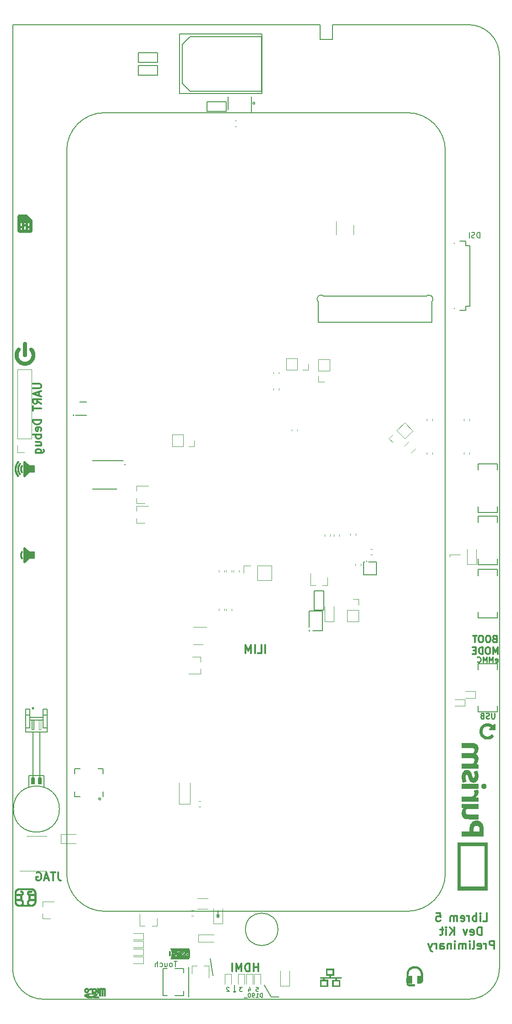
<source format=gbr>
G04 #@! TF.GenerationSoftware,KiCad,Pcbnew,5.0.0*
G04 #@! TF.CreationDate,2018-08-16T14:39:35-04:00*
G04 #@! TF.ProjectId,dvk-mx8m-bsb,64766B2D6D78386D2D6273622E6B6963,v0.1.0*
G04 #@! TF.SameCoordinates,Original*
G04 #@! TF.FileFunction,Legend,Bot*
G04 #@! TF.FilePolarity,Positive*
%FSLAX46Y46*%
G04 Gerber Fmt 4.6, Leading zero omitted, Abs format (unit mm)*
G04 Created by KiCad (PCBNEW 5.0.0) date Thu Aug 16 14:39:35 2018*
%MOMM*%
%LPD*%
G01*
G04 APERTURE LIST*
%ADD10C,0.150000*%
%ADD11C,0.200000*%
%ADD12C,0.300000*%
%ADD13C,0.100000*%
%ADD14C,0.250000*%
G04 #@! TA.AperFunction,NonConductor*
%ADD15C,0.150000*%
G04 #@! TD*
%ADD16C,0.010000*%
%ADD17C,0.120000*%
%ADD18C,0.127000*%
G04 APERTURE END LIST*
D10*
X101275000Y-237050000D02*
X101050000Y-237275000D01*
X100825000Y-237050000D02*
X101275000Y-237050000D01*
X101050000Y-237275000D02*
X100825000Y-237050000D01*
D11*
X146376190Y-97852380D02*
X146376190Y-96852380D01*
X146138095Y-96852380D01*
X145995238Y-96900000D01*
X145900000Y-96995238D01*
X145852380Y-97090476D01*
X145804761Y-97280952D01*
X145804761Y-97423809D01*
X145852380Y-97614285D01*
X145900000Y-97709523D01*
X145995238Y-97804761D01*
X146138095Y-97852380D01*
X146376190Y-97852380D01*
X145423809Y-97804761D02*
X145280952Y-97852380D01*
X145042857Y-97852380D01*
X144947619Y-97804761D01*
X144900000Y-97757142D01*
X144852380Y-97661904D01*
X144852380Y-97566666D01*
X144900000Y-97471428D01*
X144947619Y-97423809D01*
X145042857Y-97376190D01*
X145233333Y-97328571D01*
X145328571Y-97280952D01*
X145376190Y-97233333D01*
X145423809Y-97138095D01*
X145423809Y-97042857D01*
X145376190Y-96947619D01*
X145328571Y-96900000D01*
X145233333Y-96852380D01*
X144995238Y-96852380D01*
X144852380Y-96900000D01*
X144423809Y-97852380D02*
X144423809Y-96852380D01*
X90396428Y-231492380D02*
X89825000Y-231492380D01*
X90110714Y-232492380D02*
X90110714Y-231492380D01*
X89348809Y-232492380D02*
X89444047Y-232444761D01*
X89491666Y-232397142D01*
X89539285Y-232301904D01*
X89539285Y-232016190D01*
X89491666Y-231920952D01*
X89444047Y-231873333D01*
X89348809Y-231825714D01*
X89205952Y-231825714D01*
X89110714Y-231873333D01*
X89063095Y-231920952D01*
X89015476Y-232016190D01*
X89015476Y-232301904D01*
X89063095Y-232397142D01*
X89110714Y-232444761D01*
X89205952Y-232492380D01*
X89348809Y-232492380D01*
X88158333Y-231825714D02*
X88158333Y-232492380D01*
X88586904Y-231825714D02*
X88586904Y-232349523D01*
X88539285Y-232444761D01*
X88444047Y-232492380D01*
X88301190Y-232492380D01*
X88205952Y-232444761D01*
X88158333Y-232397142D01*
X87253571Y-232444761D02*
X87348809Y-232492380D01*
X87539285Y-232492380D01*
X87634523Y-232444761D01*
X87682142Y-232397142D01*
X87729761Y-232301904D01*
X87729761Y-232016190D01*
X87682142Y-231920952D01*
X87634523Y-231873333D01*
X87539285Y-231825714D01*
X87348809Y-231825714D01*
X87253571Y-231873333D01*
X86825000Y-232492380D02*
X86825000Y-231492380D01*
X86396428Y-232492380D02*
X86396428Y-231968571D01*
X86444047Y-231873333D01*
X86539285Y-231825714D01*
X86682142Y-231825714D01*
X86777380Y-231873333D01*
X86825000Y-231920952D01*
D10*
X107800000Y-238100000D02*
X106525000Y-235925000D01*
X109200000Y-238100000D02*
X107800000Y-238100000D01*
X96500000Y-231000000D02*
X97000000Y-234100000D01*
D12*
X106733928Y-174578571D02*
X106733928Y-173078571D01*
X105305357Y-174578571D02*
X106019642Y-174578571D01*
X106019642Y-173078571D01*
X104805357Y-174578571D02*
X104805357Y-173078571D01*
X104091071Y-174578571D02*
X104091071Y-173078571D01*
X103591071Y-174150000D01*
X103091071Y-173078571D01*
X103091071Y-174578571D01*
D10*
X97750000Y-223270000D02*
X98250000Y-223270000D01*
X98250000Y-222970000D02*
X98000000Y-223220000D01*
X97750000Y-222970000D02*
X98250000Y-222970000D01*
X98000000Y-223220000D02*
X97750000Y-222970000D01*
X98000000Y-222120000D02*
X98000000Y-223420000D01*
X101050000Y-237275000D02*
X101050000Y-235925000D01*
X100020000Y-236351666D02*
X99983333Y-236315000D01*
X99910000Y-236278333D01*
X99726666Y-236278333D01*
X99653333Y-236315000D01*
X99616666Y-236351666D01*
X99580000Y-236425000D01*
X99580000Y-236498333D01*
X99616666Y-236608333D01*
X100056666Y-237048333D01*
X99580000Y-237048333D01*
X102456666Y-236278333D02*
X101980000Y-236278333D01*
X102236666Y-236571666D01*
X102126666Y-236571666D01*
X102053333Y-236608333D01*
X102016666Y-236645000D01*
X101980000Y-236718333D01*
X101980000Y-236901666D01*
X102016666Y-236975000D01*
X102053333Y-237011666D01*
X102126666Y-237048333D01*
X102346666Y-237048333D01*
X102420000Y-237011666D01*
X102456666Y-236975000D01*
X103653333Y-236535000D02*
X103653333Y-237048333D01*
X103836666Y-236241666D02*
X104020000Y-236791666D01*
X103543333Y-236791666D01*
X105016666Y-236278333D02*
X105383333Y-236278333D01*
X105420000Y-236645000D01*
X105383333Y-236608333D01*
X105310000Y-236571666D01*
X105126666Y-236571666D01*
X105053333Y-236608333D01*
X105016666Y-236645000D01*
X104980000Y-236718333D01*
X104980000Y-236901666D01*
X105016666Y-236975000D01*
X105053333Y-237011666D01*
X105126666Y-237048333D01*
X105310000Y-237048333D01*
X105383333Y-237011666D01*
X105420000Y-236975000D01*
X106195000Y-238148333D02*
X106195000Y-237378333D01*
X106011666Y-237378333D01*
X105901666Y-237415000D01*
X105828333Y-237488333D01*
X105791666Y-237561666D01*
X105755000Y-237708333D01*
X105755000Y-237818333D01*
X105791666Y-237965000D01*
X105828333Y-238038333D01*
X105901666Y-238111666D01*
X106011666Y-238148333D01*
X106195000Y-238148333D01*
X105021666Y-238148333D02*
X105461666Y-238148333D01*
X105241666Y-238148333D02*
X105241666Y-237378333D01*
X105315000Y-237488333D01*
X105388333Y-237561666D01*
X105461666Y-237598333D01*
X104655000Y-238148333D02*
X104508333Y-238148333D01*
X104435000Y-238111666D01*
X104398333Y-238075000D01*
X104325000Y-237965000D01*
X104288333Y-237818333D01*
X104288333Y-237525000D01*
X104325000Y-237451666D01*
X104361666Y-237415000D01*
X104435000Y-237378333D01*
X104581666Y-237378333D01*
X104655000Y-237415000D01*
X104691666Y-237451666D01*
X104728333Y-237525000D01*
X104728333Y-237708333D01*
X104691666Y-237781666D01*
X104655000Y-237818333D01*
X104581666Y-237855000D01*
X104435000Y-237855000D01*
X104361666Y-237818333D01*
X104325000Y-237781666D01*
X104288333Y-237708333D01*
X103811666Y-237378333D02*
X103738333Y-237378333D01*
X103665000Y-237415000D01*
X103628333Y-237451666D01*
X103591666Y-237525000D01*
X103555000Y-237671666D01*
X103555000Y-237855000D01*
X103591666Y-238001666D01*
X103628333Y-238075000D01*
X103665000Y-238111666D01*
X103738333Y-238148333D01*
X103811666Y-238148333D01*
X103885000Y-238111666D01*
X103921666Y-238075000D01*
X103958333Y-238001666D01*
X103995000Y-237855000D01*
X103995000Y-237671666D01*
X103958333Y-237525000D01*
X103921666Y-237451666D01*
X103885000Y-237415000D01*
X103811666Y-237378333D01*
X103408333Y-238221666D02*
X102821666Y-238221666D01*
D13*
X140800000Y-156400000D02*
X140800000Y-156800000D01*
X142800000Y-156400000D02*
X140800000Y-156400000D01*
D14*
X149106904Y-185652380D02*
X149106904Y-186461904D01*
X149059285Y-186557142D01*
X149011666Y-186604761D01*
X148916428Y-186652380D01*
X148725952Y-186652380D01*
X148630714Y-186604761D01*
X148583095Y-186557142D01*
X148535476Y-186461904D01*
X148535476Y-185652380D01*
X148106904Y-186604761D02*
X147964047Y-186652380D01*
X147725952Y-186652380D01*
X147630714Y-186604761D01*
X147583095Y-186557142D01*
X147535476Y-186461904D01*
X147535476Y-186366666D01*
X147583095Y-186271428D01*
X147630714Y-186223809D01*
X147725952Y-186176190D01*
X147916428Y-186128571D01*
X148011666Y-186080952D01*
X148059285Y-186033333D01*
X148106904Y-185938095D01*
X148106904Y-185842857D01*
X148059285Y-185747619D01*
X148011666Y-185700000D01*
X147916428Y-185652380D01*
X147678333Y-185652380D01*
X147535476Y-185700000D01*
X146773571Y-186128571D02*
X146630714Y-186176190D01*
X146583095Y-186223809D01*
X146535476Y-186319047D01*
X146535476Y-186461904D01*
X146583095Y-186557142D01*
X146630714Y-186604761D01*
X146725952Y-186652380D01*
X147106904Y-186652380D01*
X147106904Y-185652380D01*
X146773571Y-185652380D01*
X146678333Y-185700000D01*
X146630714Y-185747619D01*
X146583095Y-185842857D01*
X146583095Y-185938095D01*
X146630714Y-186033333D01*
X146678333Y-186080952D01*
X146773571Y-186128571D01*
X147106904Y-186128571D01*
X149252380Y-176204761D02*
X149347619Y-176252380D01*
X149538095Y-176252380D01*
X149633333Y-176204761D01*
X149680952Y-176109523D01*
X149680952Y-175728571D01*
X149633333Y-175633333D01*
X149538095Y-175585714D01*
X149347619Y-175585714D01*
X149252380Y-175633333D01*
X149204761Y-175728571D01*
X149204761Y-175823809D01*
X149680952Y-175919047D01*
X148776190Y-176252380D02*
X148776190Y-175252380D01*
X148442857Y-175966666D01*
X148109523Y-175252380D01*
X148109523Y-176252380D01*
X147633333Y-176252380D02*
X147633333Y-175252380D01*
X147300000Y-175966666D01*
X146966666Y-175252380D01*
X146966666Y-176252380D01*
X145919047Y-176157142D02*
X145966666Y-176204761D01*
X146109523Y-176252380D01*
X146204761Y-176252380D01*
X146347619Y-176204761D01*
X146442857Y-176109523D01*
X146490476Y-176014285D01*
X146538095Y-175823809D01*
X146538095Y-175680952D01*
X146490476Y-175490476D01*
X146442857Y-175395238D01*
X146347619Y-175300000D01*
X146204761Y-175252380D01*
X146109523Y-175252380D01*
X145966666Y-175300000D01*
X145919047Y-175347619D01*
D12*
X149096428Y-171923214D02*
X148917857Y-171982738D01*
X148858333Y-172042261D01*
X148798809Y-172161309D01*
X148798809Y-172339880D01*
X148858333Y-172458928D01*
X148917857Y-172518452D01*
X149036904Y-172577976D01*
X149513095Y-172577976D01*
X149513095Y-171327976D01*
X149096428Y-171327976D01*
X148977380Y-171387500D01*
X148917857Y-171447023D01*
X148858333Y-171566071D01*
X148858333Y-171685119D01*
X148917857Y-171804166D01*
X148977380Y-171863690D01*
X149096428Y-171923214D01*
X149513095Y-171923214D01*
X148025000Y-171327976D02*
X147786904Y-171327976D01*
X147667857Y-171387500D01*
X147548809Y-171506547D01*
X147489285Y-171744642D01*
X147489285Y-172161309D01*
X147548809Y-172399404D01*
X147667857Y-172518452D01*
X147786904Y-172577976D01*
X148025000Y-172577976D01*
X148144047Y-172518452D01*
X148263095Y-172399404D01*
X148322619Y-172161309D01*
X148322619Y-171744642D01*
X148263095Y-171506547D01*
X148144047Y-171387500D01*
X148025000Y-171327976D01*
X146715476Y-171327976D02*
X146477380Y-171327976D01*
X146358333Y-171387500D01*
X146239285Y-171506547D01*
X146179761Y-171744642D01*
X146179761Y-172161309D01*
X146239285Y-172399404D01*
X146358333Y-172518452D01*
X146477380Y-172577976D01*
X146715476Y-172577976D01*
X146834523Y-172518452D01*
X146953571Y-172399404D01*
X147013095Y-172161309D01*
X147013095Y-171744642D01*
X146953571Y-171506547D01*
X146834523Y-171387500D01*
X146715476Y-171327976D01*
X145822619Y-171327976D02*
X145108333Y-171327976D01*
X145465476Y-172577976D02*
X145465476Y-171327976D01*
X149661904Y-174752976D02*
X149661904Y-173502976D01*
X149245238Y-174395833D01*
X148828571Y-173502976D01*
X148828571Y-174752976D01*
X147995238Y-173502976D02*
X147757142Y-173502976D01*
X147638095Y-173562500D01*
X147519047Y-173681547D01*
X147459523Y-173919642D01*
X147459523Y-174336309D01*
X147519047Y-174574404D01*
X147638095Y-174693452D01*
X147757142Y-174752976D01*
X147995238Y-174752976D01*
X148114285Y-174693452D01*
X148233333Y-174574404D01*
X148292857Y-174336309D01*
X148292857Y-173919642D01*
X148233333Y-173681547D01*
X148114285Y-173562500D01*
X147995238Y-173502976D01*
X146923809Y-174752976D02*
X146923809Y-173502976D01*
X146626190Y-173502976D01*
X146447619Y-173562500D01*
X146328571Y-173681547D01*
X146269047Y-173800595D01*
X146209523Y-174038690D01*
X146209523Y-174217261D01*
X146269047Y-174455357D01*
X146328571Y-174574404D01*
X146447619Y-174693452D01*
X146626190Y-174752976D01*
X146923809Y-174752976D01*
X145673809Y-174098214D02*
X145257142Y-174098214D01*
X145078571Y-174752976D02*
X145673809Y-174752976D01*
X145673809Y-173502976D01*
X145078571Y-173502976D01*
X63778571Y-124807142D02*
X64992857Y-124807142D01*
X65135714Y-124878571D01*
X65207142Y-124950000D01*
X65278571Y-125092857D01*
X65278571Y-125378571D01*
X65207142Y-125521428D01*
X65135714Y-125592857D01*
X64992857Y-125664285D01*
X63778571Y-125664285D01*
X64850000Y-126307142D02*
X64850000Y-127021428D01*
X65278571Y-126164285D02*
X63778571Y-126664285D01*
X65278571Y-127164285D01*
X65278571Y-128521428D02*
X64564285Y-128021428D01*
X65278571Y-127664285D02*
X63778571Y-127664285D01*
X63778571Y-128235714D01*
X63850000Y-128378571D01*
X63921428Y-128450000D01*
X64064285Y-128521428D01*
X64278571Y-128521428D01*
X64421428Y-128450000D01*
X64492857Y-128378571D01*
X64564285Y-128235714D01*
X64564285Y-127664285D01*
X63778571Y-128950000D02*
X63778571Y-129807142D01*
X65278571Y-129378571D02*
X63778571Y-129378571D01*
X65278571Y-131450000D02*
X63778571Y-131450000D01*
X63778571Y-131807142D01*
X63850000Y-132021428D01*
X63992857Y-132164285D01*
X64135714Y-132235714D01*
X64421428Y-132307142D01*
X64635714Y-132307142D01*
X64921428Y-132235714D01*
X65064285Y-132164285D01*
X65207142Y-132021428D01*
X65278571Y-131807142D01*
X65278571Y-131450000D01*
X65207142Y-133521428D02*
X65278571Y-133378571D01*
X65278571Y-133092857D01*
X65207142Y-132950000D01*
X65064285Y-132878571D01*
X64492857Y-132878571D01*
X64350000Y-132950000D01*
X64278571Y-133092857D01*
X64278571Y-133378571D01*
X64350000Y-133521428D01*
X64492857Y-133592857D01*
X64635714Y-133592857D01*
X64778571Y-132878571D01*
X65278571Y-134235714D02*
X63778571Y-134235714D01*
X64350000Y-134235714D02*
X64278571Y-134378571D01*
X64278571Y-134664285D01*
X64350000Y-134807142D01*
X64421428Y-134878571D01*
X64564285Y-134950000D01*
X64992857Y-134950000D01*
X65135714Y-134878571D01*
X65207142Y-134807142D01*
X65278571Y-134664285D01*
X65278571Y-134378571D01*
X65207142Y-134235714D01*
X64278571Y-136235714D02*
X65278571Y-136235714D01*
X64278571Y-135592857D02*
X65064285Y-135592857D01*
X65207142Y-135664285D01*
X65278571Y-135807142D01*
X65278571Y-136021428D01*
X65207142Y-136164285D01*
X65135714Y-136235714D01*
X64278571Y-137592857D02*
X65492857Y-137592857D01*
X65635714Y-137521428D01*
X65707142Y-137450000D01*
X65778571Y-137307142D01*
X65778571Y-137092857D01*
X65707142Y-136950000D01*
X65207142Y-137592857D02*
X65278571Y-137450000D01*
X65278571Y-137164285D01*
X65207142Y-137021428D01*
X65135714Y-136950000D01*
X64992857Y-136878571D01*
X64564285Y-136878571D01*
X64421428Y-136950000D01*
X64350000Y-137021428D01*
X64278571Y-137164285D01*
X64278571Y-137450000D01*
X64350000Y-137592857D01*
X68400000Y-215078571D02*
X68400000Y-216150000D01*
X68471428Y-216364285D01*
X68614285Y-216507142D01*
X68828571Y-216578571D01*
X68971428Y-216578571D01*
X67900000Y-215078571D02*
X67042857Y-215078571D01*
X67471428Y-216578571D02*
X67471428Y-215078571D01*
X66614285Y-216150000D02*
X65900000Y-216150000D01*
X66757142Y-216578571D02*
X66257142Y-215078571D01*
X65757142Y-216578571D01*
X64471428Y-215150000D02*
X64614285Y-215078571D01*
X64828571Y-215078571D01*
X65042857Y-215150000D01*
X65185714Y-215292857D01*
X65257142Y-215435714D01*
X65328571Y-215721428D01*
X65328571Y-215935714D01*
X65257142Y-216221428D01*
X65185714Y-216364285D01*
X65042857Y-216507142D01*
X64828571Y-216578571D01*
X64685714Y-216578571D01*
X64471428Y-216507142D01*
X64400000Y-216435714D01*
X64400000Y-215935714D01*
X64685714Y-215935714D01*
X105392857Y-233378571D02*
X105392857Y-231878571D01*
X105392857Y-232592857D02*
X104535714Y-232592857D01*
X104535714Y-233378571D02*
X104535714Y-231878571D01*
X103821428Y-233378571D02*
X103821428Y-231878571D01*
X103464285Y-231878571D01*
X103250000Y-231950000D01*
X103107142Y-232092857D01*
X103035714Y-232235714D01*
X102964285Y-232521428D01*
X102964285Y-232735714D01*
X103035714Y-233021428D01*
X103107142Y-233164285D01*
X103250000Y-233307142D01*
X103464285Y-233378571D01*
X103821428Y-233378571D01*
X102321428Y-233378571D02*
X102321428Y-231878571D01*
X101821428Y-232950000D01*
X101321428Y-231878571D01*
X101321428Y-233378571D01*
X100607142Y-233378571D02*
X100607142Y-231878571D01*
X146964285Y-224128571D02*
X147678571Y-224128571D01*
X147678571Y-222628571D01*
X146464285Y-224128571D02*
X146464285Y-223128571D01*
X146464285Y-222628571D02*
X146535714Y-222700000D01*
X146464285Y-222771428D01*
X146392857Y-222700000D01*
X146464285Y-222628571D01*
X146464285Y-222771428D01*
X145750000Y-224128571D02*
X145750000Y-222628571D01*
X145750000Y-223200000D02*
X145607142Y-223128571D01*
X145321428Y-223128571D01*
X145178571Y-223200000D01*
X145107142Y-223271428D01*
X145035714Y-223414285D01*
X145035714Y-223842857D01*
X145107142Y-223985714D01*
X145178571Y-224057142D01*
X145321428Y-224128571D01*
X145607142Y-224128571D01*
X145750000Y-224057142D01*
X144392857Y-224128571D02*
X144392857Y-223128571D01*
X144392857Y-223414285D02*
X144321428Y-223271428D01*
X144250000Y-223200000D01*
X144107142Y-223128571D01*
X143964285Y-223128571D01*
X142892857Y-224057142D02*
X143035714Y-224128571D01*
X143321428Y-224128571D01*
X143464285Y-224057142D01*
X143535714Y-223914285D01*
X143535714Y-223342857D01*
X143464285Y-223200000D01*
X143321428Y-223128571D01*
X143035714Y-223128571D01*
X142892857Y-223200000D01*
X142821428Y-223342857D01*
X142821428Y-223485714D01*
X143535714Y-223628571D01*
X142178571Y-224128571D02*
X142178571Y-223128571D01*
X142178571Y-223271428D02*
X142107142Y-223200000D01*
X141964285Y-223128571D01*
X141750000Y-223128571D01*
X141607142Y-223200000D01*
X141535714Y-223342857D01*
X141535714Y-224128571D01*
X141535714Y-223342857D02*
X141464285Y-223200000D01*
X141321428Y-223128571D01*
X141107142Y-223128571D01*
X140964285Y-223200000D01*
X140892857Y-223342857D01*
X140892857Y-224128571D01*
X138321428Y-222628571D02*
X139035714Y-222628571D01*
X139107142Y-223342857D01*
X139035714Y-223271428D01*
X138892857Y-223200000D01*
X138535714Y-223200000D01*
X138392857Y-223271428D01*
X138321428Y-223342857D01*
X138250000Y-223485714D01*
X138250000Y-223842857D01*
X138321428Y-223985714D01*
X138392857Y-224057142D01*
X138535714Y-224128571D01*
X138892857Y-224128571D01*
X139035714Y-224057142D01*
X139107142Y-223985714D01*
X146714285Y-226678571D02*
X146714285Y-225178571D01*
X146357142Y-225178571D01*
X146142857Y-225250000D01*
X146000000Y-225392857D01*
X145928571Y-225535714D01*
X145857142Y-225821428D01*
X145857142Y-226035714D01*
X145928571Y-226321428D01*
X146000000Y-226464285D01*
X146142857Y-226607142D01*
X146357142Y-226678571D01*
X146714285Y-226678571D01*
X144642857Y-226607142D02*
X144785714Y-226678571D01*
X145071428Y-226678571D01*
X145214285Y-226607142D01*
X145285714Y-226464285D01*
X145285714Y-225892857D01*
X145214285Y-225750000D01*
X145071428Y-225678571D01*
X144785714Y-225678571D01*
X144642857Y-225750000D01*
X144571428Y-225892857D01*
X144571428Y-226035714D01*
X145285714Y-226178571D01*
X144071428Y-225678571D02*
X143714285Y-226678571D01*
X143357142Y-225678571D01*
X141642857Y-226678571D02*
X141642857Y-225178571D01*
X140785714Y-226678571D02*
X141428571Y-225821428D01*
X140785714Y-225178571D02*
X141642857Y-226035714D01*
X140142857Y-226678571D02*
X140142857Y-225678571D01*
X140142857Y-225178571D02*
X140214285Y-225250000D01*
X140142857Y-225321428D01*
X140071428Y-225250000D01*
X140142857Y-225178571D01*
X140142857Y-225321428D01*
X139642857Y-225678571D02*
X139071428Y-225678571D01*
X139428571Y-225178571D02*
X139428571Y-226464285D01*
X139357142Y-226607142D01*
X139214285Y-226678571D01*
X139071428Y-226678571D01*
X149000000Y-229228571D02*
X149000000Y-227728571D01*
X148428571Y-227728571D01*
X148285714Y-227800000D01*
X148214285Y-227871428D01*
X148142857Y-228014285D01*
X148142857Y-228228571D01*
X148214285Y-228371428D01*
X148285714Y-228442857D01*
X148428571Y-228514285D01*
X149000000Y-228514285D01*
X147500000Y-229228571D02*
X147500000Y-228228571D01*
X147500000Y-228514285D02*
X147428571Y-228371428D01*
X147357142Y-228300000D01*
X147214285Y-228228571D01*
X147071428Y-228228571D01*
X146000000Y-229157142D02*
X146142857Y-229228571D01*
X146428571Y-229228571D01*
X146571428Y-229157142D01*
X146642857Y-229014285D01*
X146642857Y-228442857D01*
X146571428Y-228300000D01*
X146428571Y-228228571D01*
X146142857Y-228228571D01*
X146000000Y-228300000D01*
X145928571Y-228442857D01*
X145928571Y-228585714D01*
X146642857Y-228728571D01*
X145071428Y-229228571D02*
X145214285Y-229157142D01*
X145285714Y-229014285D01*
X145285714Y-227728571D01*
X144500000Y-229228571D02*
X144500000Y-228228571D01*
X144500000Y-227728571D02*
X144571428Y-227800000D01*
X144500000Y-227871428D01*
X144428571Y-227800000D01*
X144500000Y-227728571D01*
X144500000Y-227871428D01*
X143785714Y-229228571D02*
X143785714Y-228228571D01*
X143785714Y-228371428D02*
X143714285Y-228300000D01*
X143571428Y-228228571D01*
X143357142Y-228228571D01*
X143214285Y-228300000D01*
X143142857Y-228442857D01*
X143142857Y-229228571D01*
X143142857Y-228442857D02*
X143071428Y-228300000D01*
X142928571Y-228228571D01*
X142714285Y-228228571D01*
X142571428Y-228300000D01*
X142500000Y-228442857D01*
X142500000Y-229228571D01*
X141785714Y-229228571D02*
X141785714Y-228228571D01*
X141785714Y-227728571D02*
X141857142Y-227800000D01*
X141785714Y-227871428D01*
X141714285Y-227800000D01*
X141785714Y-227728571D01*
X141785714Y-227871428D01*
X141071428Y-228228571D02*
X141071428Y-229228571D01*
X141071428Y-228371428D02*
X141000000Y-228300000D01*
X140857142Y-228228571D01*
X140642857Y-228228571D01*
X140500000Y-228300000D01*
X140428571Y-228442857D01*
X140428571Y-229228571D01*
X139071428Y-229228571D02*
X139071428Y-228442857D01*
X139142857Y-228300000D01*
X139285714Y-228228571D01*
X139571428Y-228228571D01*
X139714285Y-228300000D01*
X139071428Y-229157142D02*
X139214285Y-229228571D01*
X139571428Y-229228571D01*
X139714285Y-229157142D01*
X139785714Y-229014285D01*
X139785714Y-228871428D01*
X139714285Y-228728571D01*
X139571428Y-228657142D01*
X139214285Y-228657142D01*
X139071428Y-228585714D01*
X138357142Y-229228571D02*
X138357142Y-228228571D01*
X138357142Y-228514285D02*
X138285714Y-228371428D01*
X138214285Y-228300000D01*
X138071428Y-228228571D01*
X137928571Y-228228571D01*
X137571428Y-228228571D02*
X137214285Y-229228571D01*
X136857142Y-228228571D02*
X137214285Y-229228571D01*
X137357142Y-229585714D01*
X137428571Y-229657142D01*
X137571428Y-229728571D01*
D10*
X150000000Y-232800000D02*
X150000000Y-64200000D01*
X119150000Y-58500000D02*
X144300000Y-58500000D01*
X119150000Y-61200000D02*
X119150000Y-58500000D01*
X116850000Y-61200000D02*
X119150000Y-61200000D01*
X116850000Y-58500000D02*
X116850000Y-61200000D01*
X144300000Y-238500000D02*
G75*
G03X150000000Y-232800000I0J5700000D01*
G01*
X65700000Y-238500000D02*
X144300000Y-238500000D01*
X150000000Y-64200000D02*
G75*
G03X144300000Y-58500000I-5700000J0D01*
G01*
X116850000Y-58500000D02*
X60000000Y-58500000D01*
X60000000Y-58500000D02*
X60000000Y-232800000D01*
X60000000Y-232800000D02*
G75*
G03X65700000Y-238500000I5700000J0D01*
G01*
D15*
G04 #@! TO.C,J1803*
X117500000Y-108640000D02*
G75*
G03X116500000Y-109640000I-500000J-500000D01*
G01*
X137500000Y-113450000D02*
X137500000Y-109640000D01*
X136500000Y-108640000D02*
X117500000Y-108640000D01*
X116500000Y-109640000D02*
X116500000Y-113450000D01*
X116500000Y-113450000D02*
X137500000Y-113450000D01*
X136500000Y-108640000D02*
G75*
G02X137500000Y-109640000I500000J-500000D01*
G01*
D10*
G04 #@! TO.C,SW501*
X146095000Y-176500000D02*
X146095000Y-177650000D01*
X146095000Y-184350000D02*
X146095000Y-185450000D01*
X146095000Y-185450000D02*
X149595000Y-185450000D01*
X149595000Y-185450000D02*
X149595000Y-184350000D01*
X146095000Y-176500000D02*
X149595000Y-176500000D01*
X149595000Y-176500000D02*
X149595000Y-177650000D01*
G04 #@! TO.C,SW1301*
X146095000Y-159100000D02*
X146095000Y-160250000D01*
X146095000Y-166950000D02*
X146095000Y-168050000D01*
X146095000Y-168050000D02*
X149595000Y-168050000D01*
X149595000Y-168050000D02*
X149595000Y-166950000D01*
X146095000Y-159100000D02*
X149595000Y-159100000D01*
X149595000Y-159100000D02*
X149595000Y-160250000D01*
G04 #@! TO.C,SW1501*
X146095000Y-149300000D02*
X146095000Y-150450000D01*
X146095000Y-157150000D02*
X146095000Y-158250000D01*
X146095000Y-158250000D02*
X149595000Y-158250000D01*
X149595000Y-158250000D02*
X149595000Y-157150000D01*
X146095000Y-149300000D02*
X149595000Y-149300000D01*
X149595000Y-149300000D02*
X149595000Y-150450000D01*
G04 #@! TO.C,SW1801*
X146095000Y-139600000D02*
X146095000Y-140750000D01*
X146095000Y-147450000D02*
X146095000Y-148550000D01*
X146095000Y-148550000D02*
X149595000Y-148550000D01*
X149595000Y-148550000D02*
X149595000Y-147450000D01*
X146095000Y-139600000D02*
X149595000Y-139600000D01*
X149595000Y-139600000D02*
X149595000Y-140750000D01*
D16*
G04 #@! TO.C,G\002A\002A\002A*
G36*
X88924119Y-229648344D02*
X88889956Y-229654778D01*
X88884661Y-229671129D01*
X88896796Y-229697614D01*
X88921378Y-229769565D01*
X88938224Y-229871224D01*
X88947368Y-229990838D01*
X88948843Y-230116654D01*
X88942683Y-230236920D01*
X88928919Y-230339883D01*
X88907586Y-230413789D01*
X88894713Y-230435438D01*
X88882823Y-230468210D01*
X88887364Y-230478413D01*
X88923849Y-230490309D01*
X88985915Y-230492691D01*
X89053256Y-230486378D01*
X89105563Y-230472189D01*
X89110917Y-230469398D01*
X89137985Y-230434620D01*
X89164868Y-230370212D01*
X89178622Y-230320430D01*
X89191664Y-230227951D01*
X89196935Y-230112912D01*
X89195013Y-229989386D01*
X89186480Y-229871447D01*
X89171916Y-229773169D01*
X89153536Y-229711898D01*
X89130706Y-229674016D01*
X89099315Y-229654720D01*
X89044473Y-229647887D01*
X88996231Y-229647222D01*
X88924119Y-229648344D01*
X88924119Y-229648344D01*
G37*
X88924119Y-229648344D02*
X88889956Y-229654778D01*
X88884661Y-229671129D01*
X88896796Y-229697614D01*
X88921378Y-229769565D01*
X88938224Y-229871224D01*
X88947368Y-229990838D01*
X88948843Y-230116654D01*
X88942683Y-230236920D01*
X88928919Y-230339883D01*
X88907586Y-230413789D01*
X88894713Y-230435438D01*
X88882823Y-230468210D01*
X88887364Y-230478413D01*
X88923849Y-230490309D01*
X88985915Y-230492691D01*
X89053256Y-230486378D01*
X89105563Y-230472189D01*
X89110917Y-230469398D01*
X89137985Y-230434620D01*
X89164868Y-230370212D01*
X89178622Y-230320430D01*
X89191664Y-230227951D01*
X89196935Y-230112912D01*
X89195013Y-229989386D01*
X89186480Y-229871447D01*
X89171916Y-229773169D01*
X89153536Y-229711898D01*
X89130706Y-229674016D01*
X89099315Y-229654720D01*
X89044473Y-229647887D01*
X88996231Y-229647222D01*
X88924119Y-229648344D01*
G36*
X90578267Y-229083021D02*
X90318615Y-229083725D01*
X90077111Y-229084850D01*
X89857479Y-229086356D01*
X89663447Y-229088203D01*
X89498740Y-229090350D01*
X89367082Y-229092759D01*
X89272200Y-229095389D01*
X89217820Y-229098200D01*
X89205861Y-229100416D01*
X89274938Y-229252485D01*
X89325920Y-229407888D01*
X89360334Y-229575715D01*
X89379709Y-229765054D01*
X89385572Y-229984994D01*
X89382735Y-230152870D01*
X89370083Y-230397396D01*
X89347823Y-230598821D01*
X89315391Y-230760203D01*
X89272220Y-230884599D01*
X89235015Y-230951741D01*
X89178640Y-231034814D01*
X92536534Y-231034814D01*
X92583462Y-230958379D01*
X92627627Y-230871365D01*
X92661967Y-230767031D01*
X92687704Y-230638640D01*
X92706058Y-230479455D01*
X92718252Y-230282739D01*
X92718410Y-230278577D01*
X92540370Y-230278577D01*
X92520023Y-230354776D01*
X92463305Y-230409134D01*
X92376698Y-230439200D01*
X92266687Y-230442523D01*
X92159706Y-230422514D01*
X92069063Y-230377814D01*
X91998107Y-230306107D01*
X91984105Y-230276342D01*
X91905010Y-230276342D01*
X91894243Y-230350211D01*
X91855595Y-230396445D01*
X91803407Y-230421862D01*
X91695540Y-230443829D01*
X91585421Y-230434291D01*
X91482799Y-230398127D01*
X91397424Y-230340215D01*
X91339043Y-230265434D01*
X91317407Y-230178664D01*
X91317407Y-230178637D01*
X91315771Y-230148909D01*
X91304605Y-230130847D01*
X91274529Y-230121545D01*
X91216160Y-230118096D01*
X91120380Y-230117592D01*
X91015990Y-230119712D01*
X90948581Y-230127198D01*
X90908239Y-230141741D01*
X90891074Y-230156686D01*
X90859097Y-230189344D01*
X90801598Y-230242787D01*
X90728981Y-230307437D01*
X90699442Y-230333075D01*
X90620526Y-230399354D01*
X90563835Y-230440031D01*
X90516922Y-230461290D01*
X90467341Y-230469315D01*
X90423100Y-230470370D01*
X90352918Y-230472798D01*
X90317994Y-230483288D01*
X90306662Y-230506647D01*
X90306111Y-230518581D01*
X90301667Y-230545582D01*
X90280962Y-230558979D01*
X90232936Y-230562138D01*
X90170880Y-230559738D01*
X90035648Y-230552685D01*
X90028595Y-230417453D01*
X90021542Y-230282222D01*
X90163826Y-230282222D01*
X90243037Y-230283910D01*
X90285981Y-230291338D01*
X90303379Y-230308048D01*
X90306111Y-230329259D01*
X90312893Y-230358433D01*
X90341170Y-230372370D01*
X90402841Y-230376258D01*
X90414013Y-230376296D01*
X90471988Y-230373402D01*
X90518159Y-230360009D01*
X90565741Y-230329054D01*
X90627947Y-230273472D01*
X90655077Y-230247418D01*
X90788241Y-230118540D01*
X90323750Y-230118066D01*
X90165130Y-230118086D01*
X90047446Y-230118928D01*
X89964596Y-230121209D01*
X89910480Y-230125544D01*
X89878995Y-230132552D01*
X89864041Y-230142848D01*
X89859518Y-230157050D01*
X89859259Y-230165025D01*
X89856904Y-230190864D01*
X89843032Y-230197965D01*
X89807432Y-230185333D01*
X89743331Y-230153713D01*
X89676949Y-230117784D01*
X89629550Y-230087870D01*
X89615215Y-230075248D01*
X89627426Y-230054364D01*
X89671351Y-230019476D01*
X89729770Y-229982731D01*
X89799072Y-229943761D01*
X89837668Y-229926824D01*
X89855506Y-229930295D01*
X89862534Y-229952550D01*
X89863766Y-229960846D01*
X89867051Y-229976334D01*
X89875566Y-229988376D01*
X89894727Y-229997479D01*
X89929949Y-230004147D01*
X89986648Y-230008886D01*
X90070240Y-230012201D01*
X90186139Y-230014597D01*
X90339763Y-230016581D01*
X90476620Y-230018035D01*
X90639829Y-230019198D01*
X90786383Y-230019227D01*
X90910078Y-230018205D01*
X91004709Y-230016213D01*
X91064074Y-230013333D01*
X91082222Y-230010063D01*
X91065901Y-229981269D01*
X91024316Y-229933466D01*
X90968538Y-229877515D01*
X90909637Y-229824281D01*
X90858682Y-229784627D01*
X90842325Y-229774642D01*
X90769838Y-229749163D01*
X90696619Y-229742721D01*
X90639284Y-229755428D01*
X90618900Y-229773140D01*
X90565763Y-229824376D01*
X90498326Y-229839679D01*
X90431288Y-229820151D01*
X90379348Y-229766896D01*
X90373139Y-229754706D01*
X90364018Y-229689881D01*
X90389309Y-229632907D01*
X90437502Y-229591419D01*
X90497088Y-229573055D01*
X90556557Y-229585448D01*
X90588333Y-229611944D01*
X90637962Y-229637322D01*
X90731841Y-229647096D01*
X90746957Y-229647222D01*
X90876303Y-229647222D01*
X91069063Y-229835370D01*
X91152795Y-229916348D01*
X91212310Y-229969884D01*
X91256875Y-230001572D01*
X91295756Y-230017005D01*
X91338222Y-230021778D01*
X91377809Y-230021729D01*
X91481743Y-230012423D01*
X91571724Y-229990336D01*
X91636732Y-229959249D01*
X91665749Y-229922942D01*
X91665752Y-229922928D01*
X91655655Y-229880453D01*
X91623169Y-229835391D01*
X91560955Y-229798008D01*
X91495068Y-229795328D01*
X91441067Y-229825978D01*
X91423543Y-229853009D01*
X91388274Y-229894016D01*
X91340444Y-229909469D01*
X91296168Y-229899513D01*
X91271561Y-229864295D01*
X91270370Y-229851624D01*
X91288150Y-229775788D01*
X91342919Y-229726282D01*
X91436818Y-229701199D01*
X91439521Y-229700886D01*
X91565511Y-229702795D01*
X91672464Y-229735528D01*
X91753370Y-229794564D01*
X91801218Y-229875379D01*
X91811296Y-229940730D01*
X91798718Y-230009085D01*
X91756509Y-230060747D01*
X91677962Y-230101859D01*
X91611389Y-230123790D01*
X91541882Y-230146614D01*
X91506844Y-230169325D01*
X91494792Y-230201863D01*
X91493796Y-230225573D01*
X91512594Y-230284992D01*
X91559828Y-230325125D01*
X91621762Y-230343749D01*
X91684658Y-230338644D01*
X91734778Y-230307586D01*
X91755254Y-230267862D01*
X91778646Y-230225210D01*
X91828510Y-230211806D01*
X91837364Y-230211666D01*
X91886255Y-230218217D01*
X91903586Y-230247253D01*
X91905010Y-230276342D01*
X91984105Y-230276342D01*
X91957730Y-230220277D01*
X91952407Y-230177289D01*
X91963044Y-230116944D01*
X91999738Y-230070897D01*
X92069669Y-230033307D01*
X92168449Y-230001468D01*
X92246831Y-229974547D01*
X92285070Y-229943598D01*
X92289875Y-229900415D01*
X92279594Y-229865472D01*
X92241815Y-229818198D01*
X92182872Y-229794526D01*
X92118620Y-229794840D01*
X92064911Y-229819522D01*
X92039463Y-229859667D01*
X92008403Y-229898124D01*
X91966368Y-229905925D01*
X91922585Y-229898551D01*
X91906773Y-229866779D01*
X91905370Y-229836704D01*
X91925707Y-229765051D01*
X91984705Y-229717273D01*
X92079344Y-229695441D01*
X92112836Y-229694259D01*
X92237417Y-229711565D01*
X92338422Y-229760016D01*
X92409421Y-229834412D01*
X92443982Y-229929554D01*
X92446296Y-229963900D01*
X92424508Y-230021002D01*
X92365853Y-230073879D01*
X92280394Y-230115138D01*
X92217829Y-230131743D01*
X92139294Y-230157976D01*
X92105515Y-230198579D01*
X92116432Y-230253641D01*
X92124664Y-230267456D01*
X92185430Y-230323518D01*
X92261501Y-230342630D01*
X92337755Y-230321290D01*
X92342953Y-230318030D01*
X92384170Y-230279893D01*
X92399259Y-230246402D01*
X92420371Y-230218957D01*
X92469815Y-230211666D01*
X92519888Y-230217616D01*
X92538322Y-230244848D01*
X92540370Y-230278577D01*
X92718410Y-230278577D01*
X92721519Y-230196931D01*
X92725115Y-229940438D01*
X92717126Y-229722528D01*
X92696862Y-229536026D01*
X92663632Y-229373757D01*
X92632350Y-229270925D01*
X92600939Y-229194875D01*
X92567567Y-229135311D01*
X92547550Y-229112175D01*
X92529576Y-229106226D01*
X92491033Y-229101072D01*
X92429213Y-229096668D01*
X92341410Y-229092967D01*
X92224919Y-229089921D01*
X92077032Y-229087484D01*
X91895042Y-229085609D01*
X91676244Y-229084248D01*
X91417932Y-229083355D01*
X91117398Y-229082883D01*
X90852341Y-229082777D01*
X90578267Y-229083021D01*
X90578267Y-229083021D01*
G37*
X90578267Y-229083021D02*
X90318615Y-229083725D01*
X90077111Y-229084850D01*
X89857479Y-229086356D01*
X89663447Y-229088203D01*
X89498740Y-229090350D01*
X89367082Y-229092759D01*
X89272200Y-229095389D01*
X89217820Y-229098200D01*
X89205861Y-229100416D01*
X89274938Y-229252485D01*
X89325920Y-229407888D01*
X89360334Y-229575715D01*
X89379709Y-229765054D01*
X89385572Y-229984994D01*
X89382735Y-230152870D01*
X89370083Y-230397396D01*
X89347823Y-230598821D01*
X89315391Y-230760203D01*
X89272220Y-230884599D01*
X89235015Y-230951741D01*
X89178640Y-231034814D01*
X92536534Y-231034814D01*
X92583462Y-230958379D01*
X92627627Y-230871365D01*
X92661967Y-230767031D01*
X92687704Y-230638640D01*
X92706058Y-230479455D01*
X92718252Y-230282739D01*
X92718410Y-230278577D01*
X92540370Y-230278577D01*
X92520023Y-230354776D01*
X92463305Y-230409134D01*
X92376698Y-230439200D01*
X92266687Y-230442523D01*
X92159706Y-230422514D01*
X92069063Y-230377814D01*
X91998107Y-230306107D01*
X91984105Y-230276342D01*
X91905010Y-230276342D01*
X91894243Y-230350211D01*
X91855595Y-230396445D01*
X91803407Y-230421862D01*
X91695540Y-230443829D01*
X91585421Y-230434291D01*
X91482799Y-230398127D01*
X91397424Y-230340215D01*
X91339043Y-230265434D01*
X91317407Y-230178664D01*
X91317407Y-230178637D01*
X91315771Y-230148909D01*
X91304605Y-230130847D01*
X91274529Y-230121545D01*
X91216160Y-230118096D01*
X91120380Y-230117592D01*
X91015990Y-230119712D01*
X90948581Y-230127198D01*
X90908239Y-230141741D01*
X90891074Y-230156686D01*
X90859097Y-230189344D01*
X90801598Y-230242787D01*
X90728981Y-230307437D01*
X90699442Y-230333075D01*
X90620526Y-230399354D01*
X90563835Y-230440031D01*
X90516922Y-230461290D01*
X90467341Y-230469315D01*
X90423100Y-230470370D01*
X90352918Y-230472798D01*
X90317994Y-230483288D01*
X90306662Y-230506647D01*
X90306111Y-230518581D01*
X90301667Y-230545582D01*
X90280962Y-230558979D01*
X90232936Y-230562138D01*
X90170880Y-230559738D01*
X90035648Y-230552685D01*
X90028595Y-230417453D01*
X90021542Y-230282222D01*
X90163826Y-230282222D01*
X90243037Y-230283910D01*
X90285981Y-230291338D01*
X90303379Y-230308048D01*
X90306111Y-230329259D01*
X90312893Y-230358433D01*
X90341170Y-230372370D01*
X90402841Y-230376258D01*
X90414013Y-230376296D01*
X90471988Y-230373402D01*
X90518159Y-230360009D01*
X90565741Y-230329054D01*
X90627947Y-230273472D01*
X90655077Y-230247418D01*
X90788241Y-230118540D01*
X90323750Y-230118066D01*
X90165130Y-230118086D01*
X90047446Y-230118928D01*
X89964596Y-230121209D01*
X89910480Y-230125544D01*
X89878995Y-230132552D01*
X89864041Y-230142848D01*
X89859518Y-230157050D01*
X89859259Y-230165025D01*
X89856904Y-230190864D01*
X89843032Y-230197965D01*
X89807432Y-230185333D01*
X89743331Y-230153713D01*
X89676949Y-230117784D01*
X89629550Y-230087870D01*
X89615215Y-230075248D01*
X89627426Y-230054364D01*
X89671351Y-230019476D01*
X89729770Y-229982731D01*
X89799072Y-229943761D01*
X89837668Y-229926824D01*
X89855506Y-229930295D01*
X89862534Y-229952550D01*
X89863766Y-229960846D01*
X89867051Y-229976334D01*
X89875566Y-229988376D01*
X89894727Y-229997479D01*
X89929949Y-230004147D01*
X89986648Y-230008886D01*
X90070240Y-230012201D01*
X90186139Y-230014597D01*
X90339763Y-230016581D01*
X90476620Y-230018035D01*
X90639829Y-230019198D01*
X90786383Y-230019227D01*
X90910078Y-230018205D01*
X91004709Y-230016213D01*
X91064074Y-230013333D01*
X91082222Y-230010063D01*
X91065901Y-229981269D01*
X91024316Y-229933466D01*
X90968538Y-229877515D01*
X90909637Y-229824281D01*
X90858682Y-229784627D01*
X90842325Y-229774642D01*
X90769838Y-229749163D01*
X90696619Y-229742721D01*
X90639284Y-229755428D01*
X90618900Y-229773140D01*
X90565763Y-229824376D01*
X90498326Y-229839679D01*
X90431288Y-229820151D01*
X90379348Y-229766896D01*
X90373139Y-229754706D01*
X90364018Y-229689881D01*
X90389309Y-229632907D01*
X90437502Y-229591419D01*
X90497088Y-229573055D01*
X90556557Y-229585448D01*
X90588333Y-229611944D01*
X90637962Y-229637322D01*
X90731841Y-229647096D01*
X90746957Y-229647222D01*
X90876303Y-229647222D01*
X91069063Y-229835370D01*
X91152795Y-229916348D01*
X91212310Y-229969884D01*
X91256875Y-230001572D01*
X91295756Y-230017005D01*
X91338222Y-230021778D01*
X91377809Y-230021729D01*
X91481743Y-230012423D01*
X91571724Y-229990336D01*
X91636732Y-229959249D01*
X91665749Y-229922942D01*
X91665752Y-229922928D01*
X91655655Y-229880453D01*
X91623169Y-229835391D01*
X91560955Y-229798008D01*
X91495068Y-229795328D01*
X91441067Y-229825978D01*
X91423543Y-229853009D01*
X91388274Y-229894016D01*
X91340444Y-229909469D01*
X91296168Y-229899513D01*
X91271561Y-229864295D01*
X91270370Y-229851624D01*
X91288150Y-229775788D01*
X91342919Y-229726282D01*
X91436818Y-229701199D01*
X91439521Y-229700886D01*
X91565511Y-229702795D01*
X91672464Y-229735528D01*
X91753370Y-229794564D01*
X91801218Y-229875379D01*
X91811296Y-229940730D01*
X91798718Y-230009085D01*
X91756509Y-230060747D01*
X91677962Y-230101859D01*
X91611389Y-230123790D01*
X91541882Y-230146614D01*
X91506844Y-230169325D01*
X91494792Y-230201863D01*
X91493796Y-230225573D01*
X91512594Y-230284992D01*
X91559828Y-230325125D01*
X91621762Y-230343749D01*
X91684658Y-230338644D01*
X91734778Y-230307586D01*
X91755254Y-230267862D01*
X91778646Y-230225210D01*
X91828510Y-230211806D01*
X91837364Y-230211666D01*
X91886255Y-230218217D01*
X91903586Y-230247253D01*
X91905010Y-230276342D01*
X91984105Y-230276342D01*
X91957730Y-230220277D01*
X91952407Y-230177289D01*
X91963044Y-230116944D01*
X91999738Y-230070897D01*
X92069669Y-230033307D01*
X92168449Y-230001468D01*
X92246831Y-229974547D01*
X92285070Y-229943598D01*
X92289875Y-229900415D01*
X92279594Y-229865472D01*
X92241815Y-229818198D01*
X92182872Y-229794526D01*
X92118620Y-229794840D01*
X92064911Y-229819522D01*
X92039463Y-229859667D01*
X92008403Y-229898124D01*
X91966368Y-229905925D01*
X91922585Y-229898551D01*
X91906773Y-229866779D01*
X91905370Y-229836704D01*
X91925707Y-229765051D01*
X91984705Y-229717273D01*
X92079344Y-229695441D01*
X92112836Y-229694259D01*
X92237417Y-229711565D01*
X92338422Y-229760016D01*
X92409421Y-229834412D01*
X92443982Y-229929554D01*
X92446296Y-229963900D01*
X92424508Y-230021002D01*
X92365853Y-230073879D01*
X92280394Y-230115138D01*
X92217829Y-230131743D01*
X92139294Y-230157976D01*
X92105515Y-230198579D01*
X92116432Y-230253641D01*
X92124664Y-230267456D01*
X92185430Y-230323518D01*
X92261501Y-230342630D01*
X92337755Y-230321290D01*
X92342953Y-230318030D01*
X92384170Y-230279893D01*
X92399259Y-230246402D01*
X92420371Y-230218957D01*
X92469815Y-230211666D01*
X92519888Y-230217616D01*
X92538322Y-230244848D01*
X92540370Y-230278577D01*
X92718410Y-230278577D01*
X92721519Y-230196931D01*
X92725115Y-229940438D01*
X92717126Y-229722528D01*
X92696862Y-229536026D01*
X92663632Y-229373757D01*
X92632350Y-229270925D01*
X92600939Y-229194875D01*
X92567567Y-229135311D01*
X92547550Y-229112175D01*
X92529576Y-229106226D01*
X92491033Y-229101072D01*
X92429213Y-229096668D01*
X92341410Y-229092967D01*
X92224919Y-229089921D01*
X92077032Y-229087484D01*
X91895042Y-229085609D01*
X91676244Y-229084248D01*
X91417932Y-229083355D01*
X91117398Y-229082883D01*
X90852341Y-229082777D01*
X90578267Y-229083021D01*
D17*
G04 #@! TO.C,Q1201*
X65540000Y-223630000D02*
X67000000Y-223630000D01*
X65540000Y-220470000D02*
X67700000Y-220470000D01*
X65540000Y-220470000D02*
X65540000Y-221400000D01*
X65540000Y-223630000D02*
X65540000Y-222700000D01*
D10*
G04 #@! TO.C,LS1601*
X106100000Y-60240000D02*
X90900000Y-60240000D01*
X90900000Y-71240000D02*
X106100000Y-71240000D01*
X90900000Y-60240000D02*
X90900000Y-71240000D01*
X106100000Y-60240000D02*
X106100000Y-71240000D01*
D15*
X106025000Y-60690000D02*
X92800000Y-60690000D01*
X91375000Y-69365000D02*
X91375000Y-62115000D01*
X106025000Y-70790000D02*
X92800000Y-70790000D01*
X106025000Y-70790000D02*
X106025000Y-60690000D01*
X91375000Y-69365000D02*
X92800000Y-70790000D01*
X92800000Y-60690000D02*
X91375000Y-62115000D01*
D17*
G04 #@! TO.C,JP404*
X89465000Y-136360000D02*
X89465000Y-134240000D01*
X91525000Y-136360000D02*
X89465000Y-136360000D01*
X91525000Y-134240000D02*
X89465000Y-134240000D01*
X91525000Y-136360000D02*
X91525000Y-134240000D01*
X92525000Y-136360000D02*
X93585000Y-136360000D01*
X93585000Y-136360000D02*
X93585000Y-135300000D01*
G04 #@! TO.C,Q1202*
X93120000Y-232340000D02*
X94050000Y-232340000D01*
X96280000Y-232340000D02*
X95350000Y-232340000D01*
X96280000Y-232340000D02*
X96280000Y-234500000D01*
X93120000Y-232340000D02*
X93120000Y-233800000D01*
G04 #@! TO.C,U403*
X119790000Y-97300000D02*
X119790000Y-94850000D01*
X123010000Y-95500000D02*
X123010000Y-97300000D01*
D13*
G04 #@! TO.C,J1201*
X92100000Y-232800000D02*
G75*
G03X92100000Y-232800000I-50000J0D01*
G01*
D10*
X92550000Y-238050000D02*
X92550000Y-232550000D01*
D18*
X91650000Y-232800000D02*
X90000000Y-232800000D01*
X91650000Y-233600000D02*
X91650000Y-232800000D01*
X87850000Y-232800000D02*
X88600000Y-232800000D01*
X87850000Y-237800000D02*
X87850000Y-232800000D01*
X88600000Y-237800000D02*
X87850000Y-237800000D01*
X91650000Y-237800000D02*
X90000000Y-237800000D01*
X91650000Y-237000000D02*
X91650000Y-237800000D01*
D10*
G04 #@! TO.C,J1202*
X141650000Y-110800000D02*
X141650000Y-110900000D01*
X143750000Y-98450000D02*
X142650000Y-98450000D01*
X143750000Y-99300000D02*
X143750000Y-98450000D01*
X143950000Y-99300000D02*
X143800000Y-99300000D01*
X144500000Y-99300000D02*
X143950000Y-99300000D01*
X144550000Y-110450000D02*
X144500000Y-99300000D01*
X143750000Y-110450000D02*
X144550000Y-110450000D01*
X143750000Y-111250000D02*
X143750000Y-110450000D01*
X142650000Y-111250000D02*
X143750000Y-111250000D01*
X141650000Y-98800000D02*
X141650000Y-98850000D01*
D17*
G04 #@! TO.C,R413*
X132430809Y-136282256D02*
X133282256Y-135430809D01*
X133717744Y-137569191D02*
X134569191Y-136717744D01*
D10*
G04 #@! TO.C,U405*
X125522000Y-157601000D02*
G75*
G03X125522000Y-157601000I-75000J0D01*
G01*
X125097000Y-157726000D02*
X124897000Y-157726000D01*
X124897000Y-157726000D02*
X124897000Y-160126000D01*
X124897000Y-160126000D02*
X127297000Y-160126000D01*
X127297000Y-160126000D02*
X127297000Y-157726000D01*
X127297000Y-157726000D02*
X125797000Y-157726000D01*
D17*
G04 #@! TO.C,C412*
X122440000Y-152822779D02*
X122440000Y-152497221D01*
X123460000Y-152822779D02*
X123460000Y-152497221D01*
G04 #@! TO.C,C441*
X120425000Y-152952779D02*
X120425000Y-152627221D01*
X119405000Y-152952779D02*
X119405000Y-152627221D01*
G04 #@! TO.C,C442*
X118710000Y-152952779D02*
X118710000Y-152627221D01*
X117690000Y-152952779D02*
X117690000Y-152627221D01*
G04 #@! TO.C,C445*
X126187221Y-155390000D02*
X126512779Y-155390000D01*
X126187221Y-156410000D02*
X126512779Y-156410000D01*
G04 #@! TO.C,C448*
X124385000Y-158112221D02*
X124385000Y-158437779D01*
X123365000Y-158112221D02*
X123365000Y-158437779D01*
G04 #@! TO.C,Q1401*
X86680000Y-224960000D02*
X86680000Y-223500000D01*
X83520000Y-224960000D02*
X83520000Y-222800000D01*
X83520000Y-224960000D02*
X84450000Y-224960000D01*
X86680000Y-224960000D02*
X85750000Y-224960000D01*
G04 #@! TO.C,JP402*
X129576669Y-134924265D02*
X130326202Y-135673798D01*
X130326202Y-134174732D02*
X129576669Y-134924265D01*
X131033309Y-133467625D02*
X132532375Y-134966691D01*
X132532375Y-134966691D02*
X133989015Y-133510051D01*
X131033309Y-133467625D02*
X132489949Y-132010985D01*
X132489949Y-132010985D02*
X133989015Y-133510051D01*
G04 #@! TO.C,JP403*
X123980000Y-164600000D02*
X122920000Y-164600000D01*
X123980000Y-165660000D02*
X123980000Y-164600000D01*
X123980000Y-166660000D02*
X121860000Y-166660000D01*
X121860000Y-166660000D02*
X121860000Y-168720000D01*
X123980000Y-166660000D02*
X123980000Y-168720000D01*
X123980000Y-168720000D02*
X121860000Y-168720000D01*
G04 #@! TO.C,D1405*
X94300000Y-227950000D02*
X97250000Y-227950000D01*
X94300000Y-226550000D02*
X97250000Y-226550000D01*
X94300000Y-227950000D02*
X94300000Y-226550000D01*
D10*
G04 #@! TO.C,U2001*
X104170000Y-71821000D02*
X104170000Y-74746000D01*
X99830000Y-74171000D02*
X99830000Y-71821000D01*
X104750000Y-72846000D02*
X104750000Y-73146000D01*
X104750000Y-73146000D02*
G75*
G02X104750000Y-72846000I-150000J150000D01*
G01*
G04 #@! TO.C,U601*
X114912000Y-170437000D02*
G75*
G03X114912000Y-170437000I-75000J0D01*
G01*
X115537000Y-170437000D02*
X117237000Y-170437000D01*
X117237000Y-170437000D02*
X117237000Y-166837000D01*
X117237000Y-166837000D02*
X114837000Y-166837000D01*
X114837000Y-166837000D02*
X114837000Y-169737000D01*
G04 #@! TO.C,U2201*
X76720000Y-201120000D02*
X76720000Y-200150000D01*
X76720000Y-196850000D02*
X76720000Y-195880000D01*
X76720000Y-195880000D02*
X75750000Y-195880000D01*
X72450000Y-195880000D02*
X71480000Y-195880000D01*
X71480000Y-195880000D02*
X71480000Y-196850000D01*
X71480000Y-200150000D02*
X71480000Y-201120000D01*
X71480000Y-201120000D02*
X72450000Y-201120000D01*
X76300000Y-201500000D02*
G75*
G03X76300000Y-201500000I-200000J0D01*
G01*
G04 #@! TO.C,U2101*
X80425000Y-139015000D02*
X74750000Y-139015000D01*
X79250000Y-144315000D02*
X74750000Y-144315000D01*
X80825000Y-139760000D02*
G75*
G03X80825000Y-139760000I-75000J0D01*
G01*
D17*
G04 #@! TO.C,JP301*
X102675500Y-158420000D02*
X102675500Y-159750000D01*
X104005500Y-158420000D02*
X102675500Y-158420000D01*
X105275500Y-158420000D02*
X105275500Y-161080000D01*
X105275500Y-161080000D02*
X107875500Y-161080000D01*
X105275500Y-158420000D02*
X107875500Y-158420000D01*
X107875500Y-158420000D02*
X107875500Y-161080000D01*
D10*
G04 #@! TO.C,MK1601*
X109050000Y-225591000D02*
G75*
G03X109050000Y-225591000I-3000000J0D01*
G01*
D17*
G04 #@! TO.C,D801*
X68900000Y-209700000D02*
X71700000Y-209700000D01*
X68900000Y-208000000D02*
X71700000Y-208000000D01*
X68900000Y-209700000D02*
X68900000Y-208000000D01*
G04 #@! TO.C,D601*
X119387000Y-168737000D02*
X119387000Y-165937000D01*
X117687000Y-168737000D02*
X117687000Y-165937000D01*
X119387000Y-168737000D02*
X117687000Y-168737000D01*
G04 #@! TO.C,D202*
X82300000Y-231865000D02*
X84150000Y-231865000D01*
X82300000Y-230665000D02*
X84150000Y-230665000D01*
X84150000Y-230665000D02*
X84150000Y-231865000D01*
G04 #@! TO.C,D203*
X92800000Y-202398000D02*
X92800000Y-198548000D01*
X90800000Y-202398000D02*
X90800000Y-198548000D01*
X92800000Y-202398000D02*
X90800000Y-202398000D01*
G04 #@! TO.C,D204*
X82300000Y-227515000D02*
X84150000Y-227515000D01*
X82300000Y-226315000D02*
X84150000Y-226315000D01*
X84150000Y-226315000D02*
X84150000Y-227515000D01*
G04 #@! TO.C,D205*
X82300000Y-228965000D02*
X84150000Y-228965000D01*
X82300000Y-227765000D02*
X84150000Y-227765000D01*
X84150000Y-227765000D02*
X84150000Y-228965000D01*
G04 #@! TO.C,D206*
X82300000Y-230415000D02*
X84150000Y-230415000D01*
X82300000Y-229215000D02*
X84150000Y-229215000D01*
X84150000Y-229215000D02*
X84150000Y-230415000D01*
G04 #@! TO.C,D501*
X141775000Y-184325000D02*
X143625000Y-184325000D01*
X141775000Y-183125000D02*
X143625000Y-183125000D01*
X143625000Y-183125000D02*
X143625000Y-184325000D01*
G04 #@! TO.C,D502*
X145550000Y-181650000D02*
X145550000Y-182850000D01*
X143700000Y-181650000D02*
X145550000Y-181650000D01*
X143700000Y-182850000D02*
X145550000Y-182850000D01*
G04 #@! TO.C,D1301*
X145750000Y-158150000D02*
X145750000Y-155350000D01*
X144050000Y-158150000D02*
X144050000Y-155350000D01*
X145750000Y-158150000D02*
X144050000Y-158150000D01*
G04 #@! TO.C,D1901*
X98850000Y-224550000D02*
X98850000Y-221750000D01*
X97150000Y-224550000D02*
X97150000Y-221750000D01*
X98850000Y-224550000D02*
X97150000Y-224550000D01*
G04 #@! TO.C,D1902*
X100400000Y-235700000D02*
X100400000Y-233850000D01*
X99200000Y-235700000D02*
X99200000Y-233850000D01*
X99200000Y-233850000D02*
X100400000Y-233850000D01*
G04 #@! TO.C,D1903*
X102900000Y-235700000D02*
X102900000Y-233850000D01*
X101700000Y-235700000D02*
X101700000Y-233850000D01*
X101700000Y-233850000D02*
X102900000Y-233850000D01*
G04 #@! TO.C,D1904*
X104400000Y-235700000D02*
X104400000Y-233850000D01*
X103200000Y-235700000D02*
X103200000Y-233850000D01*
X103200000Y-233850000D02*
X104400000Y-233850000D01*
G04 #@! TO.C,D1905*
X111200000Y-236050000D02*
X111200000Y-233250000D01*
X109500000Y-236050000D02*
X109500000Y-233250000D01*
X111200000Y-236050000D02*
X109500000Y-236050000D01*
G04 #@! TO.C,D1906*
X105880000Y-235700000D02*
X105880000Y-233850000D01*
X104680000Y-235700000D02*
X104680000Y-233850000D01*
X104680000Y-233850000D02*
X105880000Y-233850000D01*
G04 #@! TO.C,F1901*
X96150000Y-219900000D02*
X94150000Y-219900000D01*
X94150000Y-221800000D02*
X96150000Y-221800000D01*
D10*
G04 #@! TO.C,FB601*
X117526000Y-163109000D02*
X115748000Y-163109000D01*
X117526000Y-166665000D02*
X117526000Y-163109000D01*
X115748000Y-166665000D02*
X117526000Y-166665000D01*
X115748000Y-163109000D02*
X115748000Y-166665000D01*
G04 #@! TO.C,FB1604*
X83222000Y-67829000D02*
X86778000Y-67829000D01*
X86778000Y-67829000D02*
X86778000Y-66051000D01*
X86778000Y-66051000D02*
X83222000Y-66051000D01*
X83222000Y-66051000D02*
X83222000Y-67829000D01*
G04 #@! TO.C,FB1605*
X83222000Y-65429000D02*
X86778000Y-65429000D01*
X86778000Y-65429000D02*
X86778000Y-63651000D01*
X86778000Y-63651000D02*
X83222000Y-63651000D01*
X83222000Y-63651000D02*
X83222000Y-65429000D01*
G04 #@! TO.C,FB2001*
X99478000Y-74539000D02*
X99478000Y-72761000D01*
X95922000Y-74539000D02*
X99478000Y-74539000D01*
X95922000Y-72761000D02*
X95922000Y-74539000D01*
X99478000Y-72761000D02*
X95922000Y-72761000D01*
G04 #@! TO.C,J2401*
X63200000Y-188375000D02*
X63200000Y-184875000D01*
X63200000Y-184875000D02*
X62450000Y-184875000D01*
X62450000Y-184875000D02*
X62450000Y-189125000D01*
X62450000Y-189125000D02*
X66350000Y-189125000D01*
X66350000Y-189125000D02*
X66350000Y-184875000D01*
X66350000Y-184875000D02*
X65600000Y-184875000D01*
X62450000Y-188375000D02*
X63200000Y-188375000D01*
X62450000Y-185975000D02*
X63200000Y-185975000D01*
X66350000Y-188375000D02*
X65600000Y-188375000D01*
X65600000Y-188375000D02*
X65600000Y-184875000D01*
X65600000Y-185975000D02*
X66350000Y-185975000D01*
X63200000Y-186950000D02*
X65600000Y-186950000D01*
X63200000Y-186450000D02*
X65600000Y-186450000D01*
X63615000Y-186950000D02*
X63615000Y-188660000D01*
X63615000Y-188660000D02*
X63775000Y-188700000D01*
X63775000Y-188700000D02*
X63935000Y-188660000D01*
X63935000Y-188660000D02*
X63935000Y-186950000D01*
D17*
X64865000Y-186950000D02*
X64865000Y-188660000D01*
X64865000Y-188660000D02*
X65025000Y-188700000D01*
X65025000Y-188700000D02*
X65185000Y-188660000D01*
X65185000Y-188660000D02*
X65185000Y-186950000D01*
D10*
X63775000Y-184950000D02*
X63625000Y-184650000D01*
X63625000Y-184650000D02*
X63925000Y-184650000D01*
X63925000Y-184650000D02*
X63775000Y-184950000D01*
G04 #@! TO.C,M2401*
X65175000Y-197700000D02*
X65175000Y-198600000D01*
X65075000Y-198600000D02*
X65075000Y-197700000D01*
X64975000Y-197700000D02*
X64975000Y-198600000D01*
X64875000Y-198600000D02*
X64875000Y-197700000D01*
X63925000Y-197700000D02*
X63925000Y-198600000D01*
X63825000Y-198600000D02*
X63825000Y-197700000D01*
X63725000Y-197700000D02*
X63725000Y-198600000D01*
X63625000Y-198600000D02*
X63625000Y-197700000D01*
X63525000Y-198700000D02*
X63525000Y-197600000D01*
X64025000Y-198700000D02*
X63525000Y-198700000D01*
X64025000Y-197600000D02*
X64025000Y-198700000D01*
X63525000Y-197600000D02*
X64025000Y-197600000D01*
X64775000Y-198700000D02*
X64775000Y-197600000D01*
X65275000Y-198700000D02*
X64775000Y-198700000D01*
X65275000Y-197600000D02*
X65275000Y-198700000D01*
X64775000Y-197600000D02*
X65275000Y-197600000D01*
X65775000Y-197228000D02*
X65775000Y-199353000D01*
X63025000Y-197228000D02*
X65775000Y-197228000D01*
X63025000Y-199353000D02*
X63025000Y-197228000D01*
X65025000Y-189125000D02*
X65025000Y-197575000D01*
X63775000Y-189125000D02*
X63775000Y-197575000D01*
X68650000Y-203375000D02*
G75*
G03X68650000Y-203375000I-4250000J0D01*
G01*
D17*
G04 #@! TO.C,Q301*
X94712500Y-175270000D02*
X93252500Y-175270000D01*
X94712500Y-178430000D02*
X92552500Y-178430000D01*
X94712500Y-178430000D02*
X94712500Y-177500000D01*
X94712500Y-175270000D02*
X94712500Y-176200000D01*
G04 #@! TO.C,Q1101*
X82940000Y-150580000D02*
X84400000Y-150580000D01*
X82940000Y-147420000D02*
X85100000Y-147420000D01*
X82940000Y-147420000D02*
X82940000Y-148350000D01*
X82940000Y-150580000D02*
X82940000Y-149650000D01*
G04 #@! TO.C,Q1102*
X82940000Y-146880000D02*
X84400000Y-146880000D01*
X82940000Y-143720000D02*
X85100000Y-143720000D01*
X82940000Y-143720000D02*
X82940000Y-144650000D01*
X82940000Y-146880000D02*
X82940000Y-145950000D01*
G04 #@! TO.C,U203*
X93385000Y-169731238D02*
X95835000Y-169731238D01*
X95185000Y-172951238D02*
X93385000Y-172951238D01*
D10*
G04 #@! TO.C,U701*
X71625000Y-130600000D02*
X73675000Y-130600000D01*
X72375000Y-128200000D02*
X73675000Y-128200000D01*
X71350000Y-130650000D02*
G75*
G03X71350000Y-130650000I-75000J0D01*
G01*
D17*
G04 #@! TO.C,C101*
X143440000Y-131675279D02*
X143440000Y-131349721D01*
X144460000Y-131675279D02*
X144460000Y-131349721D01*
G04 #@! TO.C,C102*
X136540000Y-131675279D02*
X136540000Y-131349721D01*
X137560000Y-131675279D02*
X137560000Y-131349721D01*
G04 #@! TO.C,C105*
X144460000Y-137537221D02*
X144460000Y-137862779D01*
X143440000Y-137537221D02*
X143440000Y-137862779D01*
G04 #@! TO.C,C106*
X137560000Y-137537221D02*
X137560000Y-137862779D01*
X136540000Y-137537221D02*
X136540000Y-137862779D01*
G04 #@! TO.C,C213*
X94437221Y-201965000D02*
X94762779Y-201965000D01*
X94437221Y-202985000D02*
X94762779Y-202985000D01*
G04 #@! TO.C,C310*
X100850000Y-159621779D02*
X100850000Y-159296221D01*
X101870000Y-159621779D02*
X101870000Y-159296221D01*
G04 #@! TO.C,C311*
X100510000Y-166378221D02*
X100510000Y-166703779D01*
X99490000Y-166378221D02*
X99490000Y-166703779D01*
G04 #@! TO.C,C312*
X99500000Y-159621779D02*
X99500000Y-159296221D01*
X100520000Y-159621779D02*
X100520000Y-159296221D01*
G04 #@! TO.C,C313*
X98150000Y-159621779D02*
X98150000Y-159296221D01*
X99170000Y-159621779D02*
X99170000Y-159296221D01*
G04 #@! TO.C,C314*
X99160000Y-166378221D02*
X99160000Y-166703779D01*
X98140000Y-166378221D02*
X98140000Y-166703779D01*
G04 #@! TO.C,C437*
X112630000Y-133237221D02*
X112630000Y-133562779D01*
X111610000Y-133237221D02*
X111610000Y-133562779D01*
G04 #@! TO.C,C444*
X109240000Y-125667221D02*
X109240000Y-125992779D01*
X108220000Y-125667221D02*
X108220000Y-125992779D01*
G04 #@! TO.C,C446*
X108220000Y-122972779D02*
X108220000Y-122647221D01*
X109240000Y-122972779D02*
X109240000Y-122647221D01*
G04 #@! TO.C,C1903*
X93425279Y-223110000D02*
X93099721Y-223110000D01*
X93425279Y-222090000D02*
X93099721Y-222090000D01*
G04 #@! TO.C,C2002*
X101064721Y-76240000D02*
X101390279Y-76240000D01*
X101064721Y-77260000D02*
X101390279Y-77260000D01*
G04 #@! TO.C,D602*
X118217000Y-162047000D02*
X118217000Y-160587000D01*
X115057000Y-162047000D02*
X115057000Y-159887000D01*
X115057000Y-162047000D02*
X115987000Y-162047000D01*
X118217000Y-162047000D02*
X117287000Y-162047000D01*
G04 #@! TO.C,J701*
X60870000Y-122170000D02*
X63530000Y-122170000D01*
X60870000Y-134930000D02*
X60870000Y-122170000D01*
X63530000Y-134930000D02*
X63530000Y-122170000D01*
X60870000Y-134930000D02*
X63530000Y-134930000D01*
X60870000Y-136200000D02*
X60870000Y-137530000D01*
X60870000Y-137530000D02*
X62200000Y-137530000D01*
G04 #@! TO.C,J801*
X66190000Y-208430000D02*
X66190000Y-208365000D01*
X62660000Y-208430000D02*
X62660000Y-208365000D01*
X66190000Y-214835000D02*
X66190000Y-214770000D01*
X62660000Y-214835000D02*
X62660000Y-214770000D01*
X61335000Y-214770000D02*
X62660000Y-214770000D01*
X62660000Y-208365000D02*
X66190000Y-208365000D01*
X62660000Y-214835000D02*
X66190000Y-214835000D01*
G04 #@! TO.C,JP401*
X114680000Y-122260000D02*
X114680000Y-121200000D01*
X113620000Y-122260000D02*
X114680000Y-122260000D01*
X112620000Y-122260000D02*
X112620000Y-120140000D01*
X112620000Y-120140000D02*
X110560000Y-120140000D01*
X112620000Y-122260000D02*
X110560000Y-122260000D01*
X110560000Y-122260000D02*
X110560000Y-120140000D01*
G04 #@! TO.C,JP1801*
X116540000Y-124460000D02*
X117600000Y-124460000D01*
X116540000Y-123400000D02*
X116540000Y-124460000D01*
X116540000Y-122400000D02*
X118660000Y-122400000D01*
X118660000Y-122400000D02*
X118660000Y-120340000D01*
X116540000Y-122400000D02*
X116540000Y-120340000D01*
X116540000Y-120340000D02*
X118660000Y-120340000D01*
D10*
G04 #@! TO.C,DISP1201*
X77000000Y-74750000D02*
X133000000Y-74750000D01*
X140000000Y-81750000D02*
X140000000Y-215250000D01*
X133000000Y-222250000D02*
X77000000Y-222250000D01*
X70000000Y-215250000D02*
X70000000Y-81750000D01*
X133000000Y-74750000D02*
G75*
G02X140000000Y-81750000I0J-7000000D01*
G01*
X70000000Y-81750000D02*
G75*
G02X77000000Y-74750000I7000000J0D01*
G01*
X77000000Y-222250000D02*
G75*
G02X70000000Y-215250000I0J7000000D01*
G01*
X140000000Y-215250000D02*
G75*
G02X133000000Y-222250000I-7000000J0D01*
G01*
D16*
G04 #@! TO.C,SK101*
G36*
X142246640Y-209560760D02*
X142246640Y-218333920D01*
X147230120Y-218333920D01*
X147230120Y-217719240D01*
X142790200Y-217719240D01*
X142790200Y-210134800D01*
X147230120Y-210134800D01*
X147230120Y-217719240D01*
X147230120Y-218333920D01*
X147768600Y-218333920D01*
X147768600Y-209560760D01*
X142246640Y-209560760D01*
X142246640Y-209560760D01*
G37*
X142246640Y-209560760D02*
X142246640Y-218333920D01*
X147230120Y-218333920D01*
X147230120Y-217719240D01*
X142790200Y-217719240D01*
X142790200Y-210134800D01*
X147230120Y-210134800D01*
X147230120Y-217719240D01*
X147230120Y-218333920D01*
X147768600Y-218333920D01*
X147768600Y-209560760D01*
X142246640Y-209560760D01*
G36*
X144027180Y-204345776D02*
X143983106Y-204334832D01*
X143919666Y-204315355D01*
X143864270Y-204290178D01*
X143816202Y-204258744D01*
X143774744Y-204220499D01*
X143739180Y-204174885D01*
X143709415Y-204122620D01*
X143693337Y-204087657D01*
X143681165Y-204055524D01*
X143672419Y-204023841D01*
X143666619Y-203990227D01*
X143663286Y-203952298D01*
X143661941Y-203907674D01*
X143661853Y-203886400D01*
X143663950Y-203813977D01*
X143670300Y-203748887D01*
X143681339Y-203689048D01*
X143697501Y-203632378D01*
X143719220Y-203576795D01*
X143732389Y-203548580D01*
X143774285Y-203472807D01*
X143823145Y-203401470D01*
X143877566Y-203336463D01*
X143922170Y-203292104D01*
X143961140Y-203256515D01*
X144998730Y-203256498D01*
X146036320Y-203256480D01*
X146036320Y-202418280D01*
X143033963Y-202418280D01*
X143035272Y-202731469D01*
X143036580Y-203044658D01*
X143223270Y-203088173D01*
X143271354Y-203099417D01*
X143310450Y-203108672D01*
X143341477Y-203116205D01*
X143365354Y-203122282D01*
X143383000Y-203127168D01*
X143395333Y-203131129D01*
X143403274Y-203134431D01*
X143407740Y-203137341D01*
X143409651Y-203140123D01*
X143409960Y-203142196D01*
X143406768Y-203149985D01*
X143398052Y-203163476D01*
X143385101Y-203180834D01*
X143369208Y-203200226D01*
X143368732Y-203200782D01*
X143323396Y-203255214D01*
X143284529Y-203305535D01*
X143250636Y-203353942D01*
X143220224Y-203402636D01*
X143191799Y-203453814D01*
X143176508Y-203483745D01*
X143130653Y-203587081D01*
X143093115Y-203695667D01*
X143064031Y-203808727D01*
X143043539Y-203925482D01*
X143031778Y-204045154D01*
X143028885Y-204166967D01*
X143034475Y-204283944D01*
X143046390Y-204381637D01*
X143065578Y-204476577D01*
X143091621Y-204567247D01*
X143124103Y-204652130D01*
X143151183Y-204708694D01*
X143199392Y-204790550D01*
X143254122Y-204864693D01*
X143315416Y-204931151D01*
X143383322Y-204989957D01*
X143457882Y-205041138D01*
X143539143Y-205084727D01*
X143627148Y-205120752D01*
X143721945Y-205149243D01*
X143823576Y-205170231D01*
X143847841Y-205173988D01*
X143862663Y-205176045D01*
X143878039Y-205177940D01*
X143894416Y-205179678D01*
X143912240Y-205181267D01*
X143931958Y-205182713D01*
X143954017Y-205184023D01*
X143978862Y-205185204D01*
X144006941Y-205186262D01*
X144038701Y-205187203D01*
X144074588Y-205188035D01*
X144115048Y-205188764D01*
X144160528Y-205189397D01*
X144211475Y-205189940D01*
X144268336Y-205190400D01*
X144331556Y-205190783D01*
X144401583Y-205191096D01*
X144478864Y-205191347D01*
X144563844Y-205191540D01*
X144656971Y-205191684D01*
X144758690Y-205191784D01*
X144869450Y-205191848D01*
X144989696Y-205191881D01*
X145054610Y-205191889D01*
X146036320Y-205191960D01*
X146036320Y-204348876D01*
X144027180Y-204345776D01*
X144027180Y-204345776D01*
G37*
X144027180Y-204345776D02*
X143983106Y-204334832D01*
X143919666Y-204315355D01*
X143864270Y-204290178D01*
X143816202Y-204258744D01*
X143774744Y-204220499D01*
X143739180Y-204174885D01*
X143709415Y-204122620D01*
X143693337Y-204087657D01*
X143681165Y-204055524D01*
X143672419Y-204023841D01*
X143666619Y-203990227D01*
X143663286Y-203952298D01*
X143661941Y-203907674D01*
X143661853Y-203886400D01*
X143663950Y-203813977D01*
X143670300Y-203748887D01*
X143681339Y-203689048D01*
X143697501Y-203632378D01*
X143719220Y-203576795D01*
X143732389Y-203548580D01*
X143774285Y-203472807D01*
X143823145Y-203401470D01*
X143877566Y-203336463D01*
X143922170Y-203292104D01*
X143961140Y-203256515D01*
X144998730Y-203256498D01*
X146036320Y-203256480D01*
X146036320Y-202418280D01*
X143033963Y-202418280D01*
X143035272Y-202731469D01*
X143036580Y-203044658D01*
X143223270Y-203088173D01*
X143271354Y-203099417D01*
X143310450Y-203108672D01*
X143341477Y-203116205D01*
X143365354Y-203122282D01*
X143383000Y-203127168D01*
X143395333Y-203131129D01*
X143403274Y-203134431D01*
X143407740Y-203137341D01*
X143409651Y-203140123D01*
X143409960Y-203142196D01*
X143406768Y-203149985D01*
X143398052Y-203163476D01*
X143385101Y-203180834D01*
X143369208Y-203200226D01*
X143368732Y-203200782D01*
X143323396Y-203255214D01*
X143284529Y-203305535D01*
X143250636Y-203353942D01*
X143220224Y-203402636D01*
X143191799Y-203453814D01*
X143176508Y-203483745D01*
X143130653Y-203587081D01*
X143093115Y-203695667D01*
X143064031Y-203808727D01*
X143043539Y-203925482D01*
X143031778Y-204045154D01*
X143028885Y-204166967D01*
X143034475Y-204283944D01*
X143046390Y-204381637D01*
X143065578Y-204476577D01*
X143091621Y-204567247D01*
X143124103Y-204652130D01*
X143151183Y-204708694D01*
X143199392Y-204790550D01*
X143254122Y-204864693D01*
X143315416Y-204931151D01*
X143383322Y-204989957D01*
X143457882Y-205041138D01*
X143539143Y-205084727D01*
X143627148Y-205120752D01*
X143721945Y-205149243D01*
X143823576Y-205170231D01*
X143847841Y-205173988D01*
X143862663Y-205176045D01*
X143878039Y-205177940D01*
X143894416Y-205179678D01*
X143912240Y-205181267D01*
X143931958Y-205182713D01*
X143954017Y-205184023D01*
X143978862Y-205185204D01*
X144006941Y-205186262D01*
X144038701Y-205187203D01*
X144074588Y-205188035D01*
X144115048Y-205188764D01*
X144160528Y-205189397D01*
X144211475Y-205189940D01*
X144268336Y-205190400D01*
X144331556Y-205190783D01*
X144401583Y-205191096D01*
X144478864Y-205191347D01*
X144563844Y-205191540D01*
X144656971Y-205191684D01*
X144758690Y-205191784D01*
X144869450Y-205191848D01*
X144989696Y-205191881D01*
X145054610Y-205191889D01*
X146036320Y-205191960D01*
X146036320Y-204348876D01*
X144027180Y-204345776D01*
G36*
X146039125Y-197219875D02*
X146038403Y-197164561D01*
X146037023Y-197111764D01*
X146034984Y-197063292D01*
X146032286Y-197020955D01*
X146029668Y-196992840D01*
X146011003Y-196855085D01*
X145986575Y-196724934D01*
X145956156Y-196601478D01*
X145919518Y-196483803D01*
X145876437Y-196370997D01*
X145873260Y-196363462D01*
X145863414Y-196340488D01*
X145854735Y-196320672D01*
X145848121Y-196306034D01*
X145844469Y-196298597D01*
X145844341Y-196298388D01*
X145840550Y-196297887D01*
X145830780Y-196299464D01*
X145814568Y-196303250D01*
X145791450Y-196309375D01*
X145760964Y-196317971D01*
X145722644Y-196329167D01*
X145676028Y-196343094D01*
X145620652Y-196359884D01*
X145558647Y-196378868D01*
X145507163Y-196394736D01*
X145458567Y-196409806D01*
X145413730Y-196423800D01*
X145373526Y-196436442D01*
X145338825Y-196447455D01*
X145310499Y-196456564D01*
X145289422Y-196463491D01*
X145276464Y-196467961D01*
X145272497Y-196469608D01*
X145272821Y-196475505D01*
X145276626Y-196488976D01*
X145283331Y-196508281D01*
X145292354Y-196531682D01*
X145297248Y-196543643D01*
X145332599Y-196635054D01*
X145362900Y-196727014D01*
X145388074Y-196818684D01*
X145408042Y-196909222D01*
X145422725Y-196997788D01*
X145432045Y-197083542D01*
X145435923Y-197165642D01*
X145434282Y-197243248D01*
X145427041Y-197315520D01*
X145414124Y-197381617D01*
X145395451Y-197440698D01*
X145383555Y-197468130D01*
X145363173Y-197503006D01*
X145337460Y-197535458D01*
X145308669Y-197563040D01*
X145279053Y-197583307D01*
X145275939Y-197584936D01*
X145261995Y-197591611D01*
X145249921Y-197595938D01*
X145236854Y-197598414D01*
X145219929Y-197599539D01*
X145196284Y-197599809D01*
X145190500Y-197599805D01*
X145163778Y-197599429D01*
X145144397Y-197598140D01*
X145129551Y-197595538D01*
X145116434Y-197591219D01*
X145109452Y-197588201D01*
X145074834Y-197569010D01*
X145043659Y-197544275D01*
X145015206Y-197513077D01*
X144988753Y-197474497D01*
X144963581Y-197427616D01*
X144938968Y-197371515D01*
X144938448Y-197370222D01*
X144927505Y-197342085D01*
X144916362Y-197311557D01*
X144904662Y-197277527D01*
X144892048Y-197238882D01*
X144878162Y-197194509D01*
X144862647Y-197143296D01*
X144845145Y-197084130D01*
X144831860Y-197038560D01*
X144819250Y-196995368D01*
X144806705Y-196952895D01*
X144794704Y-196912726D01*
X144783723Y-196876439D01*
X144774242Y-196845617D01*
X144766735Y-196821841D01*
X144762818Y-196809960D01*
X144723617Y-196705809D01*
X144679984Y-196610146D01*
X144632018Y-196523109D01*
X144579823Y-196444835D01*
X144523498Y-196375460D01*
X144463145Y-196315122D01*
X144398866Y-196263959D01*
X144330761Y-196222106D01*
X144327304Y-196220285D01*
X144255675Y-196188285D01*
X144178713Y-196163917D01*
X144097790Y-196147184D01*
X144014280Y-196138085D01*
X143929557Y-196136621D01*
X143844993Y-196142793D01*
X143761962Y-196156602D01*
X143681836Y-196178049D01*
X143605990Y-196207135D01*
X143579299Y-196219826D01*
X143520474Y-196253478D01*
X143461190Y-196295027D01*
X143403751Y-196342595D01*
X143350460Y-196394302D01*
X143311636Y-196438270D01*
X143251848Y-196519424D01*
X143199127Y-196607865D01*
X143153480Y-196703569D01*
X143114915Y-196806517D01*
X143083438Y-196916687D01*
X143059057Y-197034058D01*
X143041780Y-197158607D01*
X143034280Y-197244602D01*
X143032133Y-197286135D01*
X143030711Y-197335099D01*
X143030012Y-197388792D01*
X143030034Y-197444511D01*
X143030774Y-197499555D01*
X143032231Y-197551219D01*
X143034401Y-197596802D01*
X143034592Y-197599900D01*
X143048059Y-197749821D01*
X143069198Y-197894093D01*
X143097941Y-198032423D01*
X143134222Y-198164520D01*
X143177975Y-198290089D01*
X143208782Y-198364440D01*
X143218526Y-198386285D01*
X143227070Y-198405007D01*
X143233422Y-198418458D01*
X143236407Y-198424223D01*
X143239604Y-198424893D01*
X143247662Y-198423812D01*
X143261124Y-198420825D01*
X143280532Y-198415776D01*
X143306431Y-198408510D01*
X143339362Y-198398872D01*
X143379868Y-198386705D01*
X143428493Y-198371855D01*
X143485779Y-198354166D01*
X143541831Y-198336737D01*
X143594982Y-198320147D01*
X143645207Y-198304429D01*
X143691674Y-198289845D01*
X143733553Y-198276658D01*
X143770012Y-198265131D01*
X143800219Y-198255527D01*
X143823343Y-198248109D01*
X143838553Y-198243140D01*
X143845017Y-198240882D01*
X143845181Y-198240794D01*
X143844116Y-198235603D01*
X143839551Y-198223458D01*
X143832351Y-198206579D01*
X143828808Y-198198740D01*
X143787996Y-198103908D01*
X143751221Y-198006413D01*
X143719237Y-197908598D01*
X143692797Y-197812804D01*
X143672656Y-197721372D01*
X143669489Y-197704040D01*
X143661089Y-197651367D01*
X143655091Y-197601216D01*
X143651229Y-197550281D01*
X143649240Y-197495254D01*
X143648820Y-197445692D01*
X143650891Y-197365032D01*
X143657035Y-197293128D01*
X143667418Y-197229358D01*
X143682205Y-197173099D01*
X143701561Y-197123728D01*
X143725651Y-197080625D01*
X143754641Y-197043166D01*
X143756062Y-197041605D01*
X143791434Y-197009878D01*
X143830436Y-196987118D01*
X143871900Y-196973370D01*
X143914656Y-196968676D01*
X143957534Y-196973080D01*
X143999364Y-196986628D01*
X144038978Y-197009361D01*
X144064014Y-197030054D01*
X144080733Y-197047666D01*
X144096916Y-197068636D01*
X144112821Y-197093606D01*
X144128706Y-197123222D01*
X144144831Y-197158127D01*
X144161455Y-197198964D01*
X144178835Y-197246377D01*
X144197231Y-197301011D01*
X144216901Y-197363508D01*
X144238105Y-197434513D01*
X144261101Y-197514669D01*
X144266500Y-197533860D01*
X144286237Y-197603367D01*
X144304119Y-197664284D01*
X144320614Y-197717911D01*
X144336190Y-197765550D01*
X144351313Y-197808500D01*
X144366452Y-197848063D01*
X144382074Y-197885540D01*
X144398647Y-197922231D01*
X144416637Y-197959438D01*
X144426542Y-197979095D01*
X144473852Y-198063450D01*
X144525177Y-198138542D01*
X144580809Y-198204564D01*
X144641042Y-198261708D01*
X144706170Y-198310164D01*
X144776486Y-198350126D01*
X144852282Y-198381783D01*
X144933852Y-198405329D01*
X145021489Y-198420955D01*
X145114300Y-198428802D01*
X145209721Y-198428388D01*
X145300882Y-198418753D01*
X145387744Y-198399917D01*
X145470268Y-198371901D01*
X145548413Y-198334726D01*
X145622140Y-198288413D01*
X145691410Y-198232981D01*
X145756182Y-198168453D01*
X145816417Y-198094849D01*
X145853307Y-198041860D01*
X145897633Y-197965580D01*
X145936373Y-197880908D01*
X145969488Y-197787967D01*
X145996937Y-197686876D01*
X146018681Y-197577757D01*
X146029634Y-197503380D01*
X146032861Y-197470929D01*
X146035430Y-197430148D01*
X146037341Y-197382843D01*
X146038594Y-197330824D01*
X146039188Y-197275899D01*
X146039125Y-197219875D01*
X146039125Y-197219875D01*
G37*
X146039125Y-197219875D02*
X146038403Y-197164561D01*
X146037023Y-197111764D01*
X146034984Y-197063292D01*
X146032286Y-197020955D01*
X146029668Y-196992840D01*
X146011003Y-196855085D01*
X145986575Y-196724934D01*
X145956156Y-196601478D01*
X145919518Y-196483803D01*
X145876437Y-196370997D01*
X145873260Y-196363462D01*
X145863414Y-196340488D01*
X145854735Y-196320672D01*
X145848121Y-196306034D01*
X145844469Y-196298597D01*
X145844341Y-196298388D01*
X145840550Y-196297887D01*
X145830780Y-196299464D01*
X145814568Y-196303250D01*
X145791450Y-196309375D01*
X145760964Y-196317971D01*
X145722644Y-196329167D01*
X145676028Y-196343094D01*
X145620652Y-196359884D01*
X145558647Y-196378868D01*
X145507163Y-196394736D01*
X145458567Y-196409806D01*
X145413730Y-196423800D01*
X145373526Y-196436442D01*
X145338825Y-196447455D01*
X145310499Y-196456564D01*
X145289422Y-196463491D01*
X145276464Y-196467961D01*
X145272497Y-196469608D01*
X145272821Y-196475505D01*
X145276626Y-196488976D01*
X145283331Y-196508281D01*
X145292354Y-196531682D01*
X145297248Y-196543643D01*
X145332599Y-196635054D01*
X145362900Y-196727014D01*
X145388074Y-196818684D01*
X145408042Y-196909222D01*
X145422725Y-196997788D01*
X145432045Y-197083542D01*
X145435923Y-197165642D01*
X145434282Y-197243248D01*
X145427041Y-197315520D01*
X145414124Y-197381617D01*
X145395451Y-197440698D01*
X145383555Y-197468130D01*
X145363173Y-197503006D01*
X145337460Y-197535458D01*
X145308669Y-197563040D01*
X145279053Y-197583307D01*
X145275939Y-197584936D01*
X145261995Y-197591611D01*
X145249921Y-197595938D01*
X145236854Y-197598414D01*
X145219929Y-197599539D01*
X145196284Y-197599809D01*
X145190500Y-197599805D01*
X145163778Y-197599429D01*
X145144397Y-197598140D01*
X145129551Y-197595538D01*
X145116434Y-197591219D01*
X145109452Y-197588201D01*
X145074834Y-197569010D01*
X145043659Y-197544275D01*
X145015206Y-197513077D01*
X144988753Y-197474497D01*
X144963581Y-197427616D01*
X144938968Y-197371515D01*
X144938448Y-197370222D01*
X144927505Y-197342085D01*
X144916362Y-197311557D01*
X144904662Y-197277527D01*
X144892048Y-197238882D01*
X144878162Y-197194509D01*
X144862647Y-197143296D01*
X144845145Y-197084130D01*
X144831860Y-197038560D01*
X144819250Y-196995368D01*
X144806705Y-196952895D01*
X144794704Y-196912726D01*
X144783723Y-196876439D01*
X144774242Y-196845617D01*
X144766735Y-196821841D01*
X144762818Y-196809960D01*
X144723617Y-196705809D01*
X144679984Y-196610146D01*
X144632018Y-196523109D01*
X144579823Y-196444835D01*
X144523498Y-196375460D01*
X144463145Y-196315122D01*
X144398866Y-196263959D01*
X144330761Y-196222106D01*
X144327304Y-196220285D01*
X144255675Y-196188285D01*
X144178713Y-196163917D01*
X144097790Y-196147184D01*
X144014280Y-196138085D01*
X143929557Y-196136621D01*
X143844993Y-196142793D01*
X143761962Y-196156602D01*
X143681836Y-196178049D01*
X143605990Y-196207135D01*
X143579299Y-196219826D01*
X143520474Y-196253478D01*
X143461190Y-196295027D01*
X143403751Y-196342595D01*
X143350460Y-196394302D01*
X143311636Y-196438270D01*
X143251848Y-196519424D01*
X143199127Y-196607865D01*
X143153480Y-196703569D01*
X143114915Y-196806517D01*
X143083438Y-196916687D01*
X143059057Y-197034058D01*
X143041780Y-197158607D01*
X143034280Y-197244602D01*
X143032133Y-197286135D01*
X143030711Y-197335099D01*
X143030012Y-197388792D01*
X143030034Y-197444511D01*
X143030774Y-197499555D01*
X143032231Y-197551219D01*
X143034401Y-197596802D01*
X143034592Y-197599900D01*
X143048059Y-197749821D01*
X143069198Y-197894093D01*
X143097941Y-198032423D01*
X143134222Y-198164520D01*
X143177975Y-198290089D01*
X143208782Y-198364440D01*
X143218526Y-198386285D01*
X143227070Y-198405007D01*
X143233422Y-198418458D01*
X143236407Y-198424223D01*
X143239604Y-198424893D01*
X143247662Y-198423812D01*
X143261124Y-198420825D01*
X143280532Y-198415776D01*
X143306431Y-198408510D01*
X143339362Y-198398872D01*
X143379868Y-198386705D01*
X143428493Y-198371855D01*
X143485779Y-198354166D01*
X143541831Y-198336737D01*
X143594982Y-198320147D01*
X143645207Y-198304429D01*
X143691674Y-198289845D01*
X143733553Y-198276658D01*
X143770012Y-198265131D01*
X143800219Y-198255527D01*
X143823343Y-198248109D01*
X143838553Y-198243140D01*
X143845017Y-198240882D01*
X143845181Y-198240794D01*
X143844116Y-198235603D01*
X143839551Y-198223458D01*
X143832351Y-198206579D01*
X143828808Y-198198740D01*
X143787996Y-198103908D01*
X143751221Y-198006413D01*
X143719237Y-197908598D01*
X143692797Y-197812804D01*
X143672656Y-197721372D01*
X143669489Y-197704040D01*
X143661089Y-197651367D01*
X143655091Y-197601216D01*
X143651229Y-197550281D01*
X143649240Y-197495254D01*
X143648820Y-197445692D01*
X143650891Y-197365032D01*
X143657035Y-197293128D01*
X143667418Y-197229358D01*
X143682205Y-197173099D01*
X143701561Y-197123728D01*
X143725651Y-197080625D01*
X143754641Y-197043166D01*
X143756062Y-197041605D01*
X143791434Y-197009878D01*
X143830436Y-196987118D01*
X143871900Y-196973370D01*
X143914656Y-196968676D01*
X143957534Y-196973080D01*
X143999364Y-196986628D01*
X144038978Y-197009361D01*
X144064014Y-197030054D01*
X144080733Y-197047666D01*
X144096916Y-197068636D01*
X144112821Y-197093606D01*
X144128706Y-197123222D01*
X144144831Y-197158127D01*
X144161455Y-197198964D01*
X144178835Y-197246377D01*
X144197231Y-197301011D01*
X144216901Y-197363508D01*
X144238105Y-197434513D01*
X144261101Y-197514669D01*
X144266500Y-197533860D01*
X144286237Y-197603367D01*
X144304119Y-197664284D01*
X144320614Y-197717911D01*
X144336190Y-197765550D01*
X144351313Y-197808500D01*
X144366452Y-197848063D01*
X144382074Y-197885540D01*
X144398647Y-197922231D01*
X144416637Y-197959438D01*
X144426542Y-197979095D01*
X144473852Y-198063450D01*
X144525177Y-198138542D01*
X144580809Y-198204564D01*
X144641042Y-198261708D01*
X144706170Y-198310164D01*
X144776486Y-198350126D01*
X144852282Y-198381783D01*
X144933852Y-198405329D01*
X145021489Y-198420955D01*
X145114300Y-198428802D01*
X145209721Y-198428388D01*
X145300882Y-198418753D01*
X145387744Y-198399917D01*
X145470268Y-198371901D01*
X145548413Y-198334726D01*
X145622140Y-198288413D01*
X145691410Y-198232981D01*
X145756182Y-198168453D01*
X145816417Y-198094849D01*
X145853307Y-198041860D01*
X145897633Y-197965580D01*
X145936373Y-197880908D01*
X145969488Y-197787967D01*
X145996937Y-197686876D01*
X146018681Y-197577757D01*
X146029634Y-197503380D01*
X146032861Y-197470929D01*
X146035430Y-197430148D01*
X146037341Y-197382843D01*
X146038594Y-197330824D01*
X146039188Y-197275899D01*
X146039125Y-197219875D01*
G36*
X146991325Y-207533509D02*
X146991221Y-207435846D01*
X146991052Y-207343620D01*
X146990818Y-207257258D01*
X146990525Y-207177189D01*
X146990173Y-207103843D01*
X146989765Y-207037648D01*
X146989305Y-206979032D01*
X146988795Y-206928424D01*
X146988237Y-206886254D01*
X146987634Y-206852950D01*
X146986990Y-206828940D01*
X146986305Y-206814654D01*
X146986293Y-206814488D01*
X146971758Y-206675628D01*
X146950200Y-206543880D01*
X146921634Y-206419299D01*
X146886075Y-206301935D01*
X146843541Y-206191843D01*
X146794046Y-206089075D01*
X146737608Y-205993683D01*
X146732610Y-205986095D01*
X146668737Y-205898489D01*
X146599024Y-205819191D01*
X146523552Y-205748252D01*
X146442402Y-205685724D01*
X146355654Y-205631657D01*
X146263388Y-205586103D01*
X146165686Y-205549113D01*
X146062626Y-205520737D01*
X145972820Y-205503726D01*
X145940101Y-205499914D01*
X145899441Y-205497043D01*
X145853019Y-205495115D01*
X145803011Y-205494131D01*
X145751593Y-205494091D01*
X145700942Y-205494995D01*
X145653235Y-205496846D01*
X145610649Y-205499643D01*
X145575361Y-205503388D01*
X145574044Y-205503570D01*
X145463592Y-205523445D01*
X145359076Y-205551474D01*
X145260157Y-205587816D01*
X145166500Y-205632633D01*
X145077767Y-205686085D01*
X144993622Y-205748331D01*
X144916697Y-205816654D01*
X144842613Y-205895246D01*
X144775055Y-205981490D01*
X144714099Y-206075186D01*
X144659824Y-206176134D01*
X144612306Y-206284136D01*
X144571622Y-206398990D01*
X144537849Y-206520498D01*
X144511065Y-206648461D01*
X144491347Y-206782678D01*
X144478772Y-206922950D01*
X144476993Y-206954195D01*
X144475859Y-206981748D01*
X144474808Y-207017783D01*
X144473865Y-207060620D01*
X144473059Y-207108582D01*
X144472414Y-207159989D01*
X144471956Y-207213163D01*
X144471713Y-207266425D01*
X144471680Y-207293285D01*
X144471680Y-207528760D01*
X143034040Y-207528760D01*
X143034040Y-208392360D01*
X145135656Y-208392360D01*
X145135656Y-207528760D01*
X145138681Y-207296350D01*
X145139782Y-207224737D01*
X145141104Y-207162797D01*
X145142663Y-207110046D01*
X145144478Y-207065997D01*
X145146566Y-207030168D01*
X145148945Y-207002072D01*
X145149635Y-206995792D01*
X145162862Y-206904955D01*
X145180535Y-206822836D01*
X145202930Y-206748886D01*
X145230327Y-206682556D01*
X145263002Y-206623300D01*
X145301235Y-206570568D01*
X145345304Y-206523812D01*
X145395485Y-206482483D01*
X145417690Y-206467112D01*
X145466806Y-206438400D01*
X145517860Y-206416130D01*
X145572596Y-206399801D01*
X145632757Y-206388909D01*
X145700086Y-206382952D01*
X145711200Y-206382441D01*
X145794716Y-206382861D01*
X145871974Y-206391250D01*
X145943089Y-206407660D01*
X146008173Y-206432143D01*
X146067339Y-206464752D01*
X146120700Y-206505539D01*
X146168368Y-206554557D01*
X146210456Y-206611860D01*
X146213363Y-206616448D01*
X146245746Y-206674851D01*
X146274535Y-206740400D01*
X146298647Y-206810394D01*
X146313391Y-206865820D01*
X146318375Y-206888303D01*
X146322629Y-206910049D01*
X146326221Y-206932118D01*
X146329220Y-206955565D01*
X146331696Y-206981447D01*
X146333718Y-207010821D01*
X146335353Y-207044744D01*
X146336672Y-207084273D01*
X146337743Y-207130464D01*
X146338635Y-207184374D01*
X146339417Y-207247060D01*
X146339647Y-207268410D01*
X146342381Y-207528760D01*
X145135656Y-207528760D01*
X145135656Y-208392360D01*
X146991360Y-208392360D01*
X146991360Y-207636178D01*
X146991325Y-207533509D01*
X146991325Y-207533509D01*
G37*
X146991325Y-207533509D02*
X146991221Y-207435846D01*
X146991052Y-207343620D01*
X146990818Y-207257258D01*
X146990525Y-207177189D01*
X146990173Y-207103843D01*
X146989765Y-207037648D01*
X146989305Y-206979032D01*
X146988795Y-206928424D01*
X146988237Y-206886254D01*
X146987634Y-206852950D01*
X146986990Y-206828940D01*
X146986305Y-206814654D01*
X146986293Y-206814488D01*
X146971758Y-206675628D01*
X146950200Y-206543880D01*
X146921634Y-206419299D01*
X146886075Y-206301935D01*
X146843541Y-206191843D01*
X146794046Y-206089075D01*
X146737608Y-205993683D01*
X146732610Y-205986095D01*
X146668737Y-205898489D01*
X146599024Y-205819191D01*
X146523552Y-205748252D01*
X146442402Y-205685724D01*
X146355654Y-205631657D01*
X146263388Y-205586103D01*
X146165686Y-205549113D01*
X146062626Y-205520737D01*
X145972820Y-205503726D01*
X145940101Y-205499914D01*
X145899441Y-205497043D01*
X145853019Y-205495115D01*
X145803011Y-205494131D01*
X145751593Y-205494091D01*
X145700942Y-205494995D01*
X145653235Y-205496846D01*
X145610649Y-205499643D01*
X145575361Y-205503388D01*
X145574044Y-205503570D01*
X145463592Y-205523445D01*
X145359076Y-205551474D01*
X145260157Y-205587816D01*
X145166500Y-205632633D01*
X145077767Y-205686085D01*
X144993622Y-205748331D01*
X144916697Y-205816654D01*
X144842613Y-205895246D01*
X144775055Y-205981490D01*
X144714099Y-206075186D01*
X144659824Y-206176134D01*
X144612306Y-206284136D01*
X144571622Y-206398990D01*
X144537849Y-206520498D01*
X144511065Y-206648461D01*
X144491347Y-206782678D01*
X144478772Y-206922950D01*
X144476993Y-206954195D01*
X144475859Y-206981748D01*
X144474808Y-207017783D01*
X144473865Y-207060620D01*
X144473059Y-207108582D01*
X144472414Y-207159989D01*
X144471956Y-207213163D01*
X144471713Y-207266425D01*
X144471680Y-207293285D01*
X144471680Y-207528760D01*
X143034040Y-207528760D01*
X143034040Y-208392360D01*
X145135656Y-208392360D01*
X145135656Y-207528760D01*
X145138681Y-207296350D01*
X145139782Y-207224737D01*
X145141104Y-207162797D01*
X145142663Y-207110046D01*
X145144478Y-207065997D01*
X145146566Y-207030168D01*
X145148945Y-207002072D01*
X145149635Y-206995792D01*
X145162862Y-206904955D01*
X145180535Y-206822836D01*
X145202930Y-206748886D01*
X145230327Y-206682556D01*
X145263002Y-206623300D01*
X145301235Y-206570568D01*
X145345304Y-206523812D01*
X145395485Y-206482483D01*
X145417690Y-206467112D01*
X145466806Y-206438400D01*
X145517860Y-206416130D01*
X145572596Y-206399801D01*
X145632757Y-206388909D01*
X145700086Y-206382952D01*
X145711200Y-206382441D01*
X145794716Y-206382861D01*
X145871974Y-206391250D01*
X145943089Y-206407660D01*
X146008173Y-206432143D01*
X146067339Y-206464752D01*
X146120700Y-206505539D01*
X146168368Y-206554557D01*
X146210456Y-206611860D01*
X146213363Y-206616448D01*
X146245746Y-206674851D01*
X146274535Y-206740400D01*
X146298647Y-206810394D01*
X146313391Y-206865820D01*
X146318375Y-206888303D01*
X146322629Y-206910049D01*
X146326221Y-206932118D01*
X146329220Y-206955565D01*
X146331696Y-206981447D01*
X146333718Y-207010821D01*
X146335353Y-207044744D01*
X146336672Y-207084273D01*
X146337743Y-207130464D01*
X146338635Y-207184374D01*
X146339417Y-207247060D01*
X146339647Y-207268410D01*
X146342381Y-207528760D01*
X145135656Y-207528760D01*
X145135656Y-208392360D01*
X146991360Y-208392360D01*
X146991360Y-207636178D01*
X146991325Y-207533509D01*
G36*
X146040853Y-200207220D02*
X146039612Y-200159761D01*
X146037401Y-200116524D01*
X146036093Y-200099260D01*
X146032440Y-200062441D01*
X146027705Y-200023846D01*
X146022144Y-199984830D01*
X146016011Y-199946749D01*
X146009563Y-199910957D01*
X146003052Y-199878812D01*
X145996735Y-199851667D01*
X145990867Y-199830879D01*
X145985702Y-199817802D01*
X145982412Y-199813859D01*
X145976862Y-199814500D01*
X145962300Y-199816855D01*
X145939695Y-199820743D01*
X145910018Y-199825986D01*
X145874238Y-199832402D01*
X145833324Y-199839812D01*
X145788247Y-199848036D01*
X145739976Y-199856894D01*
X145689480Y-199866205D01*
X145637730Y-199875790D01*
X145585695Y-199885468D01*
X145534345Y-199895059D01*
X145484650Y-199904384D01*
X145437579Y-199913262D01*
X145394102Y-199921513D01*
X145355188Y-199928957D01*
X145321808Y-199935414D01*
X145294931Y-199940704D01*
X145275527Y-199944647D01*
X145264566Y-199947062D01*
X145263266Y-199947404D01*
X145260062Y-199949667D01*
X145259829Y-199954899D01*
X145263056Y-199964663D01*
X145270228Y-199980522D01*
X145279387Y-199999154D01*
X145307649Y-200061771D01*
X145329380Y-200124235D01*
X145345247Y-200189111D01*
X145355917Y-200258961D01*
X145360600Y-200311431D01*
X145362393Y-200403034D01*
X145355238Y-200490652D01*
X145339237Y-200573995D01*
X145314493Y-200652772D01*
X145281109Y-200726694D01*
X145239189Y-200795470D01*
X145188834Y-200858809D01*
X145153868Y-200894798D01*
X145105974Y-200936039D01*
X145054081Y-200971730D01*
X144997253Y-201002254D01*
X144934554Y-201027994D01*
X144865050Y-201049332D01*
X144787806Y-201066652D01*
X144701885Y-201080337D01*
X144700280Y-201080549D01*
X144690917Y-201081668D01*
X144680277Y-201082690D01*
X144667866Y-201083620D01*
X144653185Y-201084466D01*
X144635739Y-201085233D01*
X144615031Y-201085926D01*
X144590565Y-201086552D01*
X144561843Y-201087116D01*
X144528369Y-201087626D01*
X144489647Y-201088086D01*
X144445180Y-201088503D01*
X144394471Y-201088882D01*
X144337024Y-201089230D01*
X144272342Y-201089553D01*
X144199928Y-201089856D01*
X144119287Y-201090146D01*
X144029920Y-201090428D01*
X143931332Y-201090709D01*
X143835410Y-201090963D01*
X143034040Y-201093023D01*
X143034040Y-201920440D01*
X146036320Y-201920440D01*
X146036320Y-201595320D01*
X146036282Y-201527205D01*
X146036159Y-201468640D01*
X146035939Y-201419014D01*
X146035610Y-201377718D01*
X146035161Y-201344141D01*
X146034580Y-201317675D01*
X146033855Y-201297708D01*
X146032973Y-201283630D01*
X146031924Y-201274832D01*
X146030695Y-201270704D01*
X146029992Y-201270200D01*
X146023622Y-201269425D01*
X146008335Y-201267215D01*
X145985251Y-201263749D01*
X145955485Y-201259200D01*
X145920153Y-201253747D01*
X145880372Y-201247564D01*
X145837259Y-201240828D01*
X145791931Y-201233716D01*
X145745503Y-201226404D01*
X145699093Y-201219067D01*
X145653817Y-201211882D01*
X145610791Y-201205025D01*
X145571133Y-201198672D01*
X145535959Y-201193000D01*
X145506384Y-201188184D01*
X145483527Y-201184401D01*
X145468503Y-201181827D01*
X145462461Y-201180649D01*
X145463403Y-201177452D01*
X145472209Y-201170645D01*
X145487622Y-201161098D01*
X145503101Y-201152482D01*
X145587718Y-201101505D01*
X145668918Y-201041166D01*
X145746303Y-200971805D01*
X145819471Y-200893762D01*
X145848653Y-200858720D01*
X145901998Y-200784359D01*
X145946824Y-200704508D01*
X145983085Y-200619293D01*
X146010730Y-200528835D01*
X146029712Y-200433259D01*
X146036107Y-200381932D01*
X146038750Y-200346257D01*
X146040422Y-200303335D01*
X146041123Y-200256034D01*
X146040853Y-200207220D01*
X146040853Y-200207220D01*
G37*
X146040853Y-200207220D02*
X146039612Y-200159761D01*
X146037401Y-200116524D01*
X146036093Y-200099260D01*
X146032440Y-200062441D01*
X146027705Y-200023846D01*
X146022144Y-199984830D01*
X146016011Y-199946749D01*
X146009563Y-199910957D01*
X146003052Y-199878812D01*
X145996735Y-199851667D01*
X145990867Y-199830879D01*
X145985702Y-199817802D01*
X145982412Y-199813859D01*
X145976862Y-199814500D01*
X145962300Y-199816855D01*
X145939695Y-199820743D01*
X145910018Y-199825986D01*
X145874238Y-199832402D01*
X145833324Y-199839812D01*
X145788247Y-199848036D01*
X145739976Y-199856894D01*
X145689480Y-199866205D01*
X145637730Y-199875790D01*
X145585695Y-199885468D01*
X145534345Y-199895059D01*
X145484650Y-199904384D01*
X145437579Y-199913262D01*
X145394102Y-199921513D01*
X145355188Y-199928957D01*
X145321808Y-199935414D01*
X145294931Y-199940704D01*
X145275527Y-199944647D01*
X145264566Y-199947062D01*
X145263266Y-199947404D01*
X145260062Y-199949667D01*
X145259829Y-199954899D01*
X145263056Y-199964663D01*
X145270228Y-199980522D01*
X145279387Y-199999154D01*
X145307649Y-200061771D01*
X145329380Y-200124235D01*
X145345247Y-200189111D01*
X145355917Y-200258961D01*
X145360600Y-200311431D01*
X145362393Y-200403034D01*
X145355238Y-200490652D01*
X145339237Y-200573995D01*
X145314493Y-200652772D01*
X145281109Y-200726694D01*
X145239189Y-200795470D01*
X145188834Y-200858809D01*
X145153868Y-200894798D01*
X145105974Y-200936039D01*
X145054081Y-200971730D01*
X144997253Y-201002254D01*
X144934554Y-201027994D01*
X144865050Y-201049332D01*
X144787806Y-201066652D01*
X144701885Y-201080337D01*
X144700280Y-201080549D01*
X144690917Y-201081668D01*
X144680277Y-201082690D01*
X144667866Y-201083620D01*
X144653185Y-201084466D01*
X144635739Y-201085233D01*
X144615031Y-201085926D01*
X144590565Y-201086552D01*
X144561843Y-201087116D01*
X144528369Y-201087626D01*
X144489647Y-201088086D01*
X144445180Y-201088503D01*
X144394471Y-201088882D01*
X144337024Y-201089230D01*
X144272342Y-201089553D01*
X144199928Y-201089856D01*
X144119287Y-201090146D01*
X144029920Y-201090428D01*
X143931332Y-201090709D01*
X143835410Y-201090963D01*
X143034040Y-201093023D01*
X143034040Y-201920440D01*
X146036320Y-201920440D01*
X146036320Y-201595320D01*
X146036282Y-201527205D01*
X146036159Y-201468640D01*
X146035939Y-201419014D01*
X146035610Y-201377718D01*
X146035161Y-201344141D01*
X146034580Y-201317675D01*
X146033855Y-201297708D01*
X146032973Y-201283630D01*
X146031924Y-201274832D01*
X146030695Y-201270704D01*
X146029992Y-201270200D01*
X146023622Y-201269425D01*
X146008335Y-201267215D01*
X145985251Y-201263749D01*
X145955485Y-201259200D01*
X145920153Y-201253747D01*
X145880372Y-201247564D01*
X145837259Y-201240828D01*
X145791931Y-201233716D01*
X145745503Y-201226404D01*
X145699093Y-201219067D01*
X145653817Y-201211882D01*
X145610791Y-201205025D01*
X145571133Y-201198672D01*
X145535959Y-201193000D01*
X145506384Y-201188184D01*
X145483527Y-201184401D01*
X145468503Y-201181827D01*
X145462461Y-201180649D01*
X145463403Y-201177452D01*
X145472209Y-201170645D01*
X145487622Y-201161098D01*
X145503101Y-201152482D01*
X145587718Y-201101505D01*
X145668918Y-201041166D01*
X145746303Y-200971805D01*
X145819471Y-200893762D01*
X145848653Y-200858720D01*
X145901998Y-200784359D01*
X145946824Y-200704508D01*
X145983085Y-200619293D01*
X146010730Y-200528835D01*
X146029712Y-200433259D01*
X146036107Y-200381932D01*
X146038750Y-200346257D01*
X146040422Y-200303335D01*
X146041123Y-200256034D01*
X146040853Y-200207220D01*
G36*
X143034040Y-198725120D02*
X143034040Y-199563320D01*
X146036320Y-199563320D01*
X146036320Y-198725120D01*
X143034040Y-198725120D01*
X143034040Y-198725120D01*
G37*
X143034040Y-198725120D02*
X143034040Y-199563320D01*
X146036320Y-199563320D01*
X146036320Y-198725120D01*
X143034040Y-198725120D01*
G36*
X146034215Y-193912063D02*
X146023125Y-193825460D01*
X146003556Y-193729179D01*
X145976313Y-193638673D01*
X145941585Y-193554247D01*
X145899563Y-193476205D01*
X145850438Y-193404851D01*
X145794402Y-193340490D01*
X145731644Y-193283425D01*
X145662355Y-193233960D01*
X145645721Y-193223812D01*
X145599640Y-193196536D01*
X145649070Y-193145168D01*
X145724190Y-193060530D01*
X145792691Y-192969937D01*
X145853906Y-192874555D01*
X145907167Y-192775548D01*
X145951805Y-192674081D01*
X145987151Y-192571320D01*
X145995764Y-192540711D01*
X146014699Y-192460971D01*
X146028255Y-192382726D01*
X146036727Y-192303261D01*
X146040406Y-192219865D01*
X146039709Y-192133820D01*
X146035331Y-192049056D01*
X146027266Y-191971691D01*
X146015160Y-191899529D01*
X145998660Y-191830373D01*
X145982040Y-191775680D01*
X145948187Y-191688637D01*
X145906746Y-191608312D01*
X145857866Y-191534841D01*
X145801697Y-191468359D01*
X145738392Y-191409001D01*
X145668098Y-191356904D01*
X145590968Y-191312203D01*
X145507150Y-191275033D01*
X145416796Y-191245530D01*
X145384722Y-191237295D01*
X145369703Y-191233627D01*
X145356137Y-191230243D01*
X145343588Y-191227130D01*
X145331623Y-191224276D01*
X145319808Y-191221671D01*
X145307708Y-191219301D01*
X145294888Y-191217156D01*
X145280916Y-191215222D01*
X145265355Y-191213490D01*
X145247773Y-191211945D01*
X145227734Y-191210578D01*
X145204805Y-191209375D01*
X145178550Y-191208325D01*
X145148537Y-191207417D01*
X145114330Y-191206638D01*
X145075495Y-191205976D01*
X145031599Y-191205420D01*
X144982206Y-191204958D01*
X144926882Y-191204578D01*
X144865193Y-191204268D01*
X144796705Y-191204016D01*
X144720983Y-191203811D01*
X144637594Y-191203640D01*
X144546103Y-191203492D01*
X144446075Y-191203355D01*
X144337076Y-191203217D01*
X144218672Y-191203066D01*
X144124970Y-191202940D01*
X143034040Y-191201416D01*
X143034040Y-192039840D01*
X144020830Y-192039870D01*
X144141701Y-192039872D01*
X144252852Y-192039876D01*
X144354725Y-192039895D01*
X144447760Y-192039938D01*
X144532398Y-192040017D01*
X144609079Y-192040143D01*
X144678244Y-192040327D01*
X144740335Y-192040580D01*
X144795791Y-192040913D01*
X144845053Y-192041337D01*
X144888563Y-192041862D01*
X144926760Y-192042501D01*
X144960085Y-192043264D01*
X144988980Y-192044162D01*
X145013885Y-192045206D01*
X145035240Y-192046407D01*
X145053487Y-192047776D01*
X145069066Y-192049324D01*
X145082417Y-192051062D01*
X145093982Y-192053002D01*
X145104200Y-192055153D01*
X145113514Y-192057528D01*
X145122363Y-192060137D01*
X145131189Y-192062991D01*
X145140431Y-192066101D01*
X145146058Y-192067994D01*
X145202455Y-192091555D01*
X145252889Y-192122253D01*
X145296589Y-192159407D01*
X145332783Y-192202337D01*
X145360698Y-192250362D01*
X145365724Y-192261716D01*
X145385174Y-192320843D01*
X145396393Y-192384835D01*
X145399479Y-192452732D01*
X145394527Y-192523574D01*
X145381631Y-192596402D01*
X145360889Y-192670258D01*
X145332394Y-192744180D01*
X145313682Y-192784060D01*
X145278323Y-192848794D01*
X145239490Y-192907607D01*
X145195406Y-192962812D01*
X145144292Y-193016718D01*
X145109557Y-193049358D01*
X145074333Y-193081240D01*
X143034040Y-193081240D01*
X143034040Y-193919440D01*
X144005590Y-193919529D01*
X144126176Y-193919566D01*
X144240499Y-193919656D01*
X144348273Y-193919795D01*
X144449211Y-193919984D01*
X144543026Y-193920221D01*
X144629430Y-193920503D01*
X144708136Y-193920831D01*
X144778857Y-193921201D01*
X144841307Y-193921613D01*
X144895197Y-193922066D01*
X144940241Y-193922558D01*
X144976152Y-193923087D01*
X145002642Y-193923652D01*
X145019425Y-193924252D01*
X145024570Y-193924612D01*
X145094896Y-193935986D01*
X145158425Y-193954499D01*
X145214974Y-193980019D01*
X145264360Y-194012412D01*
X145306402Y-194051546D01*
X145340917Y-194097287D01*
X145367723Y-194149504D01*
X145380047Y-194183943D01*
X145394425Y-194247867D01*
X145399794Y-194314971D01*
X145396475Y-194384416D01*
X145384791Y-194455363D01*
X145365065Y-194526973D01*
X145337618Y-194598407D01*
X145302772Y-194668827D01*
X145260850Y-194737392D01*
X145212173Y-194803265D01*
X145157064Y-194865606D01*
X145096214Y-194923255D01*
X145046943Y-194965920D01*
X143034040Y-194965920D01*
X143034040Y-195804120D01*
X146036320Y-195804120D01*
X146036321Y-195474931D01*
X146036321Y-195145741D01*
X145933451Y-195121290D01*
X145893514Y-195111780D01*
X145847768Y-195100859D01*
X145800278Y-195089498D01*
X145755110Y-195078670D01*
X145724920Y-195071416D01*
X145619260Y-195045993D01*
X145651476Y-195012307D01*
X145710232Y-194946501D01*
X145766993Y-194874479D01*
X145820512Y-194798190D01*
X145869543Y-194719589D01*
X145912839Y-194640625D01*
X145949154Y-194563252D01*
X145967383Y-194517568D01*
X145996075Y-194427259D01*
X146017899Y-194330792D01*
X146032741Y-194229604D01*
X146040485Y-194125129D01*
X146041014Y-194018804D01*
X146034215Y-193912063D01*
X146034215Y-193912063D01*
G37*
X146034215Y-193912063D02*
X146023125Y-193825460D01*
X146003556Y-193729179D01*
X145976313Y-193638673D01*
X145941585Y-193554247D01*
X145899563Y-193476205D01*
X145850438Y-193404851D01*
X145794402Y-193340490D01*
X145731644Y-193283425D01*
X145662355Y-193233960D01*
X145645721Y-193223812D01*
X145599640Y-193196536D01*
X145649070Y-193145168D01*
X145724190Y-193060530D01*
X145792691Y-192969937D01*
X145853906Y-192874555D01*
X145907167Y-192775548D01*
X145951805Y-192674081D01*
X145987151Y-192571320D01*
X145995764Y-192540711D01*
X146014699Y-192460971D01*
X146028255Y-192382726D01*
X146036727Y-192303261D01*
X146040406Y-192219865D01*
X146039709Y-192133820D01*
X146035331Y-192049056D01*
X146027266Y-191971691D01*
X146015160Y-191899529D01*
X145998660Y-191830373D01*
X145982040Y-191775680D01*
X145948187Y-191688637D01*
X145906746Y-191608312D01*
X145857866Y-191534841D01*
X145801697Y-191468359D01*
X145738392Y-191409001D01*
X145668098Y-191356904D01*
X145590968Y-191312203D01*
X145507150Y-191275033D01*
X145416796Y-191245530D01*
X145384722Y-191237295D01*
X145369703Y-191233627D01*
X145356137Y-191230243D01*
X145343588Y-191227130D01*
X145331623Y-191224276D01*
X145319808Y-191221671D01*
X145307708Y-191219301D01*
X145294888Y-191217156D01*
X145280916Y-191215222D01*
X145265355Y-191213490D01*
X145247773Y-191211945D01*
X145227734Y-191210578D01*
X145204805Y-191209375D01*
X145178550Y-191208325D01*
X145148537Y-191207417D01*
X145114330Y-191206638D01*
X145075495Y-191205976D01*
X145031599Y-191205420D01*
X144982206Y-191204958D01*
X144926882Y-191204578D01*
X144865193Y-191204268D01*
X144796705Y-191204016D01*
X144720983Y-191203811D01*
X144637594Y-191203640D01*
X144546103Y-191203492D01*
X144446075Y-191203355D01*
X144337076Y-191203217D01*
X144218672Y-191203066D01*
X144124970Y-191202940D01*
X143034040Y-191201416D01*
X143034040Y-192039840D01*
X144020830Y-192039870D01*
X144141701Y-192039872D01*
X144252852Y-192039876D01*
X144354725Y-192039895D01*
X144447760Y-192039938D01*
X144532398Y-192040017D01*
X144609079Y-192040143D01*
X144678244Y-192040327D01*
X144740335Y-192040580D01*
X144795791Y-192040913D01*
X144845053Y-192041337D01*
X144888563Y-192041862D01*
X144926760Y-192042501D01*
X144960085Y-192043264D01*
X144988980Y-192044162D01*
X145013885Y-192045206D01*
X145035240Y-192046407D01*
X145053487Y-192047776D01*
X145069066Y-192049324D01*
X145082417Y-192051062D01*
X145093982Y-192053002D01*
X145104200Y-192055153D01*
X145113514Y-192057528D01*
X145122363Y-192060137D01*
X145131189Y-192062991D01*
X145140431Y-192066101D01*
X145146058Y-192067994D01*
X145202455Y-192091555D01*
X145252889Y-192122253D01*
X145296589Y-192159407D01*
X145332783Y-192202337D01*
X145360698Y-192250362D01*
X145365724Y-192261716D01*
X145385174Y-192320843D01*
X145396393Y-192384835D01*
X145399479Y-192452732D01*
X145394527Y-192523574D01*
X145381631Y-192596402D01*
X145360889Y-192670258D01*
X145332394Y-192744180D01*
X145313682Y-192784060D01*
X145278323Y-192848794D01*
X145239490Y-192907607D01*
X145195406Y-192962812D01*
X145144292Y-193016718D01*
X145109557Y-193049358D01*
X145074333Y-193081240D01*
X143034040Y-193081240D01*
X143034040Y-193919440D01*
X144005590Y-193919529D01*
X144126176Y-193919566D01*
X144240499Y-193919656D01*
X144348273Y-193919795D01*
X144449211Y-193919984D01*
X144543026Y-193920221D01*
X144629430Y-193920503D01*
X144708136Y-193920831D01*
X144778857Y-193921201D01*
X144841307Y-193921613D01*
X144895197Y-193922066D01*
X144940241Y-193922558D01*
X144976152Y-193923087D01*
X145002642Y-193923652D01*
X145019425Y-193924252D01*
X145024570Y-193924612D01*
X145094896Y-193935986D01*
X145158425Y-193954499D01*
X145214974Y-193980019D01*
X145264360Y-194012412D01*
X145306402Y-194051546D01*
X145340917Y-194097287D01*
X145367723Y-194149504D01*
X145380047Y-194183943D01*
X145394425Y-194247867D01*
X145399794Y-194314971D01*
X145396475Y-194384416D01*
X145384791Y-194455363D01*
X145365065Y-194526973D01*
X145337618Y-194598407D01*
X145302772Y-194668827D01*
X145260850Y-194737392D01*
X145212173Y-194803265D01*
X145157064Y-194865606D01*
X145096214Y-194923255D01*
X145046943Y-194965920D01*
X143034040Y-194965920D01*
X143034040Y-195804120D01*
X146036320Y-195804120D01*
X146036321Y-195474931D01*
X146036321Y-195145741D01*
X145933451Y-195121290D01*
X145893514Y-195111780D01*
X145847768Y-195100859D01*
X145800278Y-195089498D01*
X145755110Y-195078670D01*
X145724920Y-195071416D01*
X145619260Y-195045993D01*
X145651476Y-195012307D01*
X145710232Y-194946501D01*
X145766993Y-194874479D01*
X145820512Y-194798190D01*
X145869543Y-194719589D01*
X145912839Y-194640625D01*
X145949154Y-194563252D01*
X145967383Y-194517568D01*
X145996075Y-194427259D01*
X146017899Y-194330792D01*
X146032741Y-194229604D01*
X146040485Y-194125129D01*
X146041014Y-194018804D01*
X146034215Y-193912063D01*
G36*
X147527607Y-199108660D02*
X147518554Y-199036086D01*
X147501550Y-198969781D01*
X147476619Y-198909786D01*
X147443783Y-198856136D01*
X147403066Y-198808870D01*
X147354493Y-198768026D01*
X147298086Y-198733642D01*
X147292750Y-198730928D01*
X147256811Y-198715047D01*
X147220370Y-198703689D01*
X147180602Y-198696209D01*
X147134681Y-198691962D01*
X147118360Y-198691187D01*
X147065036Y-198690956D01*
X147018176Y-198695123D01*
X146974823Y-198704278D01*
X146932021Y-198719013D01*
X146894840Y-198735882D01*
X146871015Y-198748141D01*
X146852066Y-198759354D01*
X146835183Y-198771590D01*
X146817552Y-198786921D01*
X146796361Y-198807416D01*
X146792661Y-198811105D01*
X146771098Y-198833168D01*
X146755139Y-198851118D01*
X146742810Y-198867609D01*
X146732137Y-198885295D01*
X146721146Y-198906832D01*
X146720539Y-198908085D01*
X146705030Y-198942013D01*
X146693337Y-198972653D01*
X146684910Y-199002549D01*
X146679203Y-199034243D01*
X146675666Y-199070275D01*
X146673750Y-199113189D01*
X146673437Y-199126440D01*
X146673077Y-199172932D01*
X146674109Y-199210205D01*
X146676568Y-199239112D01*
X146678532Y-199251705D01*
X146695614Y-199317737D01*
X146720582Y-199377367D01*
X146753448Y-199430613D01*
X146794224Y-199477494D01*
X146842922Y-199518029D01*
X146856868Y-199527521D01*
X146904318Y-199554578D01*
X146953122Y-199574176D01*
X147005284Y-199586864D01*
X147062810Y-199593191D01*
X147100050Y-199594163D01*
X147161446Y-199591288D01*
X147216477Y-199582224D01*
X147267305Y-199566310D01*
X147316087Y-199542886D01*
X147360310Y-199514640D01*
X147405288Y-199476630D01*
X147443858Y-199431307D01*
X147475674Y-199379513D01*
X147500388Y-199322088D01*
X147517654Y-199259874D01*
X147527125Y-199193711D01*
X147528456Y-199124442D01*
X147527607Y-199108660D01*
X147527607Y-199108660D01*
G37*
X147527607Y-199108660D02*
X147518554Y-199036086D01*
X147501550Y-198969781D01*
X147476619Y-198909786D01*
X147443783Y-198856136D01*
X147403066Y-198808870D01*
X147354493Y-198768026D01*
X147298086Y-198733642D01*
X147292750Y-198730928D01*
X147256811Y-198715047D01*
X147220370Y-198703689D01*
X147180602Y-198696209D01*
X147134681Y-198691962D01*
X147118360Y-198691187D01*
X147065036Y-198690956D01*
X147018176Y-198695123D01*
X146974823Y-198704278D01*
X146932021Y-198719013D01*
X146894840Y-198735882D01*
X146871015Y-198748141D01*
X146852066Y-198759354D01*
X146835183Y-198771590D01*
X146817552Y-198786921D01*
X146796361Y-198807416D01*
X146792661Y-198811105D01*
X146771098Y-198833168D01*
X146755139Y-198851118D01*
X146742810Y-198867609D01*
X146732137Y-198885295D01*
X146721146Y-198906832D01*
X146720539Y-198908085D01*
X146705030Y-198942013D01*
X146693337Y-198972653D01*
X146684910Y-199002549D01*
X146679203Y-199034243D01*
X146675666Y-199070275D01*
X146673750Y-199113189D01*
X146673437Y-199126440D01*
X146673077Y-199172932D01*
X146674109Y-199210205D01*
X146676568Y-199239112D01*
X146678532Y-199251705D01*
X146695614Y-199317737D01*
X146720582Y-199377367D01*
X146753448Y-199430613D01*
X146794224Y-199477494D01*
X146842922Y-199518029D01*
X146856868Y-199527521D01*
X146904318Y-199554578D01*
X146953122Y-199574176D01*
X147005284Y-199586864D01*
X147062810Y-199593191D01*
X147100050Y-199594163D01*
X147161446Y-199591288D01*
X147216477Y-199582224D01*
X147267305Y-199566310D01*
X147316087Y-199542886D01*
X147360310Y-199514640D01*
X147405288Y-199476630D01*
X147443858Y-199431307D01*
X147475674Y-199379513D01*
X147500388Y-199322088D01*
X147517654Y-199259874D01*
X147527125Y-199193711D01*
X147528456Y-199124442D01*
X147527607Y-199108660D01*
G04 #@! TO.C,G\002A\002A\002A*
G36*
X62228932Y-117090430D02*
X62205599Y-117093472D01*
X62193743Y-117095414D01*
X62134906Y-117110743D01*
X62081303Y-117135562D01*
X62033840Y-117169049D01*
X61993421Y-117210382D01*
X61960951Y-117258741D01*
X61937333Y-117313304D01*
X61931334Y-117333681D01*
X61930284Y-117338637D01*
X61929321Y-117345416D01*
X61928440Y-117354487D01*
X61927638Y-117366321D01*
X61926913Y-117381388D01*
X61926259Y-117400159D01*
X61925673Y-117423104D01*
X61925153Y-117450693D01*
X61924693Y-117483396D01*
X61924291Y-117521684D01*
X61923942Y-117566028D01*
X61923644Y-117616897D01*
X61923393Y-117674761D01*
X61923184Y-117740092D01*
X61923015Y-117813359D01*
X61922881Y-117895033D01*
X61922780Y-117985584D01*
X61922707Y-118085482D01*
X61922659Y-118195198D01*
X61922632Y-118315202D01*
X61922623Y-118445965D01*
X61922622Y-118463508D01*
X61922646Y-118609316D01*
X61922717Y-118744054D01*
X61922837Y-118867942D01*
X61923008Y-118981198D01*
X61923229Y-119084042D01*
X61923504Y-119176693D01*
X61923832Y-119259370D01*
X61924215Y-119332292D01*
X61924654Y-119395679D01*
X61925151Y-119449749D01*
X61925706Y-119494722D01*
X61926322Y-119530816D01*
X61926998Y-119558252D01*
X61927736Y-119577248D01*
X61928538Y-119588022D01*
X61928814Y-119589800D01*
X61945202Y-119642022D01*
X61971335Y-119690964D01*
X62005831Y-119735252D01*
X62047308Y-119773516D01*
X62094385Y-119804381D01*
X62145680Y-119826476D01*
X62175003Y-119834353D01*
X62235585Y-119841696D01*
X62295309Y-119838060D01*
X62327064Y-119831461D01*
X62384454Y-119810933D01*
X62435258Y-119781355D01*
X62479084Y-119743113D01*
X62515541Y-119696594D01*
X62544235Y-119642186D01*
X62558538Y-119602778D01*
X62559774Y-119598391D01*
X62560909Y-119593325D01*
X62561945Y-119587101D01*
X62562888Y-119579238D01*
X62563743Y-119569255D01*
X62564512Y-119556671D01*
X62565201Y-119541007D01*
X62565815Y-119521781D01*
X62566357Y-119498513D01*
X62566832Y-119470723D01*
X62567245Y-119437929D01*
X62567599Y-119399652D01*
X62567900Y-119355411D01*
X62568151Y-119304725D01*
X62568357Y-119247114D01*
X62568522Y-119182097D01*
X62568652Y-119109194D01*
X62568749Y-119027924D01*
X62568819Y-118937807D01*
X62568865Y-118838362D01*
X62568894Y-118729108D01*
X62568907Y-118609565D01*
X62568911Y-118479253D01*
X62568911Y-118468245D01*
X62568907Y-118336852D01*
X62568892Y-118216268D01*
X62568861Y-118106013D01*
X62568810Y-118005605D01*
X62568736Y-117914564D01*
X62568633Y-117832410D01*
X62568499Y-117758663D01*
X62568327Y-117692842D01*
X62568116Y-117634467D01*
X62567859Y-117583057D01*
X62567553Y-117538133D01*
X62567194Y-117499212D01*
X62566777Y-117465816D01*
X62566299Y-117437464D01*
X62565754Y-117413676D01*
X62565140Y-117393970D01*
X62564451Y-117377867D01*
X62563683Y-117364887D01*
X62562833Y-117354548D01*
X62561896Y-117346371D01*
X62560867Y-117339874D01*
X62559743Y-117334579D01*
X62558952Y-117331526D01*
X62539467Y-117278737D01*
X62511125Y-117230924D01*
X62473127Y-117186461D01*
X62430551Y-117149575D01*
X62384892Y-117122408D01*
X62333867Y-117103788D01*
X62296102Y-117095605D01*
X62269254Y-117091487D01*
X62248507Y-117089766D01*
X62228932Y-117090430D01*
X62228932Y-117090430D01*
G37*
X62228932Y-117090430D02*
X62205599Y-117093472D01*
X62193743Y-117095414D01*
X62134906Y-117110743D01*
X62081303Y-117135562D01*
X62033840Y-117169049D01*
X61993421Y-117210382D01*
X61960951Y-117258741D01*
X61937333Y-117313304D01*
X61931334Y-117333681D01*
X61930284Y-117338637D01*
X61929321Y-117345416D01*
X61928440Y-117354487D01*
X61927638Y-117366321D01*
X61926913Y-117381388D01*
X61926259Y-117400159D01*
X61925673Y-117423104D01*
X61925153Y-117450693D01*
X61924693Y-117483396D01*
X61924291Y-117521684D01*
X61923942Y-117566028D01*
X61923644Y-117616897D01*
X61923393Y-117674761D01*
X61923184Y-117740092D01*
X61923015Y-117813359D01*
X61922881Y-117895033D01*
X61922780Y-117985584D01*
X61922707Y-118085482D01*
X61922659Y-118195198D01*
X61922632Y-118315202D01*
X61922623Y-118445965D01*
X61922622Y-118463508D01*
X61922646Y-118609316D01*
X61922717Y-118744054D01*
X61922837Y-118867942D01*
X61923008Y-118981198D01*
X61923229Y-119084042D01*
X61923504Y-119176693D01*
X61923832Y-119259370D01*
X61924215Y-119332292D01*
X61924654Y-119395679D01*
X61925151Y-119449749D01*
X61925706Y-119494722D01*
X61926322Y-119530816D01*
X61926998Y-119558252D01*
X61927736Y-119577248D01*
X61928538Y-119588022D01*
X61928814Y-119589800D01*
X61945202Y-119642022D01*
X61971335Y-119690964D01*
X62005831Y-119735252D01*
X62047308Y-119773516D01*
X62094385Y-119804381D01*
X62145680Y-119826476D01*
X62175003Y-119834353D01*
X62235585Y-119841696D01*
X62295309Y-119838060D01*
X62327064Y-119831461D01*
X62384454Y-119810933D01*
X62435258Y-119781355D01*
X62479084Y-119743113D01*
X62515541Y-119696594D01*
X62544235Y-119642186D01*
X62558538Y-119602778D01*
X62559774Y-119598391D01*
X62560909Y-119593325D01*
X62561945Y-119587101D01*
X62562888Y-119579238D01*
X62563743Y-119569255D01*
X62564512Y-119556671D01*
X62565201Y-119541007D01*
X62565815Y-119521781D01*
X62566357Y-119498513D01*
X62566832Y-119470723D01*
X62567245Y-119437929D01*
X62567599Y-119399652D01*
X62567900Y-119355411D01*
X62568151Y-119304725D01*
X62568357Y-119247114D01*
X62568522Y-119182097D01*
X62568652Y-119109194D01*
X62568749Y-119027924D01*
X62568819Y-118937807D01*
X62568865Y-118838362D01*
X62568894Y-118729108D01*
X62568907Y-118609565D01*
X62568911Y-118479253D01*
X62568911Y-118468245D01*
X62568907Y-118336852D01*
X62568892Y-118216268D01*
X62568861Y-118106013D01*
X62568810Y-118005605D01*
X62568736Y-117914564D01*
X62568633Y-117832410D01*
X62568499Y-117758663D01*
X62568327Y-117692842D01*
X62568116Y-117634467D01*
X62567859Y-117583057D01*
X62567553Y-117538133D01*
X62567194Y-117499212D01*
X62566777Y-117465816D01*
X62566299Y-117437464D01*
X62565754Y-117413676D01*
X62565140Y-117393970D01*
X62564451Y-117377867D01*
X62563683Y-117364887D01*
X62562833Y-117354548D01*
X62561896Y-117346371D01*
X62560867Y-117339874D01*
X62559743Y-117334579D01*
X62558952Y-117331526D01*
X62539467Y-117278737D01*
X62511125Y-117230924D01*
X62473127Y-117186461D01*
X62430551Y-117149575D01*
X62384892Y-117122408D01*
X62333867Y-117103788D01*
X62296102Y-117095605D01*
X62269254Y-117091487D01*
X62248507Y-117089766D01*
X62228932Y-117090430D01*
G36*
X63336358Y-118157725D02*
X63282904Y-118174325D01*
X63233385Y-118199526D01*
X63188920Y-118232707D01*
X63150628Y-118273247D01*
X63119631Y-118320526D01*
X63097049Y-118373924D01*
X63090423Y-118397689D01*
X63085419Y-118429738D01*
X63083504Y-118467661D01*
X63084666Y-118506477D01*
X63088895Y-118541206D01*
X63090761Y-118550089D01*
X63098241Y-118576897D01*
X63107985Y-118602069D01*
X63121085Y-118627442D01*
X63138635Y-118654851D01*
X63161727Y-118686135D01*
X63191455Y-118723129D01*
X63199527Y-118732857D01*
X63266520Y-118821825D01*
X63325492Y-118918013D01*
X63375926Y-119020207D01*
X63417306Y-119127194D01*
X63449117Y-119237761D01*
X63470842Y-119350695D01*
X63474700Y-119379674D01*
X63477702Y-119414526D01*
X63479517Y-119457357D01*
X63480170Y-119504922D01*
X63479689Y-119553979D01*
X63478100Y-119601281D01*
X63475429Y-119643585D01*
X63472309Y-119673334D01*
X63450935Y-119791682D01*
X63419270Y-119905570D01*
X63377458Y-120014704D01*
X63325644Y-120118790D01*
X63263973Y-120217535D01*
X63192589Y-120310645D01*
X63119362Y-120390179D01*
X63031058Y-120470551D01*
X62936924Y-120541322D01*
X62837336Y-120602305D01*
X62732672Y-120653316D01*
X62623308Y-120694169D01*
X62509621Y-120724678D01*
X62402400Y-120743338D01*
X62354724Y-120747870D01*
X62299610Y-120750295D01*
X62240285Y-120750685D01*
X62179974Y-120749112D01*
X62121904Y-120745647D01*
X62069299Y-120740364D01*
X62034732Y-120735135D01*
X61918922Y-120708472D01*
X61807360Y-120671522D01*
X61700588Y-120624661D01*
X61599147Y-120568265D01*
X61503578Y-120502711D01*
X61414422Y-120428374D01*
X61332222Y-120345631D01*
X61257518Y-120254857D01*
X61190852Y-120156428D01*
X61183051Y-120143505D01*
X61130124Y-120043824D01*
X61086379Y-119938252D01*
X61052217Y-119827993D01*
X61028039Y-119714248D01*
X61019213Y-119651265D01*
X61016526Y-119617588D01*
X61015053Y-119576162D01*
X61014725Y-119529732D01*
X61015474Y-119481044D01*
X61017231Y-119432844D01*
X61019926Y-119387878D01*
X61023492Y-119348893D01*
X61027502Y-119320556D01*
X61054170Y-119202610D01*
X61090373Y-119089526D01*
X61135830Y-118981927D01*
X61190257Y-118880435D01*
X61253370Y-118785673D01*
X61294829Y-118732857D01*
X61326276Y-118694253D01*
X61350830Y-118661791D01*
X61369585Y-118633636D01*
X61383633Y-118607950D01*
X61394068Y-118582896D01*
X61401982Y-118556637D01*
X61403595Y-118550089D01*
X61408742Y-118517559D01*
X61410826Y-118479446D01*
X61409836Y-118440732D01*
X61405760Y-118406397D01*
X61403933Y-118397689D01*
X61385064Y-118341826D01*
X61357060Y-118291510D01*
X61321033Y-118247550D01*
X61278093Y-118210755D01*
X61229354Y-118181937D01*
X61175925Y-118161903D01*
X61118920Y-118151463D01*
X61065142Y-118150964D01*
X61023552Y-118156175D01*
X60984727Y-118165988D01*
X60947733Y-118181117D01*
X60911640Y-118202278D01*
X60875515Y-118230188D01*
X60838425Y-118265560D01*
X60799438Y-118309113D01*
X60757622Y-118361560D01*
X60714527Y-118420137D01*
X60634188Y-118542273D01*
X60563916Y-118669411D01*
X60503847Y-118801185D01*
X60454116Y-118937230D01*
X60414858Y-119077183D01*
X60386210Y-119220679D01*
X60370013Y-119348202D01*
X60367126Y-119390922D01*
X60365522Y-119441794D01*
X60365135Y-119498209D01*
X60365896Y-119557560D01*
X60367739Y-119617238D01*
X60370595Y-119674636D01*
X60374398Y-119727145D01*
X60379079Y-119772158D01*
X60381420Y-119789045D01*
X60409384Y-119936020D01*
X60447606Y-120078309D01*
X60496064Y-120215859D01*
X60554733Y-120348616D01*
X60623591Y-120476528D01*
X60702615Y-120599541D01*
X60780343Y-120703445D01*
X60811366Y-120740247D01*
X60848964Y-120781724D01*
X60890920Y-120825659D01*
X60935017Y-120869837D01*
X60979038Y-120912041D01*
X61020766Y-120950058D01*
X61057984Y-120981670D01*
X61061845Y-120984770D01*
X61181449Y-121073156D01*
X61305697Y-121151266D01*
X61434433Y-121219037D01*
X61567502Y-121276404D01*
X61704748Y-121323304D01*
X61846014Y-121359675D01*
X61991144Y-121385452D01*
X62068565Y-121394695D01*
X62090093Y-121396195D01*
X62120617Y-121397435D01*
X62157843Y-121398403D01*
X62199481Y-121399084D01*
X62243240Y-121399466D01*
X62286827Y-121399536D01*
X62327952Y-121399280D01*
X62364322Y-121398685D01*
X62393647Y-121397737D01*
X62410867Y-121396684D01*
X62492932Y-121387234D01*
X62580711Y-121372874D01*
X62670175Y-121354390D01*
X62757293Y-121332571D01*
X62796795Y-121321234D01*
X62930750Y-121275231D01*
X63060100Y-121219271D01*
X63184373Y-121153859D01*
X63303096Y-121079501D01*
X63415798Y-120996703D01*
X63522006Y-120905968D01*
X63621247Y-120807804D01*
X63713051Y-120702714D01*
X63796944Y-120591204D01*
X63872454Y-120473780D01*
X63939109Y-120350946D01*
X63996437Y-120223209D01*
X64043965Y-120091073D01*
X64081222Y-119955043D01*
X64083686Y-119944267D01*
X64095046Y-119892459D01*
X64104239Y-119846624D01*
X64111486Y-119804569D01*
X64117006Y-119764101D01*
X64121019Y-119723027D01*
X64123746Y-119679154D01*
X64125405Y-119630288D01*
X64126217Y-119574236D01*
X64126405Y-119518111D01*
X64126333Y-119465033D01*
X64126060Y-119421494D01*
X64125505Y-119385748D01*
X64124582Y-119356045D01*
X64123209Y-119330639D01*
X64121302Y-119307780D01*
X64118777Y-119285720D01*
X64115552Y-119262712D01*
X64113602Y-119250000D01*
X64087066Y-119109056D01*
X64052474Y-118975226D01*
X64009343Y-118847252D01*
X63957192Y-118723877D01*
X63895539Y-118603843D01*
X63823901Y-118485894D01*
X63815986Y-118473889D01*
X63767683Y-118403559D01*
X63722730Y-118343266D01*
X63680574Y-118292453D01*
X63640661Y-118250565D01*
X63602437Y-118217047D01*
X63565350Y-118191341D01*
X63528844Y-118172893D01*
X63509118Y-118165734D01*
X63450585Y-118152809D01*
X63392624Y-118150346D01*
X63336358Y-118157725D01*
X63336358Y-118157725D01*
G37*
X63336358Y-118157725D02*
X63282904Y-118174325D01*
X63233385Y-118199526D01*
X63188920Y-118232707D01*
X63150628Y-118273247D01*
X63119631Y-118320526D01*
X63097049Y-118373924D01*
X63090423Y-118397689D01*
X63085419Y-118429738D01*
X63083504Y-118467661D01*
X63084666Y-118506477D01*
X63088895Y-118541206D01*
X63090761Y-118550089D01*
X63098241Y-118576897D01*
X63107985Y-118602069D01*
X63121085Y-118627442D01*
X63138635Y-118654851D01*
X63161727Y-118686135D01*
X63191455Y-118723129D01*
X63199527Y-118732857D01*
X63266520Y-118821825D01*
X63325492Y-118918013D01*
X63375926Y-119020207D01*
X63417306Y-119127194D01*
X63449117Y-119237761D01*
X63470842Y-119350695D01*
X63474700Y-119379674D01*
X63477702Y-119414526D01*
X63479517Y-119457357D01*
X63480170Y-119504922D01*
X63479689Y-119553979D01*
X63478100Y-119601281D01*
X63475429Y-119643585D01*
X63472309Y-119673334D01*
X63450935Y-119791682D01*
X63419270Y-119905570D01*
X63377458Y-120014704D01*
X63325644Y-120118790D01*
X63263973Y-120217535D01*
X63192589Y-120310645D01*
X63119362Y-120390179D01*
X63031058Y-120470551D01*
X62936924Y-120541322D01*
X62837336Y-120602305D01*
X62732672Y-120653316D01*
X62623308Y-120694169D01*
X62509621Y-120724678D01*
X62402400Y-120743338D01*
X62354724Y-120747870D01*
X62299610Y-120750295D01*
X62240285Y-120750685D01*
X62179974Y-120749112D01*
X62121904Y-120745647D01*
X62069299Y-120740364D01*
X62034732Y-120735135D01*
X61918922Y-120708472D01*
X61807360Y-120671522D01*
X61700588Y-120624661D01*
X61599147Y-120568265D01*
X61503578Y-120502711D01*
X61414422Y-120428374D01*
X61332222Y-120345631D01*
X61257518Y-120254857D01*
X61190852Y-120156428D01*
X61183051Y-120143505D01*
X61130124Y-120043824D01*
X61086379Y-119938252D01*
X61052217Y-119827993D01*
X61028039Y-119714248D01*
X61019213Y-119651265D01*
X61016526Y-119617588D01*
X61015053Y-119576162D01*
X61014725Y-119529732D01*
X61015474Y-119481044D01*
X61017231Y-119432844D01*
X61019926Y-119387878D01*
X61023492Y-119348893D01*
X61027502Y-119320556D01*
X61054170Y-119202610D01*
X61090373Y-119089526D01*
X61135830Y-118981927D01*
X61190257Y-118880435D01*
X61253370Y-118785673D01*
X61294829Y-118732857D01*
X61326276Y-118694253D01*
X61350830Y-118661791D01*
X61369585Y-118633636D01*
X61383633Y-118607950D01*
X61394068Y-118582896D01*
X61401982Y-118556637D01*
X61403595Y-118550089D01*
X61408742Y-118517559D01*
X61410826Y-118479446D01*
X61409836Y-118440732D01*
X61405760Y-118406397D01*
X61403933Y-118397689D01*
X61385064Y-118341826D01*
X61357060Y-118291510D01*
X61321033Y-118247550D01*
X61278093Y-118210755D01*
X61229354Y-118181937D01*
X61175925Y-118161903D01*
X61118920Y-118151463D01*
X61065142Y-118150964D01*
X61023552Y-118156175D01*
X60984727Y-118165988D01*
X60947733Y-118181117D01*
X60911640Y-118202278D01*
X60875515Y-118230188D01*
X60838425Y-118265560D01*
X60799438Y-118309113D01*
X60757622Y-118361560D01*
X60714527Y-118420137D01*
X60634188Y-118542273D01*
X60563916Y-118669411D01*
X60503847Y-118801185D01*
X60454116Y-118937230D01*
X60414858Y-119077183D01*
X60386210Y-119220679D01*
X60370013Y-119348202D01*
X60367126Y-119390922D01*
X60365522Y-119441794D01*
X60365135Y-119498209D01*
X60365896Y-119557560D01*
X60367739Y-119617238D01*
X60370595Y-119674636D01*
X60374398Y-119727145D01*
X60379079Y-119772158D01*
X60381420Y-119789045D01*
X60409384Y-119936020D01*
X60447606Y-120078309D01*
X60496064Y-120215859D01*
X60554733Y-120348616D01*
X60623591Y-120476528D01*
X60702615Y-120599541D01*
X60780343Y-120703445D01*
X60811366Y-120740247D01*
X60848964Y-120781724D01*
X60890920Y-120825659D01*
X60935017Y-120869837D01*
X60979038Y-120912041D01*
X61020766Y-120950058D01*
X61057984Y-120981670D01*
X61061845Y-120984770D01*
X61181449Y-121073156D01*
X61305697Y-121151266D01*
X61434433Y-121219037D01*
X61567502Y-121276404D01*
X61704748Y-121323304D01*
X61846014Y-121359675D01*
X61991144Y-121385452D01*
X62068565Y-121394695D01*
X62090093Y-121396195D01*
X62120617Y-121397435D01*
X62157843Y-121398403D01*
X62199481Y-121399084D01*
X62243240Y-121399466D01*
X62286827Y-121399536D01*
X62327952Y-121399280D01*
X62364322Y-121398685D01*
X62393647Y-121397737D01*
X62410867Y-121396684D01*
X62492932Y-121387234D01*
X62580711Y-121372874D01*
X62670175Y-121354390D01*
X62757293Y-121332571D01*
X62796795Y-121321234D01*
X62930750Y-121275231D01*
X63060100Y-121219271D01*
X63184373Y-121153859D01*
X63303096Y-121079501D01*
X63415798Y-120996703D01*
X63522006Y-120905968D01*
X63621247Y-120807804D01*
X63713051Y-120702714D01*
X63796944Y-120591204D01*
X63872454Y-120473780D01*
X63939109Y-120350946D01*
X63996437Y-120223209D01*
X64043965Y-120091073D01*
X64081222Y-119955043D01*
X64083686Y-119944267D01*
X64095046Y-119892459D01*
X64104239Y-119846624D01*
X64111486Y-119804569D01*
X64117006Y-119764101D01*
X64121019Y-119723027D01*
X64123746Y-119679154D01*
X64125405Y-119630288D01*
X64126217Y-119574236D01*
X64126405Y-119518111D01*
X64126333Y-119465033D01*
X64126060Y-119421494D01*
X64125505Y-119385748D01*
X64124582Y-119356045D01*
X64123209Y-119330639D01*
X64121302Y-119307780D01*
X64118777Y-119285720D01*
X64115552Y-119262712D01*
X64113602Y-119250000D01*
X64087066Y-119109056D01*
X64052474Y-118975226D01*
X64009343Y-118847252D01*
X63957192Y-118723877D01*
X63895539Y-118603843D01*
X63823901Y-118485894D01*
X63815986Y-118473889D01*
X63767683Y-118403559D01*
X63722730Y-118343266D01*
X63680574Y-118292453D01*
X63640661Y-118250565D01*
X63602437Y-118217047D01*
X63565350Y-118191341D01*
X63528844Y-118172893D01*
X63509118Y-118165734D01*
X63450585Y-118152809D01*
X63392624Y-118150346D01*
X63336358Y-118157725D01*
G36*
X61665808Y-139843780D02*
X61637207Y-139851067D01*
X61611290Y-139866371D01*
X61586468Y-139891194D01*
X61561151Y-139927033D01*
X61533750Y-139975389D01*
X61511360Y-140019781D01*
X61461248Y-140137287D01*
X61425253Y-140256312D01*
X61402778Y-140379510D01*
X61393224Y-140509535D01*
X61392782Y-140546429D01*
X61399534Y-140682549D01*
X61420046Y-140811846D01*
X61454823Y-140936228D01*
X61504366Y-141057604D01*
X61551000Y-141146906D01*
X61570700Y-141179687D01*
X61587029Y-141201713D01*
X61603226Y-141216662D01*
X61622529Y-141228211D01*
X61622635Y-141228265D01*
X61667967Y-141243451D01*
X61712243Y-141243237D01*
X61753160Y-141228135D01*
X61787336Y-141203062D01*
X61808336Y-141172796D01*
X61818639Y-141133420D01*
X61819733Y-141122946D01*
X61820780Y-141104814D01*
X61819882Y-141088877D01*
X61816019Y-141072026D01*
X61808174Y-141051150D01*
X61795328Y-141023139D01*
X61776463Y-140984881D01*
X61770907Y-140973789D01*
X61721050Y-140860498D01*
X61686482Y-140749322D01*
X61666987Y-140638964D01*
X61662352Y-140528123D01*
X61672360Y-140415501D01*
X61675442Y-140396436D01*
X61692082Y-140317784D01*
X61714972Y-140242486D01*
X61745698Y-140166254D01*
X61785848Y-140084799D01*
X61801274Y-140056334D01*
X61820682Y-140014713D01*
X61828354Y-139978918D01*
X61824694Y-139944550D01*
X61814189Y-139915808D01*
X61791090Y-139880177D01*
X61759057Y-139856774D01*
X61716715Y-139844732D01*
X61698682Y-139843012D01*
X61665808Y-139843780D01*
X61665808Y-139843780D01*
G37*
X61665808Y-139843780D02*
X61637207Y-139851067D01*
X61611290Y-139866371D01*
X61586468Y-139891194D01*
X61561151Y-139927033D01*
X61533750Y-139975389D01*
X61511360Y-140019781D01*
X61461248Y-140137287D01*
X61425253Y-140256312D01*
X61402778Y-140379510D01*
X61393224Y-140509535D01*
X61392782Y-140546429D01*
X61399534Y-140682549D01*
X61420046Y-140811846D01*
X61454823Y-140936228D01*
X61504366Y-141057604D01*
X61551000Y-141146906D01*
X61570700Y-141179687D01*
X61587029Y-141201713D01*
X61603226Y-141216662D01*
X61622529Y-141228211D01*
X61622635Y-141228265D01*
X61667967Y-141243451D01*
X61712243Y-141243237D01*
X61753160Y-141228135D01*
X61787336Y-141203062D01*
X61808336Y-141172796D01*
X61818639Y-141133420D01*
X61819733Y-141122946D01*
X61820780Y-141104814D01*
X61819882Y-141088877D01*
X61816019Y-141072026D01*
X61808174Y-141051150D01*
X61795328Y-141023139D01*
X61776463Y-140984881D01*
X61770907Y-140973789D01*
X61721050Y-140860498D01*
X61686482Y-140749322D01*
X61666987Y-140638964D01*
X61662352Y-140528123D01*
X61672360Y-140415501D01*
X61675442Y-140396436D01*
X61692082Y-140317784D01*
X61714972Y-140242486D01*
X61745698Y-140166254D01*
X61785848Y-140084799D01*
X61801274Y-140056334D01*
X61820682Y-140014713D01*
X61828354Y-139978918D01*
X61824694Y-139944550D01*
X61814189Y-139915808D01*
X61791090Y-139880177D01*
X61759057Y-139856774D01*
X61716715Y-139844732D01*
X61698682Y-139843012D01*
X61665808Y-139843780D01*
G36*
X61275449Y-139474560D02*
X61250069Y-139486834D01*
X61224786Y-139507656D01*
X61197795Y-139538486D01*
X61167294Y-139580784D01*
X61134731Y-139630843D01*
X61056317Y-139769915D01*
X60991122Y-139917600D01*
X60939277Y-140073528D01*
X60900912Y-140237329D01*
X60884145Y-140341250D01*
X60879232Y-140392021D01*
X60876239Y-140454195D01*
X60875126Y-140523423D01*
X60875851Y-140595353D01*
X60878374Y-140665637D01*
X60882653Y-140729924D01*
X60888294Y-140781384D01*
X60919182Y-140944881D01*
X60965157Y-141103671D01*
X61025960Y-141257069D01*
X61101332Y-141404386D01*
X61157617Y-141495952D01*
X61183292Y-141534150D01*
X61203179Y-141561260D01*
X61219561Y-141579867D01*
X61234721Y-141592555D01*
X61250941Y-141601905D01*
X61251442Y-141602149D01*
X61295011Y-141616622D01*
X61337090Y-141616061D01*
X61373692Y-141604063D01*
X61409322Y-141580928D01*
X61432797Y-141548764D01*
X61444971Y-141506218D01*
X61446725Y-141488556D01*
X61447672Y-141468717D01*
X61446843Y-141452873D01*
X61442926Y-141437740D01*
X61434609Y-141420032D01*
X61420579Y-141396461D01*
X61399525Y-141363743D01*
X61392705Y-141353281D01*
X61320076Y-141232193D01*
X61261304Y-141112025D01*
X61214986Y-140989313D01*
X61179720Y-140860594D01*
X61165724Y-140792527D01*
X61158628Y-140742630D01*
X61153240Y-140681509D01*
X61149688Y-140613738D01*
X61148096Y-140543887D01*
X61148593Y-140476530D01*
X61151306Y-140416240D01*
X61154360Y-140382632D01*
X61178950Y-140238551D01*
X61218546Y-140096092D01*
X61272290Y-139957531D01*
X61339327Y-139825145D01*
X61401347Y-139726093D01*
X61429853Y-139681499D01*
X61447783Y-139644925D01*
X61455823Y-139613203D01*
X61454662Y-139583166D01*
X61444985Y-139551648D01*
X61441126Y-139542745D01*
X61416625Y-139506249D01*
X61382089Y-139481943D01*
X61338125Y-139470242D01*
X61333712Y-139469820D01*
X61302729Y-139469375D01*
X61275449Y-139474560D01*
X61275449Y-139474560D01*
G37*
X61275449Y-139474560D02*
X61250069Y-139486834D01*
X61224786Y-139507656D01*
X61197795Y-139538486D01*
X61167294Y-139580784D01*
X61134731Y-139630843D01*
X61056317Y-139769915D01*
X60991122Y-139917600D01*
X60939277Y-140073528D01*
X60900912Y-140237329D01*
X60884145Y-140341250D01*
X60879232Y-140392021D01*
X60876239Y-140454195D01*
X60875126Y-140523423D01*
X60875851Y-140595353D01*
X60878374Y-140665637D01*
X60882653Y-140729924D01*
X60888294Y-140781384D01*
X60919182Y-140944881D01*
X60965157Y-141103671D01*
X61025960Y-141257069D01*
X61101332Y-141404386D01*
X61157617Y-141495952D01*
X61183292Y-141534150D01*
X61203179Y-141561260D01*
X61219561Y-141579867D01*
X61234721Y-141592555D01*
X61250941Y-141601905D01*
X61251442Y-141602149D01*
X61295011Y-141616622D01*
X61337090Y-141616061D01*
X61373692Y-141604063D01*
X61409322Y-141580928D01*
X61432797Y-141548764D01*
X61444971Y-141506218D01*
X61446725Y-141488556D01*
X61447672Y-141468717D01*
X61446843Y-141452873D01*
X61442926Y-141437740D01*
X61434609Y-141420032D01*
X61420579Y-141396461D01*
X61399525Y-141363743D01*
X61392705Y-141353281D01*
X61320076Y-141232193D01*
X61261304Y-141112025D01*
X61214986Y-140989313D01*
X61179720Y-140860594D01*
X61165724Y-140792527D01*
X61158628Y-140742630D01*
X61153240Y-140681509D01*
X61149688Y-140613738D01*
X61148096Y-140543887D01*
X61148593Y-140476530D01*
X61151306Y-140416240D01*
X61154360Y-140382632D01*
X61178950Y-140238551D01*
X61218546Y-140096092D01*
X61272290Y-139957531D01*
X61339327Y-139825145D01*
X61401347Y-139726093D01*
X61429853Y-139681499D01*
X61447783Y-139644925D01*
X61455823Y-139613203D01*
X61454662Y-139583166D01*
X61444985Y-139551648D01*
X61441126Y-139542745D01*
X61416625Y-139506249D01*
X61382089Y-139481943D01*
X61338125Y-139470242D01*
X61333712Y-139469820D01*
X61302729Y-139469375D01*
X61275449Y-139474560D01*
G36*
X60926424Y-139131636D02*
X60885548Y-139158284D01*
X60866891Y-139176090D01*
X60826947Y-139223185D01*
X60783644Y-139282896D01*
X60738371Y-139352688D01*
X60692517Y-139430027D01*
X60647471Y-139512381D01*
X60604622Y-139597215D01*
X60565358Y-139681996D01*
X60531068Y-139764190D01*
X60504482Y-139837218D01*
X60452541Y-140017548D01*
X60415910Y-140200418D01*
X60394576Y-140384834D01*
X60388526Y-140569804D01*
X60397747Y-140754333D01*
X60422227Y-140937430D01*
X60461953Y-141118099D01*
X60516911Y-141295348D01*
X60523518Y-141313593D01*
X60547975Y-141375287D01*
X60577422Y-141441484D01*
X60610777Y-141510359D01*
X60646958Y-141580088D01*
X60684884Y-141648848D01*
X60723474Y-141714814D01*
X60761645Y-141776163D01*
X60798317Y-141831071D01*
X60832408Y-141877713D01*
X60862837Y-141914267D01*
X60888521Y-141938907D01*
X60898317Y-141945666D01*
X60936891Y-141960115D01*
X60979534Y-141963766D01*
X61001630Y-141960710D01*
X61042076Y-141943736D01*
X61074008Y-141915738D01*
X61095622Y-141879768D01*
X61105112Y-141838880D01*
X61100676Y-141796130D01*
X61100077Y-141794067D01*
X61091764Y-141775448D01*
X61076190Y-141748185D01*
X61055741Y-141716243D01*
X61037242Y-141689661D01*
X60939741Y-141543319D01*
X60857548Y-141394576D01*
X60790132Y-141242086D01*
X60736961Y-141084504D01*
X60697502Y-140920484D01*
X60673714Y-140769875D01*
X60667180Y-140696619D01*
X60663814Y-140613338D01*
X60663512Y-140524619D01*
X60666166Y-140435052D01*
X60671672Y-140349222D01*
X60679923Y-140271718D01*
X60686143Y-140231144D01*
X60724765Y-140056098D01*
X60777675Y-139887537D01*
X60844678Y-139725914D01*
X60925577Y-139571683D01*
X61020175Y-139425298D01*
X61057905Y-139374136D01*
X61079265Y-139345376D01*
X61092644Y-139324219D01*
X61100109Y-139305975D01*
X61103730Y-139285955D01*
X61105164Y-139266979D01*
X61102615Y-139219750D01*
X61088367Y-139182132D01*
X61061544Y-139152128D01*
X61051729Y-139144865D01*
X61010260Y-139124801D01*
X60968243Y-139120433D01*
X60926424Y-139131636D01*
X60926424Y-139131636D01*
G37*
X60926424Y-139131636D02*
X60885548Y-139158284D01*
X60866891Y-139176090D01*
X60826947Y-139223185D01*
X60783644Y-139282896D01*
X60738371Y-139352688D01*
X60692517Y-139430027D01*
X60647471Y-139512381D01*
X60604622Y-139597215D01*
X60565358Y-139681996D01*
X60531068Y-139764190D01*
X60504482Y-139837218D01*
X60452541Y-140017548D01*
X60415910Y-140200418D01*
X60394576Y-140384834D01*
X60388526Y-140569804D01*
X60397747Y-140754333D01*
X60422227Y-140937430D01*
X60461953Y-141118099D01*
X60516911Y-141295348D01*
X60523518Y-141313593D01*
X60547975Y-141375287D01*
X60577422Y-141441484D01*
X60610777Y-141510359D01*
X60646958Y-141580088D01*
X60684884Y-141648848D01*
X60723474Y-141714814D01*
X60761645Y-141776163D01*
X60798317Y-141831071D01*
X60832408Y-141877713D01*
X60862837Y-141914267D01*
X60888521Y-141938907D01*
X60898317Y-141945666D01*
X60936891Y-141960115D01*
X60979534Y-141963766D01*
X61001630Y-141960710D01*
X61042076Y-141943736D01*
X61074008Y-141915738D01*
X61095622Y-141879768D01*
X61105112Y-141838880D01*
X61100676Y-141796130D01*
X61100077Y-141794067D01*
X61091764Y-141775448D01*
X61076190Y-141748185D01*
X61055741Y-141716243D01*
X61037242Y-141689661D01*
X60939741Y-141543319D01*
X60857548Y-141394576D01*
X60790132Y-141242086D01*
X60736961Y-141084504D01*
X60697502Y-140920484D01*
X60673714Y-140769875D01*
X60667180Y-140696619D01*
X60663814Y-140613338D01*
X60663512Y-140524619D01*
X60666166Y-140435052D01*
X60671672Y-140349222D01*
X60679923Y-140271718D01*
X60686143Y-140231144D01*
X60724765Y-140056098D01*
X60777675Y-139887537D01*
X60844678Y-139725914D01*
X60925577Y-139571683D01*
X61020175Y-139425298D01*
X61057905Y-139374136D01*
X61079265Y-139345376D01*
X61092644Y-139324219D01*
X61100109Y-139305975D01*
X61103730Y-139285955D01*
X61105164Y-139266979D01*
X61102615Y-139219750D01*
X61088367Y-139182132D01*
X61061544Y-139152128D01*
X61051729Y-139144865D01*
X61010260Y-139124801D01*
X60968243Y-139120433D01*
X60926424Y-139131636D01*
G36*
X62140084Y-139112386D02*
X62092922Y-139122039D01*
X62056208Y-139143535D01*
X62029615Y-139177047D01*
X62027853Y-139180949D01*
X62026247Y-139186395D01*
X62024791Y-139194100D01*
X62023476Y-139204781D01*
X62022297Y-139219152D01*
X62021244Y-139237930D01*
X62020312Y-139261830D01*
X62019493Y-139291568D01*
X62018780Y-139327858D01*
X62018166Y-139371418D01*
X62017643Y-139422963D01*
X62017204Y-139483207D01*
X62016841Y-139552867D01*
X62016549Y-139632658D01*
X62016319Y-139723297D01*
X62016144Y-139825497D01*
X62016017Y-139939976D01*
X62015931Y-140067449D01*
X62015878Y-140208631D01*
X62015852Y-140364238D01*
X62015844Y-140534986D01*
X62015844Y-140539687D01*
X62015846Y-140710335D01*
X62015856Y-140865829D01*
X62015885Y-141006889D01*
X62015939Y-141134236D01*
X62016028Y-141248592D01*
X62016161Y-141350677D01*
X62016345Y-141441211D01*
X62016591Y-141520915D01*
X62016905Y-141590511D01*
X62017298Y-141650718D01*
X62017776Y-141702259D01*
X62018350Y-141745852D01*
X62019028Y-141782220D01*
X62019817Y-141812083D01*
X62020728Y-141836162D01*
X62021768Y-141855178D01*
X62022946Y-141869850D01*
X62024271Y-141880901D01*
X62025752Y-141889051D01*
X62027396Y-141895020D01*
X62029213Y-141899529D01*
X62031210Y-141903300D01*
X62032148Y-141904910D01*
X62059924Y-141939488D01*
X62095054Y-141960257D01*
X62138741Y-141967881D01*
X62146002Y-141967934D01*
X62174048Y-141966458D01*
X62197737Y-141963219D01*
X62207276Y-141960641D01*
X62215875Y-141954450D01*
X62235476Y-141938666D01*
X62265105Y-141914118D01*
X62303788Y-141881634D01*
X62350551Y-141842040D01*
X62404418Y-141796165D01*
X62464416Y-141744836D01*
X62529569Y-141688882D01*
X62598904Y-141629128D01*
X62671447Y-141566404D01*
X62671620Y-141566254D01*
X63119157Y-141178656D01*
X63969723Y-141170718D01*
X63997745Y-141149338D01*
X64008037Y-141141650D01*
X64016946Y-141134637D01*
X64024568Y-141127162D01*
X64030998Y-141118087D01*
X64036330Y-141106274D01*
X64040661Y-141090588D01*
X64044084Y-141069889D01*
X64046696Y-141043042D01*
X64048591Y-141008908D01*
X64049865Y-140966350D01*
X64050612Y-140914231D01*
X64050928Y-140851414D01*
X64050908Y-140776761D01*
X64050647Y-140689135D01*
X64050241Y-140587398D01*
X64049989Y-140524837D01*
X64049563Y-140418363D01*
X64049157Y-140326614D01*
X64048732Y-140248441D01*
X64048250Y-140182696D01*
X64047673Y-140128228D01*
X64046965Y-140083889D01*
X64046086Y-140048530D01*
X64044999Y-140021001D01*
X64043667Y-140000152D01*
X64042051Y-139984835D01*
X64040113Y-139973901D01*
X64037817Y-139966200D01*
X64035123Y-139960583D01*
X64031995Y-139955901D01*
X64031239Y-139954874D01*
X64012926Y-139934865D01*
X63990520Y-139916091D01*
X63988394Y-139914609D01*
X63962153Y-139896749D01*
X63114493Y-139896749D01*
X62678659Y-139519675D01*
X62606689Y-139457515D01*
X62537652Y-139398093D01*
X62472572Y-139342277D01*
X62412472Y-139290937D01*
X62358376Y-139244941D01*
X62311308Y-139205157D01*
X62272292Y-139172454D01*
X62242352Y-139147701D01*
X62222510Y-139131765D01*
X62214406Y-139125833D01*
X62192372Y-139115561D01*
X62168506Y-139111626D01*
X62140084Y-139112386D01*
X62140084Y-139112386D01*
G37*
X62140084Y-139112386D02*
X62092922Y-139122039D01*
X62056208Y-139143535D01*
X62029615Y-139177047D01*
X62027853Y-139180949D01*
X62026247Y-139186395D01*
X62024791Y-139194100D01*
X62023476Y-139204781D01*
X62022297Y-139219152D01*
X62021244Y-139237930D01*
X62020312Y-139261830D01*
X62019493Y-139291568D01*
X62018780Y-139327858D01*
X62018166Y-139371418D01*
X62017643Y-139422963D01*
X62017204Y-139483207D01*
X62016841Y-139552867D01*
X62016549Y-139632658D01*
X62016319Y-139723297D01*
X62016144Y-139825497D01*
X62016017Y-139939976D01*
X62015931Y-140067449D01*
X62015878Y-140208631D01*
X62015852Y-140364238D01*
X62015844Y-140534986D01*
X62015844Y-140539687D01*
X62015846Y-140710335D01*
X62015856Y-140865829D01*
X62015885Y-141006889D01*
X62015939Y-141134236D01*
X62016028Y-141248592D01*
X62016161Y-141350677D01*
X62016345Y-141441211D01*
X62016591Y-141520915D01*
X62016905Y-141590511D01*
X62017298Y-141650718D01*
X62017776Y-141702259D01*
X62018350Y-141745852D01*
X62019028Y-141782220D01*
X62019817Y-141812083D01*
X62020728Y-141836162D01*
X62021768Y-141855178D01*
X62022946Y-141869850D01*
X62024271Y-141880901D01*
X62025752Y-141889051D01*
X62027396Y-141895020D01*
X62029213Y-141899529D01*
X62031210Y-141903300D01*
X62032148Y-141904910D01*
X62059924Y-141939488D01*
X62095054Y-141960257D01*
X62138741Y-141967881D01*
X62146002Y-141967934D01*
X62174048Y-141966458D01*
X62197737Y-141963219D01*
X62207276Y-141960641D01*
X62215875Y-141954450D01*
X62235476Y-141938666D01*
X62265105Y-141914118D01*
X62303788Y-141881634D01*
X62350551Y-141842040D01*
X62404418Y-141796165D01*
X62464416Y-141744836D01*
X62529569Y-141688882D01*
X62598904Y-141629128D01*
X62671447Y-141566404D01*
X62671620Y-141566254D01*
X63119157Y-141178656D01*
X63969723Y-141170718D01*
X63997745Y-141149338D01*
X64008037Y-141141650D01*
X64016946Y-141134637D01*
X64024568Y-141127162D01*
X64030998Y-141118087D01*
X64036330Y-141106274D01*
X64040661Y-141090588D01*
X64044084Y-141069889D01*
X64046696Y-141043042D01*
X64048591Y-141008908D01*
X64049865Y-140966350D01*
X64050612Y-140914231D01*
X64050928Y-140851414D01*
X64050908Y-140776761D01*
X64050647Y-140689135D01*
X64050241Y-140587398D01*
X64049989Y-140524837D01*
X64049563Y-140418363D01*
X64049157Y-140326614D01*
X64048732Y-140248441D01*
X64048250Y-140182696D01*
X64047673Y-140128228D01*
X64046965Y-140083889D01*
X64046086Y-140048530D01*
X64044999Y-140021001D01*
X64043667Y-140000152D01*
X64042051Y-139984835D01*
X64040113Y-139973901D01*
X64037817Y-139966200D01*
X64035123Y-139960583D01*
X64031995Y-139955901D01*
X64031239Y-139954874D01*
X64012926Y-139934865D01*
X63990520Y-139916091D01*
X63988394Y-139914609D01*
X63962153Y-139896749D01*
X63114493Y-139896749D01*
X62678659Y-139519675D01*
X62606689Y-139457515D01*
X62537652Y-139398093D01*
X62472572Y-139342277D01*
X62412472Y-139290937D01*
X62358376Y-139244941D01*
X62311308Y-139205157D01*
X62272292Y-139172454D01*
X62242352Y-139147701D01*
X62222510Y-139131765D01*
X62214406Y-139125833D01*
X62192372Y-139115561D01*
X62168506Y-139111626D01*
X62140084Y-139112386D01*
G36*
X61665495Y-155743780D02*
X61636894Y-155751067D01*
X61610977Y-155766371D01*
X61586155Y-155791194D01*
X61560838Y-155827033D01*
X61533437Y-155875389D01*
X61511047Y-155919781D01*
X61460935Y-156037287D01*
X61424940Y-156156312D01*
X61402465Y-156279510D01*
X61392911Y-156409535D01*
X61392469Y-156446429D01*
X61399221Y-156582549D01*
X61419733Y-156711846D01*
X61454510Y-156836228D01*
X61504053Y-156957604D01*
X61550687Y-157046906D01*
X61570387Y-157079687D01*
X61586716Y-157101713D01*
X61602913Y-157116662D01*
X61622216Y-157128211D01*
X61622322Y-157128265D01*
X61667654Y-157143451D01*
X61711930Y-157143237D01*
X61752847Y-157128135D01*
X61787023Y-157103062D01*
X61808023Y-157072796D01*
X61818326Y-157033420D01*
X61819420Y-157022946D01*
X61820467Y-157004814D01*
X61819569Y-156988877D01*
X61815706Y-156972026D01*
X61807861Y-156951150D01*
X61795015Y-156923139D01*
X61776150Y-156884881D01*
X61770594Y-156873789D01*
X61720737Y-156760498D01*
X61686169Y-156649322D01*
X61666674Y-156538964D01*
X61662039Y-156428123D01*
X61672047Y-156315501D01*
X61675129Y-156296436D01*
X61691769Y-156217784D01*
X61714659Y-156142486D01*
X61745385Y-156066254D01*
X61785535Y-155984799D01*
X61800961Y-155956334D01*
X61820369Y-155914713D01*
X61828041Y-155878918D01*
X61824381Y-155844550D01*
X61813876Y-155815808D01*
X61790777Y-155780177D01*
X61758744Y-155756774D01*
X61716402Y-155744732D01*
X61698369Y-155743012D01*
X61665495Y-155743780D01*
X61665495Y-155743780D01*
G37*
X61665495Y-155743780D02*
X61636894Y-155751067D01*
X61610977Y-155766371D01*
X61586155Y-155791194D01*
X61560838Y-155827033D01*
X61533437Y-155875389D01*
X61511047Y-155919781D01*
X61460935Y-156037287D01*
X61424940Y-156156312D01*
X61402465Y-156279510D01*
X61392911Y-156409535D01*
X61392469Y-156446429D01*
X61399221Y-156582549D01*
X61419733Y-156711846D01*
X61454510Y-156836228D01*
X61504053Y-156957604D01*
X61550687Y-157046906D01*
X61570387Y-157079687D01*
X61586716Y-157101713D01*
X61602913Y-157116662D01*
X61622216Y-157128211D01*
X61622322Y-157128265D01*
X61667654Y-157143451D01*
X61711930Y-157143237D01*
X61752847Y-157128135D01*
X61787023Y-157103062D01*
X61808023Y-157072796D01*
X61818326Y-157033420D01*
X61819420Y-157022946D01*
X61820467Y-157004814D01*
X61819569Y-156988877D01*
X61815706Y-156972026D01*
X61807861Y-156951150D01*
X61795015Y-156923139D01*
X61776150Y-156884881D01*
X61770594Y-156873789D01*
X61720737Y-156760498D01*
X61686169Y-156649322D01*
X61666674Y-156538964D01*
X61662039Y-156428123D01*
X61672047Y-156315501D01*
X61675129Y-156296436D01*
X61691769Y-156217784D01*
X61714659Y-156142486D01*
X61745385Y-156066254D01*
X61785535Y-155984799D01*
X61800961Y-155956334D01*
X61820369Y-155914713D01*
X61828041Y-155878918D01*
X61824381Y-155844550D01*
X61813876Y-155815808D01*
X61790777Y-155780177D01*
X61758744Y-155756774D01*
X61716402Y-155744732D01*
X61698369Y-155743012D01*
X61665495Y-155743780D01*
G36*
X62139771Y-155012386D02*
X62092609Y-155022039D01*
X62055895Y-155043535D01*
X62029302Y-155077047D01*
X62027540Y-155080949D01*
X62025934Y-155086395D01*
X62024478Y-155094100D01*
X62023163Y-155104781D01*
X62021984Y-155119152D01*
X62020931Y-155137930D01*
X62019999Y-155161830D01*
X62019180Y-155191568D01*
X62018467Y-155227858D01*
X62017853Y-155271418D01*
X62017330Y-155322963D01*
X62016891Y-155383207D01*
X62016528Y-155452867D01*
X62016236Y-155532658D01*
X62016006Y-155623297D01*
X62015831Y-155725497D01*
X62015704Y-155839976D01*
X62015618Y-155967449D01*
X62015565Y-156108631D01*
X62015539Y-156264238D01*
X62015531Y-156434986D01*
X62015531Y-156439687D01*
X62015533Y-156610335D01*
X62015543Y-156765829D01*
X62015572Y-156906889D01*
X62015626Y-157034236D01*
X62015715Y-157148592D01*
X62015848Y-157250677D01*
X62016032Y-157341211D01*
X62016278Y-157420915D01*
X62016592Y-157490511D01*
X62016985Y-157550718D01*
X62017463Y-157602259D01*
X62018037Y-157645852D01*
X62018715Y-157682220D01*
X62019504Y-157712083D01*
X62020415Y-157736162D01*
X62021455Y-157755178D01*
X62022633Y-157769850D01*
X62023958Y-157780901D01*
X62025439Y-157789051D01*
X62027083Y-157795020D01*
X62028900Y-157799529D01*
X62030897Y-157803300D01*
X62031835Y-157804910D01*
X62059611Y-157839488D01*
X62094741Y-157860257D01*
X62138428Y-157867881D01*
X62145689Y-157867934D01*
X62173735Y-157866458D01*
X62197424Y-157863219D01*
X62206963Y-157860641D01*
X62215562Y-157854450D01*
X62235163Y-157838666D01*
X62264792Y-157814118D01*
X62303475Y-157781634D01*
X62350238Y-157742040D01*
X62404105Y-157696165D01*
X62464103Y-157644836D01*
X62529256Y-157588882D01*
X62598591Y-157529128D01*
X62671134Y-157466404D01*
X62671307Y-157466254D01*
X63118844Y-157078656D01*
X63969410Y-157070718D01*
X63997432Y-157049338D01*
X64007724Y-157041650D01*
X64016633Y-157034637D01*
X64024255Y-157027162D01*
X64030685Y-157018087D01*
X64036017Y-157006274D01*
X64040348Y-156990588D01*
X64043771Y-156969889D01*
X64046383Y-156943042D01*
X64048278Y-156908908D01*
X64049552Y-156866350D01*
X64050299Y-156814231D01*
X64050615Y-156751414D01*
X64050595Y-156676761D01*
X64050334Y-156589135D01*
X64049928Y-156487398D01*
X64049676Y-156424837D01*
X64049250Y-156318363D01*
X64048844Y-156226614D01*
X64048419Y-156148441D01*
X64047937Y-156082696D01*
X64047360Y-156028228D01*
X64046652Y-155983889D01*
X64045773Y-155948530D01*
X64044686Y-155921001D01*
X64043354Y-155900152D01*
X64041738Y-155884835D01*
X64039800Y-155873901D01*
X64037504Y-155866200D01*
X64034810Y-155860583D01*
X64031682Y-155855901D01*
X64030926Y-155854874D01*
X64012613Y-155834865D01*
X63990207Y-155816091D01*
X63988081Y-155814609D01*
X63961840Y-155796749D01*
X63114180Y-155796749D01*
X62678346Y-155419675D01*
X62606376Y-155357515D01*
X62537339Y-155298093D01*
X62472259Y-155242277D01*
X62412159Y-155190937D01*
X62358063Y-155144941D01*
X62310995Y-155105157D01*
X62271979Y-155072454D01*
X62242039Y-155047701D01*
X62222197Y-155031765D01*
X62214093Y-155025833D01*
X62192059Y-155015561D01*
X62168193Y-155011626D01*
X62139771Y-155012386D01*
X62139771Y-155012386D01*
G37*
X62139771Y-155012386D02*
X62092609Y-155022039D01*
X62055895Y-155043535D01*
X62029302Y-155077047D01*
X62027540Y-155080949D01*
X62025934Y-155086395D01*
X62024478Y-155094100D01*
X62023163Y-155104781D01*
X62021984Y-155119152D01*
X62020931Y-155137930D01*
X62019999Y-155161830D01*
X62019180Y-155191568D01*
X62018467Y-155227858D01*
X62017853Y-155271418D01*
X62017330Y-155322963D01*
X62016891Y-155383207D01*
X62016528Y-155452867D01*
X62016236Y-155532658D01*
X62016006Y-155623297D01*
X62015831Y-155725497D01*
X62015704Y-155839976D01*
X62015618Y-155967449D01*
X62015565Y-156108631D01*
X62015539Y-156264238D01*
X62015531Y-156434986D01*
X62015531Y-156439687D01*
X62015533Y-156610335D01*
X62015543Y-156765829D01*
X62015572Y-156906889D01*
X62015626Y-157034236D01*
X62015715Y-157148592D01*
X62015848Y-157250677D01*
X62016032Y-157341211D01*
X62016278Y-157420915D01*
X62016592Y-157490511D01*
X62016985Y-157550718D01*
X62017463Y-157602259D01*
X62018037Y-157645852D01*
X62018715Y-157682220D01*
X62019504Y-157712083D01*
X62020415Y-157736162D01*
X62021455Y-157755178D01*
X62022633Y-157769850D01*
X62023958Y-157780901D01*
X62025439Y-157789051D01*
X62027083Y-157795020D01*
X62028900Y-157799529D01*
X62030897Y-157803300D01*
X62031835Y-157804910D01*
X62059611Y-157839488D01*
X62094741Y-157860257D01*
X62138428Y-157867881D01*
X62145689Y-157867934D01*
X62173735Y-157866458D01*
X62197424Y-157863219D01*
X62206963Y-157860641D01*
X62215562Y-157854450D01*
X62235163Y-157838666D01*
X62264792Y-157814118D01*
X62303475Y-157781634D01*
X62350238Y-157742040D01*
X62404105Y-157696165D01*
X62464103Y-157644836D01*
X62529256Y-157588882D01*
X62598591Y-157529128D01*
X62671134Y-157466404D01*
X62671307Y-157466254D01*
X63118844Y-157078656D01*
X63969410Y-157070718D01*
X63997432Y-157049338D01*
X64007724Y-157041650D01*
X64016633Y-157034637D01*
X64024255Y-157027162D01*
X64030685Y-157018087D01*
X64036017Y-157006274D01*
X64040348Y-156990588D01*
X64043771Y-156969889D01*
X64046383Y-156943042D01*
X64048278Y-156908908D01*
X64049552Y-156866350D01*
X64050299Y-156814231D01*
X64050615Y-156751414D01*
X64050595Y-156676761D01*
X64050334Y-156589135D01*
X64049928Y-156487398D01*
X64049676Y-156424837D01*
X64049250Y-156318363D01*
X64048844Y-156226614D01*
X64048419Y-156148441D01*
X64047937Y-156082696D01*
X64047360Y-156028228D01*
X64046652Y-155983889D01*
X64045773Y-155948530D01*
X64044686Y-155921001D01*
X64043354Y-155900152D01*
X64041738Y-155884835D01*
X64039800Y-155873901D01*
X64037504Y-155866200D01*
X64034810Y-155860583D01*
X64031682Y-155855901D01*
X64030926Y-155854874D01*
X64012613Y-155834865D01*
X63990207Y-155816091D01*
X63988081Y-155814609D01*
X63961840Y-155796749D01*
X63114180Y-155796749D01*
X62678346Y-155419675D01*
X62606376Y-155357515D01*
X62537339Y-155298093D01*
X62472259Y-155242277D01*
X62412159Y-155190937D01*
X62358063Y-155144941D01*
X62310995Y-155105157D01*
X62271979Y-155072454D01*
X62242039Y-155047701D01*
X62222197Y-155031765D01*
X62214093Y-155025833D01*
X62192059Y-155015561D01*
X62168193Y-155011626D01*
X62139771Y-155012386D01*
G36*
X147689694Y-187546400D02*
X147612797Y-187550552D01*
X147542800Y-187557567D01*
X147492092Y-187565622D01*
X147459182Y-187572079D01*
X147430087Y-187577765D01*
X147409804Y-187581706D01*
X147406123Y-187582413D01*
X147354976Y-187595175D01*
X147294892Y-187615050D01*
X147228891Y-187640609D01*
X147159995Y-187670423D01*
X147091222Y-187703062D01*
X147025595Y-187737096D01*
X146966133Y-187771095D01*
X146915857Y-187803630D01*
X146879672Y-187831600D01*
X146868160Y-187840495D01*
X146849275Y-187854009D01*
X146839508Y-187860756D01*
X146814449Y-187880252D01*
X146782223Y-187908790D01*
X146745725Y-187943451D01*
X146707850Y-187981315D01*
X146671493Y-188019465D01*
X146639549Y-188054981D01*
X146614913Y-188084944D01*
X146608435Y-188093745D01*
X146595589Y-188111426D01*
X146586427Y-188123017D01*
X146584830Y-188124677D01*
X146573033Y-188138327D01*
X146555767Y-188162888D01*
X146534814Y-188195423D01*
X146511957Y-188232996D01*
X146488977Y-188272671D01*
X146467657Y-188311510D01*
X146449779Y-188346578D01*
X146448336Y-188349582D01*
X146414826Y-188421586D01*
X146387905Y-188484099D01*
X146366191Y-188541077D01*
X146348304Y-188596477D01*
X146332864Y-188654255D01*
X146318489Y-188718366D01*
X146316813Y-188726462D01*
X146305275Y-188798072D01*
X146297514Y-188879319D01*
X146293618Y-188965442D01*
X146293671Y-189051682D01*
X146297759Y-189133278D01*
X146305969Y-189205472D01*
X146307961Y-189217500D01*
X146315692Y-189261458D01*
X146321345Y-189293140D01*
X146325527Y-189315666D01*
X146328845Y-189332158D01*
X146331904Y-189345738D01*
X146335310Y-189359528D01*
X146336298Y-189363415D01*
X146356041Y-189429814D01*
X146382915Y-189504076D01*
X146414884Y-189581408D01*
X146449911Y-189657012D01*
X146485961Y-189726092D01*
X146502047Y-189753890D01*
X146586022Y-189879039D01*
X146680679Y-189992778D01*
X146785931Y-190095031D01*
X146901695Y-190185721D01*
X147027888Y-190264771D01*
X147105231Y-190304969D01*
X147141857Y-190322417D01*
X147174951Y-190337681D01*
X147201184Y-190349259D01*
X147217228Y-190355650D01*
X147218554Y-190356070D01*
X147236450Y-190362642D01*
X147245908Y-190367738D01*
X147257865Y-190373115D01*
X147281795Y-190381204D01*
X147314459Y-190391117D01*
X147352619Y-190401965D01*
X147393037Y-190412858D01*
X147432476Y-190422906D01*
X147467697Y-190431222D01*
X147495463Y-190436915D01*
X147501446Y-190437916D01*
X147653482Y-190453895D01*
X147810959Y-190455576D01*
X147867231Y-190452809D01*
X147937738Y-190445833D01*
X148013361Y-190434077D01*
X148089759Y-190418506D01*
X148162588Y-190400086D01*
X148227506Y-190379783D01*
X148269723Y-190363318D01*
X148289181Y-190354993D01*
X148316826Y-190343410D01*
X148343969Y-190332191D01*
X148370739Y-190320439D01*
X148402344Y-190305412D01*
X148435450Y-190288842D01*
X148466724Y-190272466D01*
X148492830Y-190258016D01*
X148510433Y-190247226D01*
X148515908Y-190242784D01*
X148526020Y-190235693D01*
X148531538Y-190233281D01*
X148544270Y-190226087D01*
X148566067Y-190211324D01*
X148593870Y-190191289D01*
X148624620Y-190168280D01*
X148655258Y-190144591D01*
X148682726Y-190122522D01*
X148703965Y-190104369D01*
X148707385Y-190101234D01*
X148730297Y-190079838D01*
X148757868Y-190054076D01*
X148779067Y-190034259D01*
X148825897Y-189987469D01*
X148858866Y-189947650D01*
X148877947Y-189914838D01*
X148883231Y-189891998D01*
X148882814Y-189884177D01*
X148880887Y-189876179D01*
X148876438Y-189866834D01*
X148868455Y-189854969D01*
X148855924Y-189839413D01*
X148837832Y-189818995D01*
X148813168Y-189792542D01*
X148780918Y-189758883D01*
X148740070Y-189716847D01*
X148689611Y-189665261D01*
X148669610Y-189644853D01*
X148640831Y-189615722D01*
X148620181Y-189595985D01*
X148604909Y-189583816D01*
X148592264Y-189577385D01*
X148579495Y-189574866D01*
X148563852Y-189574431D01*
X148563625Y-189574431D01*
X148540385Y-189575712D01*
X148524323Y-189581723D01*
X148508830Y-189595719D01*
X148500109Y-189605692D01*
X148462172Y-189647913D01*
X148420318Y-189690402D01*
X148377064Y-189730944D01*
X148334927Y-189767320D01*
X148296425Y-189797314D01*
X148264074Y-189818708D01*
X148250185Y-189825845D01*
X148235273Y-189833939D01*
X148218923Y-189844387D01*
X148198102Y-189856297D01*
X148166673Y-189871437D01*
X148128830Y-189888005D01*
X148088763Y-189904199D01*
X148050665Y-189918217D01*
X148035262Y-189923341D01*
X147967656Y-189942218D01*
X147901143Y-189954814D01*
X147830314Y-189961904D01*
X147750000Y-189964265D01*
X147665713Y-189961865D01*
X147588162Y-189953503D01*
X147514098Y-189938255D01*
X147440271Y-189915197D01*
X147363430Y-189883403D01*
X147280327Y-189841948D01*
X147237202Y-189818314D01*
X147215023Y-189804392D01*
X147186607Y-189784559D01*
X147157754Y-189762881D01*
X147155141Y-189760825D01*
X147062147Y-189677662D01*
X146981629Y-189585202D01*
X146913916Y-189483982D01*
X146859336Y-189374540D01*
X146818217Y-189257415D01*
X146798638Y-189176300D01*
X146791778Y-189128701D01*
X146787542Y-189070753D01*
X146785928Y-189007377D01*
X146786937Y-188943498D01*
X146790569Y-188884039D01*
X146796824Y-188833924D01*
X146798650Y-188824154D01*
X146831007Y-188702074D01*
X146876836Y-188587467D01*
X146935572Y-188481056D01*
X147006652Y-188383561D01*
X147089513Y-188295705D01*
X147183589Y-188218210D01*
X147288318Y-188151796D01*
X147347508Y-188121546D01*
X147372636Y-188110031D01*
X147392448Y-188101580D01*
X147402215Y-188098149D01*
X147416102Y-188093076D01*
X147417846Y-188092077D01*
X147428593Y-188088215D01*
X147450866Y-188081850D01*
X147480946Y-188073909D01*
X147515108Y-188065316D01*
X147549630Y-188056999D01*
X147580791Y-188049883D01*
X147604868Y-188044895D01*
X147613231Y-188043466D01*
X147713887Y-188034956D01*
X147818317Y-188037452D01*
X147922465Y-188050427D01*
X148022277Y-188073353D01*
X148113699Y-188105703D01*
X148123099Y-188109827D01*
X148143724Y-188118666D01*
X148157878Y-188123982D01*
X148160810Y-188124677D01*
X148173412Y-188129130D01*
X148195860Y-188141338D01*
X148225577Y-188159573D01*
X148259984Y-188182107D01*
X148296502Y-188207213D01*
X148332553Y-188233162D01*
X148365557Y-188258227D01*
X148390463Y-188278549D01*
X148393961Y-188282831D01*
X148394293Y-188288525D01*
X148390337Y-188296991D01*
X148380967Y-188309586D01*
X148365058Y-188327668D01*
X148341487Y-188352597D01*
X148309128Y-188385731D01*
X148266857Y-188428428D01*
X148264027Y-188431277D01*
X148225390Y-188470622D01*
X148190259Y-188507251D01*
X148160222Y-188539440D01*
X148136865Y-188565466D01*
X148121773Y-188583608D01*
X148116720Y-188591279D01*
X148109844Y-188628838D01*
X148115010Y-188667900D01*
X148130612Y-188704031D01*
X148155041Y-188732801D01*
X148172149Y-188744131D01*
X148178684Y-188746992D01*
X148186881Y-188749416D01*
X148197968Y-188751434D01*
X148213170Y-188753073D01*
X148233714Y-188754362D01*
X148260826Y-188755331D01*
X148295732Y-188756007D01*
X148339658Y-188756421D01*
X148393832Y-188756601D01*
X148459478Y-188756575D01*
X148537824Y-188756373D01*
X148630095Y-188756024D01*
X148670135Y-188755854D01*
X149140885Y-188753815D01*
X149168897Y-188725800D01*
X149189924Y-188698977D01*
X149203155Y-188670596D01*
X149204051Y-188667184D01*
X149205747Y-188651943D01*
X149207149Y-188623199D01*
X149208266Y-188582674D01*
X149209109Y-188532090D01*
X149209689Y-188473171D01*
X149210016Y-188407638D01*
X149210102Y-188337215D01*
X149209956Y-188263624D01*
X149209590Y-188188587D01*
X149209013Y-188113826D01*
X149208238Y-188041065D01*
X149207273Y-187972026D01*
X149206131Y-187908431D01*
X149204821Y-187852003D01*
X149203354Y-187804464D01*
X149201741Y-187767537D01*
X149199992Y-187742945D01*
X149198285Y-187732722D01*
X149177604Y-187703650D01*
X149147185Y-187681715D01*
X149111157Y-187668161D01*
X149073647Y-187664227D01*
X149038786Y-187671155D01*
X149022502Y-187679859D01*
X149009354Y-187690688D01*
X148987253Y-187710721D01*
X148958227Y-187738040D01*
X148924305Y-187770726D01*
X148887516Y-187806861D01*
X148874142Y-187820164D01*
X148751730Y-187942335D01*
X148729557Y-187922137D01*
X148700735Y-187896978D01*
X148667583Y-187869787D01*
X148632565Y-187842384D01*
X148598145Y-187816589D01*
X148566786Y-187794221D01*
X148540952Y-187777103D01*
X148523106Y-187767052D01*
X148517105Y-187765169D01*
X148507351Y-187760314D01*
X148506790Y-187759308D01*
X148496302Y-187749394D01*
X148471641Y-187734375D01*
X148433314Y-187714515D01*
X148381828Y-187690076D01*
X148324431Y-187664287D01*
X148299254Y-187653161D01*
X148277886Y-187643644D01*
X148269723Y-187639966D01*
X148254141Y-187633856D01*
X148228915Y-187624903D01*
X148199337Y-187614882D01*
X148170696Y-187605567D01*
X148148283Y-187598731D01*
X148140769Y-187596727D01*
X148056647Y-187577967D01*
X147984246Y-187564038D01*
X147920589Y-187554445D01*
X147862703Y-187548693D01*
X147845739Y-187547626D01*
X147768879Y-187545347D01*
X147689694Y-187546400D01*
X147689694Y-187546400D01*
G37*
X147689694Y-187546400D02*
X147612797Y-187550552D01*
X147542800Y-187557567D01*
X147492092Y-187565622D01*
X147459182Y-187572079D01*
X147430087Y-187577765D01*
X147409804Y-187581706D01*
X147406123Y-187582413D01*
X147354976Y-187595175D01*
X147294892Y-187615050D01*
X147228891Y-187640609D01*
X147159995Y-187670423D01*
X147091222Y-187703062D01*
X147025595Y-187737096D01*
X146966133Y-187771095D01*
X146915857Y-187803630D01*
X146879672Y-187831600D01*
X146868160Y-187840495D01*
X146849275Y-187854009D01*
X146839508Y-187860756D01*
X146814449Y-187880252D01*
X146782223Y-187908790D01*
X146745725Y-187943451D01*
X146707850Y-187981315D01*
X146671493Y-188019465D01*
X146639549Y-188054981D01*
X146614913Y-188084944D01*
X146608435Y-188093745D01*
X146595589Y-188111426D01*
X146586427Y-188123017D01*
X146584830Y-188124677D01*
X146573033Y-188138327D01*
X146555767Y-188162888D01*
X146534814Y-188195423D01*
X146511957Y-188232996D01*
X146488977Y-188272671D01*
X146467657Y-188311510D01*
X146449779Y-188346578D01*
X146448336Y-188349582D01*
X146414826Y-188421586D01*
X146387905Y-188484099D01*
X146366191Y-188541077D01*
X146348304Y-188596477D01*
X146332864Y-188654255D01*
X146318489Y-188718366D01*
X146316813Y-188726462D01*
X146305275Y-188798072D01*
X146297514Y-188879319D01*
X146293618Y-188965442D01*
X146293671Y-189051682D01*
X146297759Y-189133278D01*
X146305969Y-189205472D01*
X146307961Y-189217500D01*
X146315692Y-189261458D01*
X146321345Y-189293140D01*
X146325527Y-189315666D01*
X146328845Y-189332158D01*
X146331904Y-189345738D01*
X146335310Y-189359528D01*
X146336298Y-189363415D01*
X146356041Y-189429814D01*
X146382915Y-189504076D01*
X146414884Y-189581408D01*
X146449911Y-189657012D01*
X146485961Y-189726092D01*
X146502047Y-189753890D01*
X146586022Y-189879039D01*
X146680679Y-189992778D01*
X146785931Y-190095031D01*
X146901695Y-190185721D01*
X147027888Y-190264771D01*
X147105231Y-190304969D01*
X147141857Y-190322417D01*
X147174951Y-190337681D01*
X147201184Y-190349259D01*
X147217228Y-190355650D01*
X147218554Y-190356070D01*
X147236450Y-190362642D01*
X147245908Y-190367738D01*
X147257865Y-190373115D01*
X147281795Y-190381204D01*
X147314459Y-190391117D01*
X147352619Y-190401965D01*
X147393037Y-190412858D01*
X147432476Y-190422906D01*
X147467697Y-190431222D01*
X147495463Y-190436915D01*
X147501446Y-190437916D01*
X147653482Y-190453895D01*
X147810959Y-190455576D01*
X147867231Y-190452809D01*
X147937738Y-190445833D01*
X148013361Y-190434077D01*
X148089759Y-190418506D01*
X148162588Y-190400086D01*
X148227506Y-190379783D01*
X148269723Y-190363318D01*
X148289181Y-190354993D01*
X148316826Y-190343410D01*
X148343969Y-190332191D01*
X148370739Y-190320439D01*
X148402344Y-190305412D01*
X148435450Y-190288842D01*
X148466724Y-190272466D01*
X148492830Y-190258016D01*
X148510433Y-190247226D01*
X148515908Y-190242784D01*
X148526020Y-190235693D01*
X148531538Y-190233281D01*
X148544270Y-190226087D01*
X148566067Y-190211324D01*
X148593870Y-190191289D01*
X148624620Y-190168280D01*
X148655258Y-190144591D01*
X148682726Y-190122522D01*
X148703965Y-190104369D01*
X148707385Y-190101234D01*
X148730297Y-190079838D01*
X148757868Y-190054076D01*
X148779067Y-190034259D01*
X148825897Y-189987469D01*
X148858866Y-189947650D01*
X148877947Y-189914838D01*
X148883231Y-189891998D01*
X148882814Y-189884177D01*
X148880887Y-189876179D01*
X148876438Y-189866834D01*
X148868455Y-189854969D01*
X148855924Y-189839413D01*
X148837832Y-189818995D01*
X148813168Y-189792542D01*
X148780918Y-189758883D01*
X148740070Y-189716847D01*
X148689611Y-189665261D01*
X148669610Y-189644853D01*
X148640831Y-189615722D01*
X148620181Y-189595985D01*
X148604909Y-189583816D01*
X148592264Y-189577385D01*
X148579495Y-189574866D01*
X148563852Y-189574431D01*
X148563625Y-189574431D01*
X148540385Y-189575712D01*
X148524323Y-189581723D01*
X148508830Y-189595719D01*
X148500109Y-189605692D01*
X148462172Y-189647913D01*
X148420318Y-189690402D01*
X148377064Y-189730944D01*
X148334927Y-189767320D01*
X148296425Y-189797314D01*
X148264074Y-189818708D01*
X148250185Y-189825845D01*
X148235273Y-189833939D01*
X148218923Y-189844387D01*
X148198102Y-189856297D01*
X148166673Y-189871437D01*
X148128830Y-189888005D01*
X148088763Y-189904199D01*
X148050665Y-189918217D01*
X148035262Y-189923341D01*
X147967656Y-189942218D01*
X147901143Y-189954814D01*
X147830314Y-189961904D01*
X147750000Y-189964265D01*
X147665713Y-189961865D01*
X147588162Y-189953503D01*
X147514098Y-189938255D01*
X147440271Y-189915197D01*
X147363430Y-189883403D01*
X147280327Y-189841948D01*
X147237202Y-189818314D01*
X147215023Y-189804392D01*
X147186607Y-189784559D01*
X147157754Y-189762881D01*
X147155141Y-189760825D01*
X147062147Y-189677662D01*
X146981629Y-189585202D01*
X146913916Y-189483982D01*
X146859336Y-189374540D01*
X146818217Y-189257415D01*
X146798638Y-189176300D01*
X146791778Y-189128701D01*
X146787542Y-189070753D01*
X146785928Y-189007377D01*
X146786937Y-188943498D01*
X146790569Y-188884039D01*
X146796824Y-188833924D01*
X146798650Y-188824154D01*
X146831007Y-188702074D01*
X146876836Y-188587467D01*
X146935572Y-188481056D01*
X147006652Y-188383561D01*
X147089513Y-188295705D01*
X147183589Y-188218210D01*
X147288318Y-188151796D01*
X147347508Y-188121546D01*
X147372636Y-188110031D01*
X147392448Y-188101580D01*
X147402215Y-188098149D01*
X147416102Y-188093076D01*
X147417846Y-188092077D01*
X147428593Y-188088215D01*
X147450866Y-188081850D01*
X147480946Y-188073909D01*
X147515108Y-188065316D01*
X147549630Y-188056999D01*
X147580791Y-188049883D01*
X147604868Y-188044895D01*
X147613231Y-188043466D01*
X147713887Y-188034956D01*
X147818317Y-188037452D01*
X147922465Y-188050427D01*
X148022277Y-188073353D01*
X148113699Y-188105703D01*
X148123099Y-188109827D01*
X148143724Y-188118666D01*
X148157878Y-188123982D01*
X148160810Y-188124677D01*
X148173412Y-188129130D01*
X148195860Y-188141338D01*
X148225577Y-188159573D01*
X148259984Y-188182107D01*
X148296502Y-188207213D01*
X148332553Y-188233162D01*
X148365557Y-188258227D01*
X148390463Y-188278549D01*
X148393961Y-188282831D01*
X148394293Y-188288525D01*
X148390337Y-188296991D01*
X148380967Y-188309586D01*
X148365058Y-188327668D01*
X148341487Y-188352597D01*
X148309128Y-188385731D01*
X148266857Y-188428428D01*
X148264027Y-188431277D01*
X148225390Y-188470622D01*
X148190259Y-188507251D01*
X148160222Y-188539440D01*
X148136865Y-188565466D01*
X148121773Y-188583608D01*
X148116720Y-188591279D01*
X148109844Y-188628838D01*
X148115010Y-188667900D01*
X148130612Y-188704031D01*
X148155041Y-188732801D01*
X148172149Y-188744131D01*
X148178684Y-188746992D01*
X148186881Y-188749416D01*
X148197968Y-188751434D01*
X148213170Y-188753073D01*
X148233714Y-188754362D01*
X148260826Y-188755331D01*
X148295732Y-188756007D01*
X148339658Y-188756421D01*
X148393832Y-188756601D01*
X148459478Y-188756575D01*
X148537824Y-188756373D01*
X148630095Y-188756024D01*
X148670135Y-188755854D01*
X149140885Y-188753815D01*
X149168897Y-188725800D01*
X149189924Y-188698977D01*
X149203155Y-188670596D01*
X149204051Y-188667184D01*
X149205747Y-188651943D01*
X149207149Y-188623199D01*
X149208266Y-188582674D01*
X149209109Y-188532090D01*
X149209689Y-188473171D01*
X149210016Y-188407638D01*
X149210102Y-188337215D01*
X149209956Y-188263624D01*
X149209590Y-188188587D01*
X149209013Y-188113826D01*
X149208238Y-188041065D01*
X149207273Y-187972026D01*
X149206131Y-187908431D01*
X149204821Y-187852003D01*
X149203354Y-187804464D01*
X149201741Y-187767537D01*
X149199992Y-187742945D01*
X149198285Y-187732722D01*
X149177604Y-187703650D01*
X149147185Y-187681715D01*
X149111157Y-187668161D01*
X149073647Y-187664227D01*
X149038786Y-187671155D01*
X149022502Y-187679859D01*
X149009354Y-187690688D01*
X148987253Y-187710721D01*
X148958227Y-187738040D01*
X148924305Y-187770726D01*
X148887516Y-187806861D01*
X148874142Y-187820164D01*
X148751730Y-187942335D01*
X148729557Y-187922137D01*
X148700735Y-187896978D01*
X148667583Y-187869787D01*
X148632565Y-187842384D01*
X148598145Y-187816589D01*
X148566786Y-187794221D01*
X148540952Y-187777103D01*
X148523106Y-187767052D01*
X148517105Y-187765169D01*
X148507351Y-187760314D01*
X148506790Y-187759308D01*
X148496302Y-187749394D01*
X148471641Y-187734375D01*
X148433314Y-187714515D01*
X148381828Y-187690076D01*
X148324431Y-187664287D01*
X148299254Y-187653161D01*
X148277886Y-187643644D01*
X148269723Y-187639966D01*
X148254141Y-187633856D01*
X148228915Y-187624903D01*
X148199337Y-187614882D01*
X148170696Y-187605567D01*
X148148283Y-187598731D01*
X148140769Y-187596727D01*
X148056647Y-187577967D01*
X147984246Y-187564038D01*
X147920589Y-187554445D01*
X147862703Y-187548693D01*
X147845739Y-187547626D01*
X147768879Y-187545347D01*
X147689694Y-187546400D01*
G36*
X134274504Y-232381493D02*
X134250247Y-232381723D01*
X134228472Y-232382183D01*
X134208437Y-232382919D01*
X134189401Y-232383978D01*
X134170620Y-232385405D01*
X134151354Y-232387246D01*
X134130859Y-232389548D01*
X134108395Y-232392356D01*
X134092633Y-232394441D01*
X134043821Y-232402005D01*
X133993231Y-232411744D01*
X133942208Y-232423381D01*
X133905092Y-232433018D01*
X133832196Y-232455011D01*
X133760759Y-232480653D01*
X133690904Y-232509858D01*
X133622752Y-232542540D01*
X133556424Y-232578612D01*
X133492042Y-232617987D01*
X133429727Y-232660579D01*
X133369600Y-232706301D01*
X133311784Y-232755067D01*
X133256400Y-232806790D01*
X133203568Y-232861384D01*
X133153412Y-232918761D01*
X133106051Y-232978836D01*
X133071320Y-233027234D01*
X133030193Y-233090484D01*
X132992347Y-233155870D01*
X132957863Y-233223183D01*
X132926821Y-233292212D01*
X132899301Y-233362745D01*
X132875386Y-233434573D01*
X132855154Y-233507484D01*
X132838688Y-233581269D01*
X132826067Y-233655715D01*
X132823610Y-233673734D01*
X132822764Y-233680128D01*
X132821963Y-233686009D01*
X132821207Y-233691489D01*
X132820493Y-233696686D01*
X132819822Y-233701713D01*
X132819190Y-233706687D01*
X132818598Y-233711722D01*
X132818043Y-233716933D01*
X132817525Y-233722436D01*
X132817041Y-233728346D01*
X132816591Y-233734778D01*
X132816174Y-233741847D01*
X132815787Y-233749669D01*
X132815430Y-233758358D01*
X132815102Y-233768030D01*
X132814800Y-233778801D01*
X132814524Y-233790784D01*
X132814273Y-233804096D01*
X132814044Y-233818852D01*
X132813837Y-233835166D01*
X132813650Y-233853154D01*
X132813482Y-233872932D01*
X132813332Y-233894614D01*
X132813198Y-233918315D01*
X132813080Y-233944152D01*
X132812974Y-233972238D01*
X132812881Y-234002690D01*
X132812800Y-234035621D01*
X132812727Y-234071149D01*
X132812663Y-234109387D01*
X132812607Y-234150451D01*
X132812555Y-234194456D01*
X132812508Y-234241518D01*
X132812464Y-234291751D01*
X132812422Y-234345271D01*
X132812380Y-234402193D01*
X132812337Y-234462632D01*
X132812292Y-234526703D01*
X132812242Y-234594521D01*
X132812193Y-234660375D01*
X132812136Y-234737999D01*
X132812089Y-234811720D01*
X132812051Y-234881599D01*
X132812023Y-234947702D01*
X132812005Y-235010093D01*
X132811996Y-235068835D01*
X132811997Y-235123992D01*
X132812009Y-235175629D01*
X132812030Y-235223810D01*
X132812062Y-235268599D01*
X132812104Y-235310059D01*
X132812156Y-235348256D01*
X132812220Y-235383252D01*
X132812293Y-235415112D01*
X132812378Y-235443900D01*
X132812473Y-235469681D01*
X132812580Y-235492517D01*
X132812697Y-235512474D01*
X132812826Y-235529615D01*
X132812966Y-235544004D01*
X132813118Y-235555705D01*
X132813281Y-235564783D01*
X132813455Y-235571302D01*
X132813642Y-235575324D01*
X132813710Y-235576160D01*
X132819966Y-235618831D01*
X132829879Y-235660292D01*
X132843275Y-235700371D01*
X132859980Y-235738895D01*
X132879820Y-235775693D01*
X132902621Y-235810590D01*
X132928209Y-235843416D01*
X132956412Y-235873998D01*
X132987054Y-235902163D01*
X133019961Y-235927740D01*
X133054961Y-235950555D01*
X133091879Y-235970437D01*
X133130541Y-235987213D01*
X133170773Y-236000711D01*
X133212402Y-236010759D01*
X133255253Y-236017183D01*
X133259044Y-236017566D01*
X133263593Y-236017822D01*
X133271804Y-236018062D01*
X133283697Y-236018284D01*
X133299292Y-236018489D01*
X133318609Y-236018678D01*
X133341669Y-236018850D01*
X133368493Y-236019005D01*
X133399100Y-236019144D01*
X133433511Y-236019267D01*
X133471746Y-236019373D01*
X133513825Y-236019463D01*
X133559769Y-236019537D01*
X133609598Y-236019594D01*
X133663332Y-236019636D01*
X133720992Y-236019661D01*
X133782598Y-236019671D01*
X134300000Y-236019671D01*
X134300000Y-235688281D01*
X133143110Y-235688281D01*
X133143110Y-235523578D01*
X133803907Y-235523578D01*
X133803907Y-234200000D01*
X133142811Y-234200000D01*
X133143673Y-234000074D01*
X133143828Y-233965401D01*
X133143984Y-233934399D01*
X133144154Y-233906773D01*
X133144351Y-233882224D01*
X133144587Y-233860457D01*
X133144873Y-233841174D01*
X133145223Y-233824079D01*
X133145648Y-233808874D01*
X133146161Y-233795262D01*
X133146774Y-233782948D01*
X133147500Y-233771633D01*
X133148351Y-233761021D01*
X133149338Y-233750815D01*
X133150475Y-233740718D01*
X133151773Y-233730433D01*
X133153246Y-233719664D01*
X133154904Y-233708113D01*
X133156104Y-233699937D01*
X133167839Y-233633870D01*
X133183400Y-233568687D01*
X133202707Y-233504576D01*
X133225681Y-233441721D01*
X133252242Y-233380310D01*
X133282311Y-233320527D01*
X133315808Y-233262560D01*
X133352654Y-233206595D01*
X133386203Y-233161179D01*
X133429408Y-233108809D01*
X133475250Y-233059345D01*
X133523592Y-233012860D01*
X133574301Y-232969425D01*
X133627241Y-232929114D01*
X133682276Y-232891998D01*
X133739273Y-232858150D01*
X133798096Y-232827643D01*
X133858609Y-232800549D01*
X133920678Y-232776940D01*
X133984168Y-232756890D01*
X134048944Y-232740469D01*
X134114870Y-232727752D01*
X134181812Y-232718810D01*
X134216657Y-232715699D01*
X134230421Y-232714905D01*
X134247204Y-232714302D01*
X134266166Y-232713889D01*
X134286466Y-232713666D01*
X134307264Y-232713635D01*
X134327719Y-232713794D01*
X134346990Y-232714144D01*
X134364238Y-232714685D01*
X134378622Y-232715417D01*
X134382352Y-232715682D01*
X134449549Y-232722624D01*
X134514850Y-232732967D01*
X134578523Y-232746784D01*
X134640836Y-232764148D01*
X134702058Y-232785134D01*
X134762458Y-232809813D01*
X134813954Y-232834052D01*
X134872108Y-232864970D01*
X134927191Y-232898145D01*
X134979557Y-232933838D01*
X135029563Y-232972309D01*
X135077567Y-233013817D01*
X135123923Y-233058621D01*
X135128151Y-233062952D01*
X135174101Y-233113045D01*
X135216837Y-233165373D01*
X135256293Y-233219805D01*
X135292404Y-233276207D01*
X135325105Y-233334449D01*
X135354329Y-233394396D01*
X135380010Y-233455917D01*
X135402084Y-233518880D01*
X135420485Y-233583151D01*
X135435146Y-233648599D01*
X135443879Y-233699937D01*
X135445670Y-233712204D01*
X135447266Y-233723438D01*
X135448679Y-233733937D01*
X135449922Y-233743998D01*
X135451007Y-233753917D01*
X135451946Y-233763993D01*
X135452751Y-233774522D01*
X135453436Y-233785801D01*
X135454012Y-233798128D01*
X135454493Y-233811798D01*
X135454889Y-233827111D01*
X135455214Y-233844362D01*
X135455479Y-233863849D01*
X135455698Y-233885869D01*
X135455883Y-233910718D01*
X135456045Y-233938695D01*
X135456198Y-233970096D01*
X135456327Y-233999082D01*
X135457203Y-234199999D01*
X135126648Y-234200000D01*
X134796094Y-234200000D01*
X134796094Y-235523578D01*
X135057687Y-235523578D01*
X135100713Y-235523561D01*
X135140449Y-235523510D01*
X135176830Y-235523425D01*
X135209790Y-235523308D01*
X135239263Y-235523159D01*
X135265186Y-235522977D01*
X135287491Y-235522764D01*
X135306114Y-235522521D01*
X135320990Y-235522247D01*
X135332053Y-235521942D01*
X135339237Y-235521609D01*
X135340957Y-235521473D01*
X135383546Y-235515389D01*
X135425524Y-235505551D01*
X135466538Y-235492115D01*
X135506239Y-235475237D01*
X135544276Y-235455073D01*
X135580298Y-235431780D01*
X135613954Y-235405514D01*
X135626914Y-235393991D01*
X135659058Y-235361749D01*
X135687716Y-235327613D01*
X135712898Y-235291565D01*
X135734613Y-235253590D01*
X135752869Y-235213670D01*
X135767676Y-235171789D01*
X135779043Y-235127930D01*
X135782687Y-235109504D01*
X135787290Y-235084039D01*
X135787290Y-234369231D01*
X135787291Y-234312105D01*
X135787290Y-234258671D01*
X135787286Y-234208793D01*
X135787278Y-234162330D01*
X135787262Y-234119146D01*
X135787238Y-234079102D01*
X135787205Y-234042061D01*
X135787159Y-234007883D01*
X135787101Y-233976431D01*
X135787027Y-233947567D01*
X135786937Y-233921153D01*
X135786828Y-233897050D01*
X135786699Y-233875122D01*
X135786548Y-233855228D01*
X135786374Y-233837232D01*
X135786174Y-233820995D01*
X135785948Y-233806380D01*
X135785693Y-233793248D01*
X135785408Y-233781460D01*
X135785091Y-233770880D01*
X135784741Y-233761369D01*
X135784355Y-233752788D01*
X135783932Y-233745000D01*
X135783470Y-233737867D01*
X135782968Y-233731250D01*
X135782424Y-233725011D01*
X135781836Y-233719013D01*
X135781203Y-233713117D01*
X135780522Y-233707185D01*
X135779793Y-233701080D01*
X135779013Y-233694662D01*
X135778210Y-233688031D01*
X135767175Y-233612799D01*
X135752337Y-233538538D01*
X135733770Y-233465376D01*
X135711547Y-233393442D01*
X135685744Y-233322864D01*
X135656434Y-233253769D01*
X135623693Y-233186287D01*
X135587594Y-233120545D01*
X135548213Y-233056672D01*
X135505622Y-232994795D01*
X135459898Y-232935044D01*
X135411114Y-232877546D01*
X135359344Y-232822429D01*
X135304664Y-232769821D01*
X135247147Y-232719852D01*
X135190577Y-232675412D01*
X135128541Y-232631486D01*
X135064435Y-232590865D01*
X134998431Y-232553620D01*
X134930700Y-232519819D01*
X134861412Y-232489534D01*
X134790741Y-232462833D01*
X134718856Y-232439787D01*
X134645930Y-232420466D01*
X134572134Y-232404939D01*
X134498438Y-232393380D01*
X134475736Y-232390495D01*
X134455422Y-232388106D01*
X134436756Y-232386167D01*
X134418999Y-232384635D01*
X134401411Y-232383463D01*
X134383252Y-232382607D01*
X134363782Y-232382022D01*
X134342261Y-232381663D01*
X134317950Y-232381485D01*
X134301985Y-232381447D01*
X134274504Y-232381493D01*
X134274504Y-232381493D01*
G37*
X134274504Y-232381493D02*
X134250247Y-232381723D01*
X134228472Y-232382183D01*
X134208437Y-232382919D01*
X134189401Y-232383978D01*
X134170620Y-232385405D01*
X134151354Y-232387246D01*
X134130859Y-232389548D01*
X134108395Y-232392356D01*
X134092633Y-232394441D01*
X134043821Y-232402005D01*
X133993231Y-232411744D01*
X133942208Y-232423381D01*
X133905092Y-232433018D01*
X133832196Y-232455011D01*
X133760759Y-232480653D01*
X133690904Y-232509858D01*
X133622752Y-232542540D01*
X133556424Y-232578612D01*
X133492042Y-232617987D01*
X133429727Y-232660579D01*
X133369600Y-232706301D01*
X133311784Y-232755067D01*
X133256400Y-232806790D01*
X133203568Y-232861384D01*
X133153412Y-232918761D01*
X133106051Y-232978836D01*
X133071320Y-233027234D01*
X133030193Y-233090484D01*
X132992347Y-233155870D01*
X132957863Y-233223183D01*
X132926821Y-233292212D01*
X132899301Y-233362745D01*
X132875386Y-233434573D01*
X132855154Y-233507484D01*
X132838688Y-233581269D01*
X132826067Y-233655715D01*
X132823610Y-233673734D01*
X132822764Y-233680128D01*
X132821963Y-233686009D01*
X132821207Y-233691489D01*
X132820493Y-233696686D01*
X132819822Y-233701713D01*
X132819190Y-233706687D01*
X132818598Y-233711722D01*
X132818043Y-233716933D01*
X132817525Y-233722436D01*
X132817041Y-233728346D01*
X132816591Y-233734778D01*
X132816174Y-233741847D01*
X132815787Y-233749669D01*
X132815430Y-233758358D01*
X132815102Y-233768030D01*
X132814800Y-233778801D01*
X132814524Y-233790784D01*
X132814273Y-233804096D01*
X132814044Y-233818852D01*
X132813837Y-233835166D01*
X132813650Y-233853154D01*
X132813482Y-233872932D01*
X132813332Y-233894614D01*
X132813198Y-233918315D01*
X132813080Y-233944152D01*
X132812974Y-233972238D01*
X132812881Y-234002690D01*
X132812800Y-234035621D01*
X132812727Y-234071149D01*
X132812663Y-234109387D01*
X132812607Y-234150451D01*
X132812555Y-234194456D01*
X132812508Y-234241518D01*
X132812464Y-234291751D01*
X132812422Y-234345271D01*
X132812380Y-234402193D01*
X132812337Y-234462632D01*
X132812292Y-234526703D01*
X132812242Y-234594521D01*
X132812193Y-234660375D01*
X132812136Y-234737999D01*
X132812089Y-234811720D01*
X132812051Y-234881599D01*
X132812023Y-234947702D01*
X132812005Y-235010093D01*
X132811996Y-235068835D01*
X132811997Y-235123992D01*
X132812009Y-235175629D01*
X132812030Y-235223810D01*
X132812062Y-235268599D01*
X132812104Y-235310059D01*
X132812156Y-235348256D01*
X132812220Y-235383252D01*
X132812293Y-235415112D01*
X132812378Y-235443900D01*
X132812473Y-235469681D01*
X132812580Y-235492517D01*
X132812697Y-235512474D01*
X132812826Y-235529615D01*
X132812966Y-235544004D01*
X132813118Y-235555705D01*
X132813281Y-235564783D01*
X132813455Y-235571302D01*
X132813642Y-235575324D01*
X132813710Y-235576160D01*
X132819966Y-235618831D01*
X132829879Y-235660292D01*
X132843275Y-235700371D01*
X132859980Y-235738895D01*
X132879820Y-235775693D01*
X132902621Y-235810590D01*
X132928209Y-235843416D01*
X132956412Y-235873998D01*
X132987054Y-235902163D01*
X133019961Y-235927740D01*
X133054961Y-235950555D01*
X133091879Y-235970437D01*
X133130541Y-235987213D01*
X133170773Y-236000711D01*
X133212402Y-236010759D01*
X133255253Y-236017183D01*
X133259044Y-236017566D01*
X133263593Y-236017822D01*
X133271804Y-236018062D01*
X133283697Y-236018284D01*
X133299292Y-236018489D01*
X133318609Y-236018678D01*
X133341669Y-236018850D01*
X133368493Y-236019005D01*
X133399100Y-236019144D01*
X133433511Y-236019267D01*
X133471746Y-236019373D01*
X133513825Y-236019463D01*
X133559769Y-236019537D01*
X133609598Y-236019594D01*
X133663332Y-236019636D01*
X133720992Y-236019661D01*
X133782598Y-236019671D01*
X134300000Y-236019671D01*
X134300000Y-235688281D01*
X133143110Y-235688281D01*
X133143110Y-235523578D01*
X133803907Y-235523578D01*
X133803907Y-234200000D01*
X133142811Y-234200000D01*
X133143673Y-234000074D01*
X133143828Y-233965401D01*
X133143984Y-233934399D01*
X133144154Y-233906773D01*
X133144351Y-233882224D01*
X133144587Y-233860457D01*
X133144873Y-233841174D01*
X133145223Y-233824079D01*
X133145648Y-233808874D01*
X133146161Y-233795262D01*
X133146774Y-233782948D01*
X133147500Y-233771633D01*
X133148351Y-233761021D01*
X133149338Y-233750815D01*
X133150475Y-233740718D01*
X133151773Y-233730433D01*
X133153246Y-233719664D01*
X133154904Y-233708113D01*
X133156104Y-233699937D01*
X133167839Y-233633870D01*
X133183400Y-233568687D01*
X133202707Y-233504576D01*
X133225681Y-233441721D01*
X133252242Y-233380310D01*
X133282311Y-233320527D01*
X133315808Y-233262560D01*
X133352654Y-233206595D01*
X133386203Y-233161179D01*
X133429408Y-233108809D01*
X133475250Y-233059345D01*
X133523592Y-233012860D01*
X133574301Y-232969425D01*
X133627241Y-232929114D01*
X133682276Y-232891998D01*
X133739273Y-232858150D01*
X133798096Y-232827643D01*
X133858609Y-232800549D01*
X133920678Y-232776940D01*
X133984168Y-232756890D01*
X134048944Y-232740469D01*
X134114870Y-232727752D01*
X134181812Y-232718810D01*
X134216657Y-232715699D01*
X134230421Y-232714905D01*
X134247204Y-232714302D01*
X134266166Y-232713889D01*
X134286466Y-232713666D01*
X134307264Y-232713635D01*
X134327719Y-232713794D01*
X134346990Y-232714144D01*
X134364238Y-232714685D01*
X134378622Y-232715417D01*
X134382352Y-232715682D01*
X134449549Y-232722624D01*
X134514850Y-232732967D01*
X134578523Y-232746784D01*
X134640836Y-232764148D01*
X134702058Y-232785134D01*
X134762458Y-232809813D01*
X134813954Y-232834052D01*
X134872108Y-232864970D01*
X134927191Y-232898145D01*
X134979557Y-232933838D01*
X135029563Y-232972309D01*
X135077567Y-233013817D01*
X135123923Y-233058621D01*
X135128151Y-233062952D01*
X135174101Y-233113045D01*
X135216837Y-233165373D01*
X135256293Y-233219805D01*
X135292404Y-233276207D01*
X135325105Y-233334449D01*
X135354329Y-233394396D01*
X135380010Y-233455917D01*
X135402084Y-233518880D01*
X135420485Y-233583151D01*
X135435146Y-233648599D01*
X135443879Y-233699937D01*
X135445670Y-233712204D01*
X135447266Y-233723438D01*
X135448679Y-233733937D01*
X135449922Y-233743998D01*
X135451007Y-233753917D01*
X135451946Y-233763993D01*
X135452751Y-233774522D01*
X135453436Y-233785801D01*
X135454012Y-233798128D01*
X135454493Y-233811798D01*
X135454889Y-233827111D01*
X135455214Y-233844362D01*
X135455479Y-233863849D01*
X135455698Y-233885869D01*
X135455883Y-233910718D01*
X135456045Y-233938695D01*
X135456198Y-233970096D01*
X135456327Y-233999082D01*
X135457203Y-234199999D01*
X135126648Y-234200000D01*
X134796094Y-234200000D01*
X134796094Y-235523578D01*
X135057687Y-235523578D01*
X135100713Y-235523561D01*
X135140449Y-235523510D01*
X135176830Y-235523425D01*
X135209790Y-235523308D01*
X135239263Y-235523159D01*
X135265186Y-235522977D01*
X135287491Y-235522764D01*
X135306114Y-235522521D01*
X135320990Y-235522247D01*
X135332053Y-235521942D01*
X135339237Y-235521609D01*
X135340957Y-235521473D01*
X135383546Y-235515389D01*
X135425524Y-235505551D01*
X135466538Y-235492115D01*
X135506239Y-235475237D01*
X135544276Y-235455073D01*
X135580298Y-235431780D01*
X135613954Y-235405514D01*
X135626914Y-235393991D01*
X135659058Y-235361749D01*
X135687716Y-235327613D01*
X135712898Y-235291565D01*
X135734613Y-235253590D01*
X135752869Y-235213670D01*
X135767676Y-235171789D01*
X135779043Y-235127930D01*
X135782687Y-235109504D01*
X135787290Y-235084039D01*
X135787290Y-234369231D01*
X135787291Y-234312105D01*
X135787290Y-234258671D01*
X135787286Y-234208793D01*
X135787278Y-234162330D01*
X135787262Y-234119146D01*
X135787238Y-234079102D01*
X135787205Y-234042061D01*
X135787159Y-234007883D01*
X135787101Y-233976431D01*
X135787027Y-233947567D01*
X135786937Y-233921153D01*
X135786828Y-233897050D01*
X135786699Y-233875122D01*
X135786548Y-233855228D01*
X135786374Y-233837232D01*
X135786174Y-233820995D01*
X135785948Y-233806380D01*
X135785693Y-233793248D01*
X135785408Y-233781460D01*
X135785091Y-233770880D01*
X135784741Y-233761369D01*
X135784355Y-233752788D01*
X135783932Y-233745000D01*
X135783470Y-233737867D01*
X135782968Y-233731250D01*
X135782424Y-233725011D01*
X135781836Y-233719013D01*
X135781203Y-233713117D01*
X135780522Y-233707185D01*
X135779793Y-233701080D01*
X135779013Y-233694662D01*
X135778210Y-233688031D01*
X135767175Y-233612799D01*
X135752337Y-233538538D01*
X135733770Y-233465376D01*
X135711547Y-233393442D01*
X135685744Y-233322864D01*
X135656434Y-233253769D01*
X135623693Y-233186287D01*
X135587594Y-233120545D01*
X135548213Y-233056672D01*
X135505622Y-232994795D01*
X135459898Y-232935044D01*
X135411114Y-232877546D01*
X135359344Y-232822429D01*
X135304664Y-232769821D01*
X135247147Y-232719852D01*
X135190577Y-232675412D01*
X135128541Y-232631486D01*
X135064435Y-232590865D01*
X134998431Y-232553620D01*
X134930700Y-232519819D01*
X134861412Y-232489534D01*
X134790741Y-232462833D01*
X134718856Y-232439787D01*
X134645930Y-232420466D01*
X134572134Y-232404939D01*
X134498438Y-232393380D01*
X134475736Y-232390495D01*
X134455422Y-232388106D01*
X134436756Y-232386167D01*
X134418999Y-232384635D01*
X134401411Y-232383463D01*
X134383252Y-232382607D01*
X134363782Y-232382022D01*
X134342261Y-232381663D01*
X134317950Y-232381485D01*
X134301985Y-232381447D01*
X134274504Y-232381493D01*
G36*
X117917048Y-234075483D02*
X117947894Y-234078090D01*
X117957166Y-234078534D01*
X117973748Y-234078954D01*
X117996884Y-234079344D01*
X118025823Y-234079697D01*
X118059809Y-234080007D01*
X118098089Y-234080268D01*
X118139909Y-234080473D01*
X118184515Y-234080615D01*
X118231153Y-234080689D01*
X118254307Y-234080698D01*
X118529873Y-234080698D01*
X118529873Y-234403238D01*
X116868794Y-234403238D01*
X116868794Y-234572571D01*
X117388889Y-234572571D01*
X117388889Y-234903174D01*
X116828477Y-234903174D01*
X116828477Y-236161079D01*
X118263778Y-236161079D01*
X118263778Y-235132984D01*
X118038000Y-235132984D01*
X118038000Y-235931269D01*
X117058286Y-235931269D01*
X117058286Y-235132984D01*
X118038000Y-235132984D01*
X118263778Y-235132984D01*
X118263778Y-234903174D01*
X117618699Y-234903174D01*
X117618699Y-234572571D01*
X119646667Y-234572571D01*
X119646667Y-234923333D01*
X119072827Y-234923333D01*
X119075509Y-235383620D01*
X119075874Y-235447845D01*
X119076225Y-235512480D01*
X119076558Y-235576749D01*
X119076869Y-235639874D01*
X119077155Y-235701080D01*
X119077414Y-235759589D01*
X119077641Y-235814626D01*
X119077834Y-235865413D01*
X119077988Y-235911173D01*
X119078102Y-235951132D01*
X119078170Y-235984511D01*
X119078191Y-236008541D01*
X119078191Y-236173174D01*
X120509461Y-236173174D01*
X120509461Y-235145079D01*
X120283683Y-235145079D01*
X120283683Y-235943365D01*
X119303969Y-235943365D01*
X119303969Y-235145079D01*
X120283683Y-235145079D01*
X120509461Y-235145079D01*
X120509461Y-234924516D01*
X120478614Y-234921909D01*
X120469438Y-234921473D01*
X120452934Y-234921060D01*
X120429841Y-234920675D01*
X120400896Y-234920326D01*
X120366834Y-234920018D01*
X120328393Y-234919757D01*
X120286310Y-234919549D01*
X120241322Y-234919401D01*
X120194166Y-234919317D01*
X120162122Y-234919301D01*
X119876477Y-234919301D01*
X119876477Y-234572571D01*
X120731207Y-234572571D01*
X120731207Y-234403238D01*
X118759683Y-234403238D01*
X118759683Y-234076666D01*
X119352350Y-234076666D01*
X119352350Y-233056634D01*
X119126572Y-233056634D01*
X119126572Y-233854920D01*
X118146858Y-233854920D01*
X118146858Y-233056634D01*
X119126572Y-233056634D01*
X119352350Y-233056634D01*
X119352350Y-232826825D01*
X117917048Y-232826825D01*
X117917048Y-234075483D01*
X117917048Y-234075483D01*
G37*
X117917048Y-234075483D02*
X117947894Y-234078090D01*
X117957166Y-234078534D01*
X117973748Y-234078954D01*
X117996884Y-234079344D01*
X118025823Y-234079697D01*
X118059809Y-234080007D01*
X118098089Y-234080268D01*
X118139909Y-234080473D01*
X118184515Y-234080615D01*
X118231153Y-234080689D01*
X118254307Y-234080698D01*
X118529873Y-234080698D01*
X118529873Y-234403238D01*
X116868794Y-234403238D01*
X116868794Y-234572571D01*
X117388889Y-234572571D01*
X117388889Y-234903174D01*
X116828477Y-234903174D01*
X116828477Y-236161079D01*
X118263778Y-236161079D01*
X118263778Y-235132984D01*
X118038000Y-235132984D01*
X118038000Y-235931269D01*
X117058286Y-235931269D01*
X117058286Y-235132984D01*
X118038000Y-235132984D01*
X118263778Y-235132984D01*
X118263778Y-234903174D01*
X117618699Y-234903174D01*
X117618699Y-234572571D01*
X119646667Y-234572571D01*
X119646667Y-234923333D01*
X119072827Y-234923333D01*
X119075509Y-235383620D01*
X119075874Y-235447845D01*
X119076225Y-235512480D01*
X119076558Y-235576749D01*
X119076869Y-235639874D01*
X119077155Y-235701080D01*
X119077414Y-235759589D01*
X119077641Y-235814626D01*
X119077834Y-235865413D01*
X119077988Y-235911173D01*
X119078102Y-235951132D01*
X119078170Y-235984511D01*
X119078191Y-236008541D01*
X119078191Y-236173174D01*
X120509461Y-236173174D01*
X120509461Y-235145079D01*
X120283683Y-235145079D01*
X120283683Y-235943365D01*
X119303969Y-235943365D01*
X119303969Y-235145079D01*
X120283683Y-235145079D01*
X120509461Y-235145079D01*
X120509461Y-234924516D01*
X120478614Y-234921909D01*
X120469438Y-234921473D01*
X120452934Y-234921060D01*
X120429841Y-234920675D01*
X120400896Y-234920326D01*
X120366834Y-234920018D01*
X120328393Y-234919757D01*
X120286310Y-234919549D01*
X120241322Y-234919401D01*
X120194166Y-234919317D01*
X120162122Y-234919301D01*
X119876477Y-234919301D01*
X119876477Y-234572571D01*
X120731207Y-234572571D01*
X120731207Y-234403238D01*
X118759683Y-234403238D01*
X118759683Y-234076666D01*
X119352350Y-234076666D01*
X119352350Y-233056634D01*
X119126572Y-233056634D01*
X119126572Y-233854920D01*
X118146858Y-233854920D01*
X118146858Y-233056634D01*
X119126572Y-233056634D01*
X119352350Y-233056634D01*
X119352350Y-232826825D01*
X117917048Y-232826825D01*
X117917048Y-234075483D01*
G36*
X75730610Y-236432858D02*
X75696172Y-236444861D01*
X75666073Y-236467030D01*
X75665620Y-236467458D01*
X75636989Y-236502162D01*
X75621817Y-236541113D01*
X75618124Y-236580063D01*
X75623469Y-236625909D01*
X75640733Y-236663859D01*
X75665620Y-236692667D01*
X75703476Y-236718150D01*
X75747280Y-236730731D01*
X75793320Y-236730105D01*
X75837886Y-236715967D01*
X75852146Y-236707963D01*
X75887029Y-236677858D01*
X75909527Y-236641629D01*
X75920346Y-236601809D01*
X75920194Y-236560931D01*
X75909777Y-236521528D01*
X75889800Y-236486134D01*
X75860970Y-236457280D01*
X75823994Y-236437502D01*
X75779578Y-236429331D01*
X75774432Y-236429250D01*
X75730610Y-236432858D01*
X75730610Y-236432858D01*
G37*
X75730610Y-236432858D02*
X75696172Y-236444861D01*
X75666073Y-236467030D01*
X75665620Y-236467458D01*
X75636989Y-236502162D01*
X75621817Y-236541113D01*
X75618124Y-236580063D01*
X75623469Y-236625909D01*
X75640733Y-236663859D01*
X75665620Y-236692667D01*
X75703476Y-236718150D01*
X75747280Y-236730731D01*
X75793320Y-236730105D01*
X75837886Y-236715967D01*
X75852146Y-236707963D01*
X75887029Y-236677858D01*
X75909527Y-236641629D01*
X75920346Y-236601809D01*
X75920194Y-236560931D01*
X75909777Y-236521528D01*
X75889800Y-236486134D01*
X75860970Y-236457280D01*
X75823994Y-236437502D01*
X75779578Y-236429331D01*
X75774432Y-236429250D01*
X75730610Y-236432858D01*
G36*
X74405957Y-236438888D02*
X74356195Y-236444527D01*
X74317790Y-236453099D01*
X74257482Y-236480104D01*
X74204705Y-236519471D01*
X74160865Y-236568919D01*
X74127369Y-236626163D01*
X74105623Y-236688920D01*
X74097034Y-236754907D01*
X74100235Y-236806233D01*
X74105598Y-236842000D01*
X74366563Y-236842000D01*
X74366563Y-236793615D01*
X74370722Y-236749508D01*
X74383923Y-236716750D01*
X74407254Y-236692952D01*
X74414504Y-236688295D01*
X74444202Y-236678080D01*
X74479853Y-236676035D01*
X74513737Y-236682263D01*
X74524528Y-236686813D01*
X74536493Y-236693176D01*
X74546304Y-236699731D01*
X74554175Y-236708022D01*
X74560318Y-236719590D01*
X74564949Y-236735980D01*
X74568281Y-236758733D01*
X74570528Y-236789393D01*
X74571903Y-236829503D01*
X74572621Y-236880606D01*
X74572895Y-236944244D01*
X74572938Y-237021961D01*
X74572938Y-237334125D01*
X74835854Y-237334125D01*
X74833034Y-237014641D01*
X74832266Y-236933901D01*
X74831470Y-236867409D01*
X74830565Y-236813537D01*
X74829471Y-236770657D01*
X74828109Y-236737143D01*
X74826399Y-236711365D01*
X74824260Y-236691698D01*
X74821613Y-236676514D01*
X74818377Y-236664184D01*
X74815381Y-236655469D01*
X74782849Y-236588445D01*
X74739868Y-236532416D01*
X74687403Y-236488324D01*
X74626416Y-236457111D01*
X74605232Y-236449989D01*
X74565712Y-236442054D01*
X74515882Y-236437596D01*
X74460909Y-236436559D01*
X74405957Y-236438888D01*
X74405957Y-236438888D01*
G37*
X74405957Y-236438888D02*
X74356195Y-236444527D01*
X74317790Y-236453099D01*
X74257482Y-236480104D01*
X74204705Y-236519471D01*
X74160865Y-236568919D01*
X74127369Y-236626163D01*
X74105623Y-236688920D01*
X74097034Y-236754907D01*
X74100235Y-236806233D01*
X74105598Y-236842000D01*
X74366563Y-236842000D01*
X74366563Y-236793615D01*
X74370722Y-236749508D01*
X74383923Y-236716750D01*
X74407254Y-236692952D01*
X74414504Y-236688295D01*
X74444202Y-236678080D01*
X74479853Y-236676035D01*
X74513737Y-236682263D01*
X74524528Y-236686813D01*
X74536493Y-236693176D01*
X74546304Y-236699731D01*
X74554175Y-236708022D01*
X74560318Y-236719590D01*
X74564949Y-236735980D01*
X74568281Y-236758733D01*
X74570528Y-236789393D01*
X74571903Y-236829503D01*
X74572621Y-236880606D01*
X74572895Y-236944244D01*
X74572938Y-237021961D01*
X74572938Y-237334125D01*
X74835854Y-237334125D01*
X74833034Y-237014641D01*
X74832266Y-236933901D01*
X74831470Y-236867409D01*
X74830565Y-236813537D01*
X74829471Y-236770657D01*
X74828109Y-236737143D01*
X74826399Y-236711365D01*
X74824260Y-236691698D01*
X74821613Y-236676514D01*
X74818377Y-236664184D01*
X74815381Y-236655469D01*
X74782849Y-236588445D01*
X74739868Y-236532416D01*
X74687403Y-236488324D01*
X74626416Y-236457111D01*
X74605232Y-236449989D01*
X74565712Y-236442054D01*
X74515882Y-236437596D01*
X74460909Y-236436559D01*
X74405957Y-236438888D01*
G36*
X75015563Y-236438585D02*
X74967660Y-236442450D01*
X74930995Y-236449992D01*
X74903305Y-236462132D01*
X74882324Y-236479788D01*
X74865787Y-236503880D01*
X74854494Y-236527782D01*
X74845688Y-236568089D01*
X74852267Y-236607986D01*
X74873833Y-236645348D01*
X74877230Y-236649356D01*
X74896722Y-236668952D01*
X74917309Y-236682760D01*
X74942233Y-236691736D01*
X74974739Y-236696834D01*
X75018067Y-236699006D01*
X75046949Y-236699299D01*
X75102638Y-236701003D01*
X75146109Y-236706530D01*
X75180765Y-236716858D01*
X75210004Y-236732964D01*
X75234462Y-236753171D01*
X75266662Y-236793534D01*
X75285978Y-236839649D01*
X75291945Y-236888404D01*
X75284101Y-236936686D01*
X75267281Y-236973346D01*
X75246678Y-237000693D01*
X75221431Y-237026340D01*
X75209059Y-237036223D01*
X75195218Y-237045566D01*
X75182575Y-237052222D01*
X75168023Y-237056768D01*
X75148453Y-237059782D01*
X75120759Y-237061844D01*
X75081832Y-237063531D01*
X75057630Y-237064399D01*
X75011690Y-237066169D01*
X74978509Y-237068085D01*
X74954975Y-237070683D01*
X74937978Y-237074497D01*
X74924405Y-237080062D01*
X74911145Y-237087912D01*
X74907714Y-237090162D01*
X74874010Y-237119913D01*
X74854948Y-237155178D01*
X74850310Y-237179471D01*
X74849000Y-237214303D01*
X74853210Y-237239462D01*
X74864859Y-237260737D01*
X74884485Y-237282542D01*
X74907313Y-237301866D01*
X74933292Y-237316262D01*
X74964528Y-237326044D01*
X75003126Y-237331525D01*
X75051191Y-237333019D01*
X75110828Y-237330840D01*
X75176188Y-237325992D01*
X75262515Y-237311415D01*
X75340920Y-237283121D01*
X75411696Y-237240977D01*
X75465747Y-237194497D01*
X75518179Y-237131374D01*
X75557280Y-237061376D01*
X75582834Y-236986481D01*
X75594624Y-236908668D01*
X75592433Y-236829917D01*
X75576045Y-236752205D01*
X75545243Y-236677512D01*
X75525942Y-236644347D01*
X75491051Y-236599398D01*
X75445894Y-236555008D01*
X75395574Y-236515703D01*
X75350086Y-236488415D01*
X75308694Y-236469413D01*
X75268632Y-236455546D01*
X75226199Y-236446124D01*
X75177693Y-236440457D01*
X75119417Y-236437856D01*
X75076969Y-236437479D01*
X75015563Y-236438585D01*
X75015563Y-236438585D01*
G37*
X75015563Y-236438585D02*
X74967660Y-236442450D01*
X74930995Y-236449992D01*
X74903305Y-236462132D01*
X74882324Y-236479788D01*
X74865787Y-236503880D01*
X74854494Y-236527782D01*
X74845688Y-236568089D01*
X74852267Y-236607986D01*
X74873833Y-236645348D01*
X74877230Y-236649356D01*
X74896722Y-236668952D01*
X74917309Y-236682760D01*
X74942233Y-236691736D01*
X74974739Y-236696834D01*
X75018067Y-236699006D01*
X75046949Y-236699299D01*
X75102638Y-236701003D01*
X75146109Y-236706530D01*
X75180765Y-236716858D01*
X75210004Y-236732964D01*
X75234462Y-236753171D01*
X75266662Y-236793534D01*
X75285978Y-236839649D01*
X75291945Y-236888404D01*
X75284101Y-236936686D01*
X75267281Y-236973346D01*
X75246678Y-237000693D01*
X75221431Y-237026340D01*
X75209059Y-237036223D01*
X75195218Y-237045566D01*
X75182575Y-237052222D01*
X75168023Y-237056768D01*
X75148453Y-237059782D01*
X75120759Y-237061844D01*
X75081832Y-237063531D01*
X75057630Y-237064399D01*
X75011690Y-237066169D01*
X74978509Y-237068085D01*
X74954975Y-237070683D01*
X74937978Y-237074497D01*
X74924405Y-237080062D01*
X74911145Y-237087912D01*
X74907714Y-237090162D01*
X74874010Y-237119913D01*
X74854948Y-237155178D01*
X74850310Y-237179471D01*
X74849000Y-237214303D01*
X74853210Y-237239462D01*
X74864859Y-237260737D01*
X74884485Y-237282542D01*
X74907313Y-237301866D01*
X74933292Y-237316262D01*
X74964528Y-237326044D01*
X75003126Y-237331525D01*
X75051191Y-237333019D01*
X75110828Y-237330840D01*
X75176188Y-237325992D01*
X75262515Y-237311415D01*
X75340920Y-237283121D01*
X75411696Y-237240977D01*
X75465747Y-237194497D01*
X75518179Y-237131374D01*
X75557280Y-237061376D01*
X75582834Y-236986481D01*
X75594624Y-236908668D01*
X75592433Y-236829917D01*
X75576045Y-236752205D01*
X75545243Y-236677512D01*
X75525942Y-236644347D01*
X75491051Y-236599398D01*
X75445894Y-236555008D01*
X75395574Y-236515703D01*
X75350086Y-236488415D01*
X75308694Y-236469413D01*
X75268632Y-236455546D01*
X75226199Y-236446124D01*
X75177693Y-236440457D01*
X75119417Y-236437856D01*
X75076969Y-236437479D01*
X75015563Y-236438585D01*
G36*
X73627108Y-236424028D02*
X73578653Y-236429627D01*
X73537158Y-236438136D01*
X73518331Y-236444311D01*
X73448266Y-236480921D01*
X73386014Y-236530282D01*
X73333165Y-236590538D01*
X73291310Y-236659836D01*
X73262040Y-236736320D01*
X73259356Y-236746249D01*
X73251420Y-236790423D01*
X73247124Y-236843573D01*
X73246476Y-236900031D01*
X73249484Y-236954129D01*
X73256158Y-237000201D01*
X73258961Y-237011924D01*
X73286072Y-237085727D01*
X73325117Y-237153994D01*
X73374086Y-237214205D01*
X73430966Y-237263844D01*
X73486627Y-237297094D01*
X73558355Y-237325158D01*
X73627775Y-237338901D01*
X73698428Y-237338762D01*
X73753291Y-237330044D01*
X73822449Y-237307160D01*
X73887276Y-237270499D01*
X73945875Y-237221970D01*
X73996351Y-237163483D01*
X74036810Y-237096947D01*
X74065356Y-237024271D01*
X74068681Y-237012241D01*
X74075041Y-236976547D01*
X74078985Y-236930915D01*
X74080486Y-236880453D01*
X74080302Y-236870893D01*
X73839140Y-236870893D01*
X73835046Y-236920076D01*
X73817158Y-236967050D01*
X73785335Y-237009257D01*
X73785091Y-237009501D01*
X73742100Y-237041903D01*
X73693269Y-237060570D01*
X73641455Y-237065046D01*
X73589513Y-237054876D01*
X73565104Y-237044522D01*
X73522251Y-237014719D01*
X73490679Y-236976125D01*
X73470855Y-236931482D01*
X73463244Y-236883527D01*
X73468312Y-236835002D01*
X73486523Y-236788645D01*
X73515135Y-236750422D01*
X73557900Y-236716615D01*
X73605459Y-236696689D01*
X73655282Y-236690789D01*
X73704841Y-236699063D01*
X73751608Y-236721657D01*
X73770059Y-236735665D01*
X73806506Y-236776130D01*
X73829580Y-236822059D01*
X73839140Y-236870893D01*
X74080302Y-236870893D01*
X74079520Y-236830265D01*
X74076062Y-236785457D01*
X74070086Y-236751135D01*
X74069975Y-236750719D01*
X74041340Y-236671325D01*
X74000899Y-236600178D01*
X73949984Y-236538657D01*
X73889927Y-236488144D01*
X73822061Y-236450023D01*
X73759065Y-236428352D01*
X73722832Y-236423025D01*
X73677007Y-236421705D01*
X73627108Y-236424028D01*
X73627108Y-236424028D01*
G37*
X73627108Y-236424028D02*
X73578653Y-236429627D01*
X73537158Y-236438136D01*
X73518331Y-236444311D01*
X73448266Y-236480921D01*
X73386014Y-236530282D01*
X73333165Y-236590538D01*
X73291310Y-236659836D01*
X73262040Y-236736320D01*
X73259356Y-236746249D01*
X73251420Y-236790423D01*
X73247124Y-236843573D01*
X73246476Y-236900031D01*
X73249484Y-236954129D01*
X73256158Y-237000201D01*
X73258961Y-237011924D01*
X73286072Y-237085727D01*
X73325117Y-237153994D01*
X73374086Y-237214205D01*
X73430966Y-237263844D01*
X73486627Y-237297094D01*
X73558355Y-237325158D01*
X73627775Y-237338901D01*
X73698428Y-237338762D01*
X73753291Y-237330044D01*
X73822449Y-237307160D01*
X73887276Y-237270499D01*
X73945875Y-237221970D01*
X73996351Y-237163483D01*
X74036810Y-237096947D01*
X74065356Y-237024271D01*
X74068681Y-237012241D01*
X74075041Y-236976547D01*
X74078985Y-236930915D01*
X74080486Y-236880453D01*
X74080302Y-236870893D01*
X73839140Y-236870893D01*
X73835046Y-236920076D01*
X73817158Y-236967050D01*
X73785335Y-237009257D01*
X73785091Y-237009501D01*
X73742100Y-237041903D01*
X73693269Y-237060570D01*
X73641455Y-237065046D01*
X73589513Y-237054876D01*
X73565104Y-237044522D01*
X73522251Y-237014719D01*
X73490679Y-236976125D01*
X73470855Y-236931482D01*
X73463244Y-236883527D01*
X73468312Y-236835002D01*
X73486523Y-236788645D01*
X73515135Y-236750422D01*
X73557900Y-236716615D01*
X73605459Y-236696689D01*
X73655282Y-236690789D01*
X73704841Y-236699063D01*
X73751608Y-236721657D01*
X73770059Y-236735665D01*
X73806506Y-236776130D01*
X73829580Y-236822059D01*
X73839140Y-236870893D01*
X74080302Y-236870893D01*
X74079520Y-236830265D01*
X74076062Y-236785457D01*
X74070086Y-236751135D01*
X74069975Y-236750719D01*
X74041340Y-236671325D01*
X74000899Y-236600178D01*
X73949984Y-236538657D01*
X73889927Y-236488144D01*
X73822061Y-236450023D01*
X73759065Y-236428352D01*
X73722832Y-236423025D01*
X73677007Y-236421705D01*
X73627108Y-236424028D01*
G36*
X75733191Y-236755557D02*
X75691464Y-236772021D01*
X75655963Y-236800559D01*
X75636478Y-236827331D01*
X75616719Y-236861844D01*
X75614328Y-237117828D01*
X75611936Y-237373813D01*
X75922313Y-237373813D01*
X75922139Y-237121797D01*
X75921964Y-237045264D01*
X75921365Y-236982872D01*
X75920049Y-236932888D01*
X75917728Y-236893581D01*
X75914111Y-236863215D01*
X75908908Y-236840059D01*
X75901829Y-236822380D01*
X75892584Y-236808445D01*
X75880882Y-236796520D01*
X75866433Y-236784872D01*
X75865630Y-236784263D01*
X75823284Y-236761112D01*
X75778134Y-236751732D01*
X75733191Y-236755557D01*
X75733191Y-236755557D01*
G37*
X75733191Y-236755557D02*
X75691464Y-236772021D01*
X75655963Y-236800559D01*
X75636478Y-236827331D01*
X75616719Y-236861844D01*
X75614328Y-237117828D01*
X75611936Y-237373813D01*
X75922313Y-237373813D01*
X75922139Y-237121797D01*
X75921964Y-237045264D01*
X75921365Y-236982872D01*
X75920049Y-236932888D01*
X75917728Y-236893581D01*
X75914111Y-236863215D01*
X75908908Y-236840059D01*
X75901829Y-236822380D01*
X75892584Y-236808445D01*
X75880882Y-236796520D01*
X75866433Y-236784872D01*
X75865630Y-236784263D01*
X75823284Y-236761112D01*
X75778134Y-236751732D01*
X75733191Y-236755557D01*
G36*
X74214197Y-237395067D02*
X74165767Y-237396398D01*
X74114874Y-237399188D01*
X74063994Y-237403147D01*
X74015602Y-237407986D01*
X73972173Y-237413415D01*
X73936182Y-237419144D01*
X73910104Y-237424885D01*
X73896414Y-237430347D01*
X73894960Y-237432404D01*
X73901098Y-237438400D01*
X73918262Y-237451118D01*
X73943965Y-237468947D01*
X73975720Y-237490276D01*
X74011040Y-237513496D01*
X74047438Y-237536995D01*
X74082427Y-237559163D01*
X74113522Y-237578390D01*
X74138234Y-237593064D01*
X74154077Y-237601575D01*
X74158428Y-237603042D01*
X74168353Y-237600927D01*
X74189685Y-237596152D01*
X74218363Y-237589629D01*
X74227657Y-237587498D01*
X74267720Y-237579377D01*
X74311390Y-237572179D01*
X74348704Y-237567518D01*
X74381748Y-237563131D01*
X74401257Y-237557579D01*
X74406250Y-237552511D01*
X74403325Y-237541497D01*
X74395439Y-237519503D01*
X74383930Y-237490125D01*
X74374931Y-237468278D01*
X74343612Y-237393656D01*
X74214197Y-237395067D01*
X74214197Y-237395067D01*
G37*
X74214197Y-237395067D02*
X74165767Y-237396398D01*
X74114874Y-237399188D01*
X74063994Y-237403147D01*
X74015602Y-237407986D01*
X73972173Y-237413415D01*
X73936182Y-237419144D01*
X73910104Y-237424885D01*
X73896414Y-237430347D01*
X73894960Y-237432404D01*
X73901098Y-237438400D01*
X73918262Y-237451118D01*
X73943965Y-237468947D01*
X73975720Y-237490276D01*
X74011040Y-237513496D01*
X74047438Y-237536995D01*
X74082427Y-237559163D01*
X74113522Y-237578390D01*
X74138234Y-237593064D01*
X74154077Y-237601575D01*
X74158428Y-237603042D01*
X74168353Y-237600927D01*
X74189685Y-237596152D01*
X74218363Y-237589629D01*
X74227657Y-237587498D01*
X74267720Y-237579377D01*
X74311390Y-237572179D01*
X74348704Y-237567518D01*
X74381748Y-237563131D01*
X74401257Y-237557579D01*
X74406250Y-237552511D01*
X74403325Y-237541497D01*
X74395439Y-237519503D01*
X74383930Y-237490125D01*
X74374931Y-237468278D01*
X74343612Y-237393656D01*
X74214197Y-237395067D01*
G36*
X73739091Y-237460874D02*
X73696817Y-237470071D01*
X73658656Y-237480191D01*
X73627398Y-237490317D01*
X73605831Y-237499532D01*
X73596745Y-237506922D01*
X73596625Y-237507666D01*
X73603809Y-237511030D01*
X73623824Y-237518436D01*
X73654372Y-237529131D01*
X73693153Y-237542359D01*
X73737867Y-237557367D01*
X73786213Y-237573398D01*
X73835891Y-237589700D01*
X73884602Y-237605516D01*
X73930045Y-237620093D01*
X73969920Y-237632676D01*
X74001928Y-237642510D01*
X74023768Y-237648840D01*
X74033141Y-237650912D01*
X74033188Y-237650904D01*
X74042307Y-237647472D01*
X74060235Y-237639884D01*
X74066882Y-2
... [65046 chars truncated]
</source>
